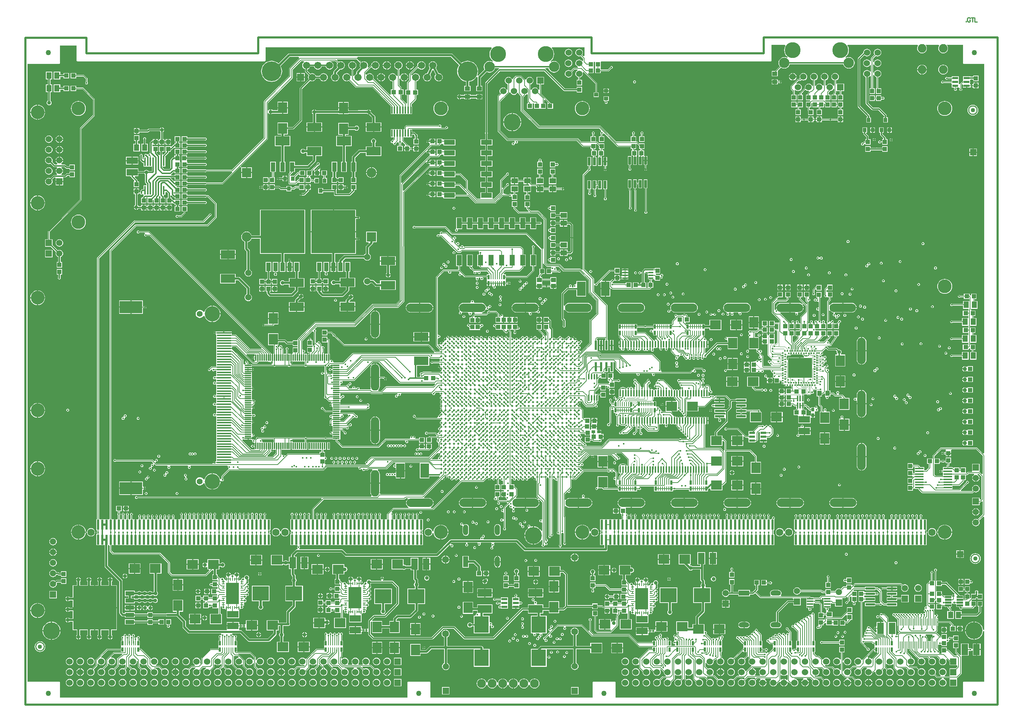
<source format=gtl>
%FSLAX23Y23*%
%MOIN*%
G70*
G01*
G75*
G04 Layer_Physical_Order=1*
G04 Layer_Color=255*
%ADD10C,0.010*%
%ADD11R,0.039X0.043*%
%ADD12C,0.040*%
%ADD13R,0.102X0.087*%
%ADD14R,0.087X0.102*%
%ADD15R,0.024X0.094*%
%ADD16R,0.043X0.039*%
%ADD17R,0.039X0.043*%
%ADD18R,0.010X0.039*%
%ADD19R,0.020X0.039*%
%ADD20R,0.028X0.035*%
%ADD21R,0.106X0.063*%
%ADD22R,0.157X0.138*%
%ADD23R,0.041X0.083*%
%ADD24R,0.413X0.406*%
%ADD25R,0.051X0.063*%
%ADD26R,0.033X0.039*%
%ADD27O,0.016X0.063*%
%ADD28R,0.134X0.085*%
%ADD29R,0.041X0.085*%
%ADD30R,0.033X0.039*%
%ADD31R,0.041X0.085*%
%ADD32R,0.026X0.075*%
%ADD33R,0.138X0.079*%
%ADD34R,0.047X0.039*%
%ADD35R,0.134X0.075*%
%ADD36R,0.138X0.157*%
%ADD37R,0.079X0.138*%
%ADD38R,0.016X0.063*%
%ADD39R,0.063X0.051*%
%ADD40R,0.063X0.106*%
%ADD41R,0.014X0.053*%
%ADD42O,0.250X0.080*%
%ADD43R,0.124X0.202*%
%ADD44O,0.031X0.010*%
%ADD45R,0.031X0.010*%
%ADD46R,0.010X0.031*%
%ADD47O,0.080X0.250*%
%ADD48R,0.024X0.087*%
%ADD49R,0.024X0.087*%
%ADD50C,0.020*%
%ADD51R,0.039X0.047*%
%ADD52R,0.018X0.081*%
%ADD53R,0.047X0.102*%
%ADD54R,0.081X0.018*%
%ADD55R,0.047X0.043*%
%ADD56R,0.047X0.043*%
%ADD57R,0.059X0.020*%
%ADD58R,0.059X0.020*%
%ADD59R,0.035X0.028*%
%ADD60R,0.083X0.041*%
%ADD61R,0.406X0.413*%
%ADD62R,0.039X0.033*%
%ADD63R,0.039X0.033*%
%ADD64R,0.059X0.014*%
%ADD65R,0.087X0.024*%
%ADD66R,0.012X0.065*%
%ADD67R,0.087X0.024*%
%ADD68R,0.049X0.015*%
%ADD69R,0.213X0.118*%
%ADD70R,0.138X0.016*%
%ADD71R,0.057X0.022*%
%ADD72R,0.012X0.063*%
%ADD73R,0.063X0.012*%
%ADD74R,0.102X0.047*%
%ADD75R,0.014X0.053*%
%ADD76R,0.010X0.065*%
%ADD77R,0.012X0.016*%
%ADD78R,0.228X0.189*%
%ADD79R,0.016X0.012*%
%ADD80O,0.014X0.059*%
%ADD81R,0.014X0.059*%
%ADD82C,0.005*%
%ADD83C,0.008*%
%ADD84C,0.020*%
%ADD85C,0.004*%
%ADD86C,0.012*%
%ADD87C,0.006*%
%ADD88C,0.015*%
%ADD89C,0.009*%
%ADD90C,0.130*%
%ADD91C,0.050*%
%ADD92C,0.039*%
%ADD93R,0.039X0.039*%
%ADD94C,0.059*%
%ADD95R,0.059X0.059*%
%ADD96R,0.091X0.091*%
%ADD97C,0.091*%
%ADD98C,0.060*%
%ADD99R,0.059X0.059*%
%ADD100C,0.065*%
%ADD101R,0.060X0.060*%
%ADD102C,0.068*%
%ADD103R,0.059X0.059*%
%ADD104C,0.059*%
%ADD105R,0.100X0.050*%
%ADD106O,0.100X0.050*%
%ADD107C,0.150*%
%ADD108C,0.098*%
%ADD109C,0.083*%
%ADD110C,0.082*%
%ADD111C,0.067*%
%ADD112R,0.067X0.067*%
%ADD113C,0.187*%
%ADD114O,0.050X0.100*%
%ADD115R,0.050X0.100*%
%ADD116C,0.144*%
%ADD117C,0.055*%
%ADD118C,0.016*%
%ADD119C,0.036*%
%ADD120C,0.160*%
%ADD121C,0.020*%
G36*
X12695Y8280D02*
X12711D01*
Y8267D01*
X12707Y8263D01*
X12705Y8260D01*
X12705Y8257D01*
Y8243D01*
X12669D01*
Y8216D01*
Y8213D01*
X12658D01*
X12657Y8213D01*
X12653Y8216D01*
X12653Y8216D01*
Y8204D01*
Y8192D01*
X12653Y8192D01*
X12657Y8195D01*
X12658Y8195D01*
X12669D01*
Y8190D01*
Y8165D01*
Y8162D01*
X12600D01*
X12589Y8173D01*
Y8275D01*
X12640D01*
Y8291D01*
X12659D01*
X12660Y8291D01*
X12664Y8288D01*
X12669Y8287D01*
X12674Y8288D01*
X12678Y8291D01*
X12679Y8291D01*
X12695D01*
Y8280D01*
D02*
G37*
G36*
X13045Y8350D02*
Y8181D01*
X13036Y8177D01*
X13016Y8196D01*
X13014Y8198D01*
X13012Y8202D01*
X13015Y8205D01*
X13015Y8206D01*
X13015Y8206D01*
X13015D01*
Y8275D01*
X12945D01*
Y8206D01*
Y8206D01*
X12945D01*
Y8206D01*
D01*
Y8206D01*
X12945D01*
X12945Y8205D01*
X12939Y8199D01*
X12909D01*
X12905Y8198D01*
X12903Y8196D01*
X12894Y8188D01*
X12885Y8192D01*
Y8240D01*
X12835D01*
Y8223D01*
X12825D01*
Y8240D01*
X12775D01*
Y8240D01*
X12768Y8237D01*
X12759Y8242D01*
Y8243D01*
X12723D01*
Y8253D01*
X12726Y8257D01*
X12728Y8259D01*
X12729Y8263D01*
D01*
D01*
D01*
D01*
D01*
X12729D01*
D01*
D01*
D01*
D01*
Y8263D01*
X12729D01*
D01*
Y8263D01*
D01*
D01*
D01*
D01*
D01*
D01*
D01*
D01*
D01*
D01*
D01*
D01*
Y8263D01*
D01*
X12729D01*
D01*
D01*
D01*
D01*
X12729Y8263D01*
Y8280D01*
X12745D01*
Y8333D01*
X12695D01*
Y8309D01*
X12679D01*
X12678Y8309D01*
X12674Y8312D01*
X12669Y8313D01*
X12664Y8312D01*
X12660Y8309D01*
X12659Y8309D01*
X12640D01*
Y8325D01*
X12589D01*
Y8347D01*
X12652Y8410D01*
X12695D01*
Y8400D01*
X12695D01*
Y8383D01*
X12679D01*
X12679Y8383D01*
X12675Y8386D01*
X12675Y8386D01*
Y8373D01*
Y8361D01*
X12675Y8361D01*
X12679Y8364D01*
X12679Y8364D01*
X12695D01*
Y8347D01*
X12715D01*
Y8373D01*
X12720D01*
Y8378D01*
X12745D01*
Y8400D01*
X12745D01*
Y8403D01*
X12752Y8410D01*
X12985D01*
X13045Y8350D01*
D02*
G37*
G36*
X12858Y12230D02*
Y12059D01*
X12859Y12055D01*
X12861Y12053D01*
X12863Y12051D01*
X12867Y12050D01*
X13058D01*
Y8376D01*
X13049Y8372D01*
X12995Y8425D01*
X12993Y8427D01*
X12989Y8428D01*
X12648D01*
X12644Y8427D01*
X12642Y8425D01*
X12574Y8357D01*
X12572Y8355D01*
X12571Y8351D01*
Y8325D01*
X12520D01*
Y8275D01*
X12537D01*
Y8240D01*
X12510Y8213D01*
X12491D01*
Y8216D01*
Y8243D01*
X12455D01*
X12455Y8245D01*
X12453Y8248D01*
X12441Y8260D01*
X12438Y8262D01*
X12435Y8263D01*
X12385D01*
Y8280D01*
X12335D01*
Y8227D01*
X12385D01*
Y8244D01*
X12401D01*
Y8243D01*
X12401D01*
Y8216D01*
Y8190D01*
Y8188D01*
X12385D01*
Y8213D01*
X12335D01*
Y8160D01*
X12380D01*
X12384Y8151D01*
X12374Y8140D01*
X12335D01*
Y8087D01*
X12383D01*
Y8073D01*
X12335D01*
Y8020D01*
X12385D01*
Y8037D01*
X12393Y8043D01*
X12401Y8040D01*
Y8037D01*
X12437D01*
Y8036D01*
X12438Y8032D01*
X12440Y8029D01*
X12468Y8002D01*
X12470Y8000D01*
X12474Y7999D01*
X12948D01*
X12952Y8000D01*
X12954Y8002D01*
X12963Y8010D01*
X12971Y8006D01*
X12980Y8005D01*
X12989Y8006D01*
X12997Y8010D01*
X13005Y8015D01*
X13010Y8023D01*
X13014Y8031D01*
X13015Y8040D01*
X13014Y8049D01*
X13010Y8057D01*
X13005Y8065D01*
X12997Y8070D01*
X12989Y8074D01*
X12980Y8075D01*
X12971Y8074D01*
X12963Y8070D01*
X12955Y8065D01*
X12950Y8057D01*
X12946Y8049D01*
X12945Y8040D01*
X12946Y8031D01*
X12949Y8025D01*
X12943Y8017D01*
X12843D01*
X12839Y8026D01*
X12901Y8088D01*
X12901Y8088D01*
X12906Y8089D01*
X12910Y8092D01*
X12913Y8096D01*
X12914Y8101D01*
X12913Y8106D01*
X12910Y8110D01*
X12906Y8113D01*
X12901Y8114D01*
X12896Y8113D01*
X12892Y8110D01*
X12889Y8106D01*
X12888Y8101D01*
X12888Y8101D01*
X12822Y8035D01*
X12759D01*
Y8037D01*
X12759D01*
Y8062D01*
Y8068D01*
X12823D01*
X12826Y8069D01*
X12828Y8071D01*
X12865Y8108D01*
X12867Y8110D01*
X12868Y8113D01*
Y8120D01*
X12885D01*
Y8169D01*
X12897D01*
X12901Y8170D01*
X12904Y8172D01*
Y8172D01*
X12904D01*
D01*
D01*
D01*
D01*
D01*
D01*
X12904D01*
D01*
X12904D01*
Y8172D01*
D01*
D01*
D01*
D01*
Y8172D01*
D01*
D01*
D01*
D01*
D01*
D01*
Y8172D01*
D01*
D01*
X12904D01*
D01*
D01*
D01*
X12913Y8181D01*
X12963D01*
X12965Y8171D01*
X12963Y8170D01*
X12955Y8165D01*
X12950Y8157D01*
X12946Y8149D01*
X12946Y8145D01*
X13014D01*
X13014Y8149D01*
X13010Y8157D01*
X13005Y8165D01*
X12997Y8170D01*
X12995Y8171D01*
X12997Y8178D01*
X13006Y8181D01*
X13032Y8155D01*
Y7944D01*
X13024Y7936D01*
X13015Y7940D01*
Y7955D01*
X12945D01*
Y7885D01*
X13015D01*
Y7911D01*
X13021D01*
X13025Y7912D01*
X13027Y7914D01*
X13036Y7922D01*
X13045Y7918D01*
Y7798D01*
X12997Y7750D01*
X12989Y7754D01*
X12980Y7755D01*
X12971Y7754D01*
X12963Y7750D01*
X12955Y7745D01*
X12950Y7737D01*
X12946Y7729D01*
X12945Y7720D01*
X12946Y7711D01*
X12950Y7703D01*
X12955Y7695D01*
X12963Y7690D01*
X12971Y7686D01*
X12980Y7685D01*
X12989Y7686D01*
X12997Y7690D01*
X13005Y7695D01*
X13010Y7703D01*
X13014Y7711D01*
X13015Y7720D01*
X13014Y7729D01*
X13010Y7737D01*
X13049Y7776D01*
X13058Y7772D01*
Y6706D01*
X13048Y6706D01*
X13047Y6717D01*
X13042Y6733D01*
X13034Y6747D01*
X13023Y6760D01*
X13010Y6771D01*
X12996Y6779D01*
X12980Y6784D01*
X12968Y6785D01*
Y6700D01*
Y6615D01*
X12980Y6616D01*
X12996Y6621D01*
X13010Y6629D01*
X13023Y6640D01*
X13034Y6653D01*
X13042Y6667D01*
X13047Y6683D01*
X13048Y6694D01*
X13058Y6694D01*
Y6218D01*
X12867D01*
X12863Y6217D01*
X12861Y6215D01*
X12859Y6213D01*
X12858Y6209D01*
Y6068D01*
X9576D01*
Y6209D01*
X9575Y6213D01*
X9573Y6215D01*
X9571Y6217D01*
X9567Y6218D01*
X9367D01*
X9363Y6217D01*
X9361Y6215D01*
X9359Y6213D01*
X9358Y6209D01*
Y6068D01*
X7826D01*
Y6209D01*
X7825Y6213D01*
X7823Y6215D01*
X7821Y6217D01*
X7817Y6218D01*
X7617D01*
X7613Y6217D01*
X7611Y6215D01*
X7609Y6213D01*
X7608Y6209D01*
Y6068D01*
X4326D01*
Y6209D01*
X4325Y6213D01*
X4323Y6215D01*
X4321Y6217D01*
X4317Y6218D01*
X4018D01*
Y12050D01*
X4317D01*
X4321Y12051D01*
X4323Y12053D01*
X4325Y12055D01*
X4326Y12059D01*
Y12225D01*
X4482D01*
Y12084D01*
X4483Y12080D01*
X4485Y12078D01*
X4487Y12076D01*
X4491Y12075D01*
X6259D01*
X6263Y12076D01*
X6265Y12078D01*
X6267Y12080D01*
X6268Y12084D01*
Y12207D01*
X8401D01*
X8406Y12198D01*
X8398Y12188D01*
X8390Y12174D01*
X8386Y12159D01*
X8384Y12143D01*
X8386Y12127D01*
X8390Y12112D01*
X8398Y12098D01*
X8408Y12086D01*
X8416Y12079D01*
X8411Y12070D01*
X8398Y12076D01*
X8384Y12078D01*
X8370Y12076D01*
X8357Y12070D01*
X8346Y12062D01*
X8337Y12050D01*
X8332Y12037D01*
X8330Y12023D01*
X8332Y12009D01*
X8337Y11997D01*
X8278Y11939D01*
X8270Y11944D01*
X8275Y11961D01*
X8277Y11981D01*
X8275Y12000D01*
X8269Y12019D01*
X8260Y12036D01*
X8248Y12051D01*
X8233Y12063D01*
X8216Y12072D01*
X8197Y12078D01*
X8178Y12080D01*
X8158Y12078D01*
X8140Y12072D01*
X8123Y12063D01*
X8119Y12061D01*
X8036Y12144D01*
X8031Y12147D01*
X8026Y12148D01*
X6491D01*
X6485Y12147D01*
X6480Y12144D01*
X6391Y12055D01*
X6380Y12063D01*
X6363Y12072D01*
X6345Y12078D01*
X6325Y12080D01*
X6306Y12078D01*
X6287Y12072D01*
X6270Y12063D01*
X6255Y12051D01*
X6243Y12036D01*
X6234Y12019D01*
X6228Y12000D01*
X6226Y11981D01*
X6228Y11961D01*
X6234Y11943D01*
X6243Y11926D01*
X6255Y11911D01*
X6270Y11898D01*
X6287Y11889D01*
X6306Y11884D01*
X6325Y11882D01*
X6345Y11884D01*
X6363Y11889D01*
X6380Y11898D01*
X6395Y11911D01*
X6408Y11926D01*
X6417Y11943D01*
X6423Y11961D01*
X6424Y11981D01*
X6423Y12000D01*
X6417Y12019D01*
X6410Y12031D01*
X6497Y12118D01*
X6580D01*
X6587Y12108D01*
X6585Y12106D01*
X6585Y12104D01*
X6494Y12013D01*
X6492Y12011D01*
X6491Y12008D01*
Y11939D01*
X6256Y11703D01*
X6254Y11701D01*
X6253Y11698D01*
Y11355D01*
X5948Y11050D01*
X5710D01*
X5708Y11051D01*
X5704Y11054D01*
X5699Y11055D01*
X5694Y11054D01*
X5692Y11053D01*
X5528D01*
Y11067D01*
X5475D01*
Y11017D01*
X5528D01*
Y11031D01*
X5692D01*
X5694Y11030D01*
X5699Y11029D01*
X5704Y11030D01*
X5708Y11033D01*
X5710Y11034D01*
X5950D01*
X5951Y11032D01*
X5953Y11024D01*
X5859Y10930D01*
X5710D01*
X5709Y10931D01*
X5705Y10934D01*
X5700Y10935D01*
X5695Y10934D01*
X5693Y10933D01*
X5528D01*
Y10947D01*
X5475D01*
Y10897D01*
X5528D01*
Y10911D01*
X5693D01*
X5695Y10910D01*
X5700Y10909D01*
X5705Y10910D01*
X5709Y10913D01*
X5710Y10914D01*
X5862D01*
X5865Y10915D01*
X5867Y10916D01*
X6030Y11079D01*
X6039Y11075D01*
Y11075D01*
X6039D01*
Y11030D01*
X6084D01*
Y11075D01*
X6039D01*
X6036Y11084D01*
X6035Y11084D01*
X6286Y11336D01*
X6286Y11336D01*
X6288Y11338D01*
X6289Y11341D01*
X6289Y11341D01*
Y11583D01*
X6298Y11586D01*
X6300Y11582D01*
X6308Y11577D01*
X6312Y11577D01*
Y11599D01*
Y11621D01*
X6308Y11621D01*
X6300Y11616D01*
X6298Y11612D01*
X6289Y11615D01*
Y11682D01*
X6521Y11915D01*
X6523Y11917D01*
X6524Y11920D01*
Y11998D01*
X6604Y12078D01*
X6629D01*
X6633Y12069D01*
X6626Y12064D01*
X6620Y12056D01*
X6616Y12047D01*
X6615Y12037D01*
X6616Y12027D01*
X6620Y12017D01*
X6626Y12009D01*
X6634Y12003D01*
X6641Y12001D01*
Y11981D01*
X6641Y11981D01*
X6642Y11977D01*
X6644Y11973D01*
X6674Y11943D01*
X6671Y11935D01*
X6669Y11925D01*
X6671Y11915D01*
X6674Y11908D01*
X6594Y11828D01*
X6592Y11824D01*
X6591Y11820D01*
X6591Y11820D01*
Y11522D01*
X6524Y11455D01*
X6478D01*
Y11497D01*
X6382D01*
Y11384D01*
X6414D01*
Y11370D01*
X6357D01*
Y11275D01*
X6414D01*
Y11126D01*
X6403D01*
Y11031D01*
X6455D01*
Y11126D01*
X6444D01*
Y11275D01*
X6501D01*
Y11370D01*
X6444D01*
Y11384D01*
X6478D01*
Y11433D01*
X6529D01*
X6529Y11433D01*
X6533Y11434D01*
X6537Y11436D01*
X6610Y11509D01*
X6610Y11509D01*
X6612Y11513D01*
X6613Y11517D01*
Y11815D01*
X6689Y11891D01*
X6698Y11888D01*
X6708Y11886D01*
X6718Y11888D01*
X6727Y11891D01*
X6735Y11898D01*
X6741Y11906D01*
X6745Y11914D01*
X6780D01*
X6783Y11906D01*
X6789Y11898D01*
X6797Y11891D01*
X6807Y11888D01*
X6817Y11886D01*
X6827Y11888D01*
X6836Y11891D01*
X6844Y11898D01*
X6850Y11906D01*
X6854Y11915D01*
X6855Y11925D01*
X6854Y11935D01*
X6850Y11944D01*
X6844Y11952D01*
X6836Y11958D01*
X6827Y11962D01*
X6817Y11964D01*
X6807Y11962D01*
X6797Y11958D01*
X6789Y11952D01*
X6783Y11944D01*
X6780Y11936D01*
X6745D01*
X6741Y11944D01*
X6735Y11952D01*
X6727Y11958D01*
X6718Y11962D01*
X6708Y11964D01*
X6698Y11962D01*
X6690Y11959D01*
X6663Y11986D01*
Y11999D01*
X6664Y11999D01*
X6673Y12003D01*
X6681Y12009D01*
X6687Y12017D01*
X6690Y12026D01*
X6726D01*
X6729Y12017D01*
X6735Y12009D01*
X6743Y12003D01*
X6752Y11999D01*
X6762Y11998D01*
X6772Y11999D01*
X6782Y12003D01*
X6790Y12009D01*
X6796Y12017D01*
X6799Y12026D01*
X6834D01*
X6838Y12017D01*
X6844Y12009D01*
X6852Y12003D01*
X6861Y11999D01*
X6871Y11998D01*
X6881Y11999D01*
X6890Y12003D01*
X6898Y12009D01*
X6904Y12017D01*
X6908Y12027D01*
X6910Y12037D01*
X6908Y12047D01*
X6904Y12056D01*
X6898Y12064D01*
X6890Y12070D01*
X6881Y12074D01*
X6871Y12075D01*
X6874Y12078D01*
X6927D01*
X6948Y12058D01*
X6946Y12056D01*
X6942Y12047D01*
X6941Y12037D01*
X6942Y12027D01*
X6946Y12017D01*
X6947Y12017D01*
X6915Y11985D01*
X6911Y11980D01*
X6910Y11974D01*
Y11960D01*
X6906Y11958D01*
X6898Y11952D01*
X6892Y11944D01*
X6888Y11935D01*
X6887Y11925D01*
X6888Y11915D01*
X6892Y11906D01*
X6898Y11898D01*
X6906Y11891D01*
X6915Y11888D01*
X6925Y11886D01*
X6935Y11888D01*
X6945Y11891D01*
X6953Y11898D01*
X6959Y11906D01*
X6963Y11915D01*
X6964Y11925D01*
X6963Y11935D01*
X6959Y11944D01*
X6953Y11952D01*
X6945Y11958D01*
X6941Y11960D01*
Y11968D01*
X6972Y11999D01*
X6980Y11998D01*
X6990Y11999D01*
X6999Y12003D01*
X7007Y12009D01*
X7013Y12017D01*
X7017Y12027D01*
X7018Y12037D01*
X7017Y12047D01*
X7013Y12056D01*
X7007Y12064D01*
X6999Y12070D01*
X6990Y12074D01*
X6980Y12075D01*
X6970Y12074D01*
X6960Y12070D01*
X6959Y12069D01*
X6941Y12086D01*
X6945Y12095D01*
X7128D01*
X7165Y12058D01*
X7164Y12056D01*
X7160Y12047D01*
X7159Y12037D01*
X7160Y12027D01*
X7164Y12017D01*
X7165Y12016D01*
X7132Y11983D01*
X7129Y11978D01*
X7127Y11972D01*
Y11960D01*
X7123Y11958D01*
X7115Y11952D01*
X7109Y11944D01*
X7106Y11936D01*
X7096Y11938D01*
Y11999D01*
X7098Y11999D01*
X7108Y12003D01*
X7116Y12009D01*
X7122Y12017D01*
X7126Y12027D01*
X7127Y12037D01*
X7126Y12047D01*
X7122Y12056D01*
X7116Y12064D01*
X7108Y12070D01*
X7098Y12074D01*
X7088Y12075D01*
X7078Y12074D01*
X7069Y12070D01*
X7061Y12064D01*
X7055Y12056D01*
X7051Y12047D01*
X7050Y12037D01*
X7051Y12027D01*
X7055Y12017D01*
X7061Y12009D01*
X7069Y12003D01*
X7078Y11999D01*
X7081Y11999D01*
Y11938D01*
X7071Y11936D01*
X7067Y11944D01*
X7061Y11952D01*
X7053Y11958D01*
X7044Y11962D01*
X7034Y11964D01*
X7024Y11962D01*
X7015Y11958D01*
X7007Y11952D01*
X7001Y11944D01*
X6997Y11935D01*
X6995Y11925D01*
X6997Y11915D01*
X7001Y11906D01*
X7007Y11898D01*
X7015Y11891D01*
X7024Y11888D01*
X7034Y11886D01*
X7044Y11888D01*
X7053Y11891D01*
X7055Y11893D01*
X7119Y11830D01*
X7121Y11828D01*
X7124Y11827D01*
X7277D01*
X7451Y11653D01*
X7451Y11652D01*
X7451D01*
X7451Y11652D01*
Y11577D01*
X7472D01*
Y11577D01*
X7472D01*
X7472Y11577D01*
X7476D01*
Y11577D01*
X7498D01*
Y11577D01*
X7502D01*
X7505Y11577D01*
Y11577D01*
X7505Y11577D01*
X7505Y11577D01*
Y11577D01*
D01*
X7524D01*
Y11577D01*
X7524D01*
X7524Y11577D01*
X7527D01*
Y11577D01*
X7549D01*
X7549Y11577D01*
Y11577D01*
X7549D01*
X7553D01*
X7556Y11577D01*
Y11577D01*
X7556Y11577D01*
X7556Y11577D01*
Y11577D01*
D01*
X7575D01*
Y11577D01*
X7578D01*
X7582Y11577D01*
Y11577D01*
X7582Y11577D01*
X7582Y11577D01*
Y11577D01*
D01*
X7600D01*
Y11577D01*
X7604D01*
X7607Y11577D01*
Y11577D01*
X7607Y11577D01*
X7607Y11577D01*
Y11577D01*
D01*
X7626D01*
X7626Y11577D01*
Y11577D01*
X7626D01*
X7630D01*
X7633Y11577D01*
Y11577D01*
X7633Y11577D01*
X7633Y11577D01*
Y11577D01*
D01*
X7651D01*
Y11652D01*
X7648D01*
Y11672D01*
X7688Y11712D01*
X7688Y11712D01*
X7690Y11714D01*
X7691Y11717D01*
X7691Y11717D01*
Y11757D01*
X7709D01*
Y11807D01*
X7691D01*
Y11887D01*
X7696Y11888D01*
X7706Y11891D01*
X7714Y11898D01*
X7720Y11906D01*
X7724Y11915D01*
X7725Y11925D01*
X7724Y11935D01*
X7720Y11944D01*
X7714Y11952D01*
X7706Y11958D01*
X7696Y11962D01*
X7686Y11964D01*
X7676Y11962D01*
X7667Y11958D01*
X7659Y11952D01*
X7653Y11944D01*
X7643Y11948D01*
Y11952D01*
X7703Y12011D01*
X7713Y12010D01*
X7713Y12009D01*
X7721Y12003D01*
X7731Y11999D01*
X7741Y11998D01*
X7751Y11999D01*
X7760Y12003D01*
X7768Y12009D01*
X7774Y12017D01*
X7778Y12027D01*
X7779Y12037D01*
X7778Y12047D01*
X7774Y12056D01*
X7768Y12064D01*
X7760Y12070D01*
X7751Y12074D01*
X7741Y12075D01*
X7731Y12074D01*
X7721Y12070D01*
X7713Y12064D01*
X7707Y12056D01*
X7703Y12047D01*
X7702Y12037D01*
X7702Y12034D01*
X7629Y11961D01*
X7627Y11958D01*
X7627Y11955D01*
X7627Y11955D01*
Y11898D01*
X7609Y11881D01*
X7607Y11878D01*
X7607Y11875D01*
X7607Y11875D01*
Y11807D01*
X7589D01*
Y11757D01*
X7607D01*
Y11680D01*
X7597Y11678D01*
X7596Y11679D01*
X7596Y11679D01*
X7595Y11681D01*
X7595Y11681D01*
X7553Y11723D01*
Y11760D01*
X7572D01*
Y11810D01*
X7553D01*
Y11825D01*
D01*
D01*
X7553D01*
D01*
D01*
D01*
D01*
X7553Y11825D01*
D01*
D01*
D01*
D01*
D01*
Y11825D01*
D01*
D01*
D01*
D01*
D01*
D01*
D01*
D01*
D01*
D01*
D01*
D01*
D01*
X7553Y11825D01*
X7552Y11828D01*
X7551Y11829D01*
X7551Y11829D01*
D01*
D01*
D01*
X7551Y11829D01*
X7550Y11830D01*
X7550Y11830D01*
Y11830D01*
D01*
D01*
X7541Y11840D01*
X7531Y11850D01*
Y11912D01*
X7541Y11914D01*
X7544Y11906D01*
X7550Y11898D01*
X7558Y11891D01*
X7568Y11888D01*
X7573Y11887D01*
Y11925D01*
Y11963D01*
X7568Y11962D01*
X7558Y11958D01*
X7550Y11952D01*
X7544Y11944D01*
X7541Y11936D01*
X7531Y11938D01*
Y11999D01*
X7533Y11999D01*
X7543Y12003D01*
X7551Y12009D01*
X7557Y12017D01*
X7561Y12027D01*
X7562Y12037D01*
X7561Y12047D01*
X7557Y12056D01*
X7551Y12064D01*
X7543Y12070D01*
X7533Y12074D01*
X7523Y12075D01*
X7513Y12074D01*
X7504Y12070D01*
X7496Y12064D01*
X7490Y12056D01*
X7486Y12047D01*
X7485Y12037D01*
X7486Y12027D01*
X7490Y12017D01*
X7496Y12009D01*
X7504Y12003D01*
X7513Y11999D01*
X7516Y11999D01*
Y11938D01*
X7506Y11936D01*
X7502Y11944D01*
X7496Y11952D01*
X7488Y11958D01*
X7479Y11962D01*
X7469Y11964D01*
X7459Y11962D01*
X7450Y11958D01*
X7442Y11952D01*
X7435Y11944D01*
X7432Y11935D01*
X7430Y11925D01*
X7432Y11915D01*
X7435Y11906D01*
X7442Y11898D01*
X7450Y11891D01*
X7459Y11888D01*
X7469Y11886D01*
X7470Y11885D01*
Y11810D01*
X7451D01*
Y11763D01*
X7442Y11759D01*
X7288Y11913D01*
X7289Y11915D01*
X7290Y11925D01*
X7289Y11935D01*
X7285Y11944D01*
X7279Y11952D01*
X7271Y11958D01*
X7261Y11962D01*
X7251Y11964D01*
X7241Y11962D01*
X7232Y11958D01*
X7224Y11952D01*
X7222Y11950D01*
X7213Y11953D01*
Y11967D01*
X7263Y12017D01*
X7273Y12017D01*
X7279Y12009D01*
X7287Y12003D01*
X7296Y11999D01*
X7306Y11998D01*
X7316Y11999D01*
X7325Y12003D01*
X7333Y12009D01*
X7339Y12017D01*
X7343Y12027D01*
X7344Y12037D01*
X7343Y12047D01*
X7339Y12056D01*
X7333Y12064D01*
X7325Y12070D01*
X7316Y12074D01*
X7306Y12075D01*
X7296Y12074D01*
X7287Y12070D01*
X7279Y12064D01*
X7272Y12056D01*
X7269Y12047D01*
X7268Y12043D01*
X7266Y12042D01*
X7241Y12017D01*
X7233Y12022D01*
X7234Y12027D01*
X7236Y12037D01*
X7234Y12047D01*
X7231Y12056D01*
X7224Y12064D01*
X7216Y12070D01*
X7207Y12074D01*
X7197Y12075D01*
X7187Y12074D01*
X7178Y12070D01*
X7176Y12069D01*
X7136Y12108D01*
X7134Y12110D01*
X7131Y12111D01*
X7138Y12118D01*
X8019D01*
X8098Y12039D01*
X8095Y12036D01*
X8086Y12019D01*
X8080Y12000D01*
X8079Y11981D01*
X8080Y11961D01*
X8086Y11943D01*
X8095Y11926D01*
X8108Y11911D01*
X8123Y11898D01*
X8140Y11889D01*
X8158Y11884D01*
X8161Y11883D01*
Y11844D01*
X8147D01*
Y11795D01*
X8205D01*
Y11844D01*
X8191D01*
Y11883D01*
X8197Y11884D01*
X8216Y11889D01*
X8233Y11898D01*
X8248Y11911D01*
X8260Y11926D01*
X8264Y11928D01*
X8273Y11924D01*
Y11844D01*
X8259D01*
Y11795D01*
X8317D01*
Y11844D01*
X8303D01*
Y11921D01*
X8358Y11976D01*
X8370Y11971D01*
X8384Y11969D01*
X8398Y11971D01*
X8412Y11976D01*
X8423Y11985D01*
X8432Y11996D01*
X8437Y12009D01*
X8437Y12012D01*
X8471D01*
X8474Y12002D01*
X8472Y12001D01*
X8472Y12001D01*
X8347Y11876D01*
X8345Y11872D01*
X8344Y11868D01*
X8344Y11868D01*
Y11405D01*
X8343Y11404D01*
X8342Y11399D01*
X8343Y11394D01*
X8344Y11392D01*
Y11339D01*
X8299D01*
Y11281D01*
X8344D01*
Y11239D01*
X8299D01*
Y11181D01*
X8344D01*
Y11139D01*
X8299D01*
Y11081D01*
X8344D01*
Y11039D01*
X8299D01*
Y10981D01*
X8344D01*
Y10939D01*
X8299D01*
Y10881D01*
X8344D01*
Y10839D01*
X8299D01*
Y10783D01*
Y10783D01*
X8299D01*
Y10783D01*
D01*
Y10783D01*
X8299D01*
X8299Y10781D01*
X8294Y10776D01*
X8269D01*
X8178Y10867D01*
Y10947D01*
X8178Y10950D01*
X8177Y10951D01*
X8176Y10953D01*
X8176Y10953D01*
X8113Y11016D01*
X8110Y11018D01*
X8107Y11018D01*
X8107Y11018D01*
X8061D01*
Y11039D01*
X7949D01*
Y11039D01*
X7946D01*
X7940Y11045D01*
Y11045D01*
X7887D01*
Y10995D01*
X7940D01*
Y10995D01*
X7942D01*
X7949Y10988D01*
Y10981D01*
X8061D01*
Y11002D01*
X8104D01*
X8162Y10943D01*
Y10874D01*
X8153Y10870D01*
X8108Y10916D01*
X8105Y10918D01*
X8102Y10918D01*
X8102Y10918D01*
X8061D01*
Y10939D01*
X7949D01*
Y10939D01*
X7946D01*
X7940Y10945D01*
Y10945D01*
X7887D01*
Y10895D01*
X7940D01*
Y10895D01*
X7942D01*
X7949Y10888D01*
Y10881D01*
X8061D01*
Y10902D01*
X8098D01*
X8173Y10827D01*
X8169Y10818D01*
X8061D01*
Y10839D01*
X7949D01*
Y10839D01*
X7946D01*
X7940Y10845D01*
Y10845D01*
X7887D01*
Y10795D01*
X7940D01*
Y10795D01*
X7942D01*
X7949Y10788D01*
Y10781D01*
X8061D01*
Y10802D01*
X8183D01*
X8248Y10736D01*
X8248Y10736D01*
X8250Y10735D01*
X8251Y10735D01*
X8254Y10734D01*
X8438D01*
X8438Y10734D01*
X8441Y10735D01*
X8444Y10736D01*
X8510Y10803D01*
X8570D01*
X8571Y10802D01*
X8575Y10799D01*
X8580Y10798D01*
X8585Y10799D01*
X8587Y10800D01*
X8596Y10796D01*
Y10767D01*
X8646D01*
Y10820D01*
X8630D01*
Y10840D01*
X8657D01*
Y10902D01*
X8584D01*
Y10840D01*
X8612D01*
Y10820D01*
X8599D01*
X8599Y10820D01*
D01*
X8599Y10820D01*
X8596Y10820D01*
X8596D01*
X8590Y10820D01*
X8589Y10820D01*
X8585Y10823D01*
X8580Y10824D01*
X8575Y10823D01*
X8571Y10820D01*
X8570Y10819D01*
X8552D01*
X8514Y10827D01*
X8514Y10827D01*
Y10859D01*
X8553Y10897D01*
X8554Y10897D01*
X8559Y10898D01*
X8564Y10901D01*
X8566Y10905D01*
X8567Y10910D01*
X8566Y10916D01*
X8564Y10920D01*
X8559Y10923D01*
X8554Y10924D01*
X8549Y10923D01*
X8545Y10920D01*
X8542Y10916D01*
X8541Y10910D01*
X8541Y10909D01*
X8511Y10879D01*
X8502Y10883D01*
Y10947D01*
X8553Y10998D01*
X8554Y10998D01*
X8559Y10999D01*
X8564Y11001D01*
X8566Y11006D01*
X8567Y11011D01*
X8566Y11016D01*
X8564Y11020D01*
X8559Y11023D01*
X8554Y11024D01*
X8549Y11023D01*
X8545Y11020D01*
X8542Y11016D01*
X8541Y11011D01*
X8541Y11009D01*
X8488Y10957D01*
X8487Y10954D01*
X8486Y10951D01*
X8486Y10951D01*
Y10836D01*
X8426Y10776D01*
X8417D01*
X8411Y10781D01*
X8411Y10783D01*
X8411Y10783D01*
X8411D01*
Y10839D01*
X8366D01*
Y10881D01*
X8411D01*
Y10939D01*
X8366D01*
Y10981D01*
X8411D01*
Y11039D01*
X8366D01*
Y11081D01*
X8411D01*
Y11139D01*
X8366D01*
Y11181D01*
X8411D01*
Y11239D01*
X8366D01*
Y11281D01*
X8411D01*
Y11339D01*
X8366D01*
Y11392D01*
X8367Y11394D01*
X8368Y11399D01*
X8367Y11404D01*
X8366Y11405D01*
Y11864D01*
X8485Y11982D01*
X8902D01*
X9086Y11799D01*
X9086Y11799D01*
X9089Y11796D01*
X9093Y11795D01*
X9208D01*
Y11780D01*
X9258D01*
Y11833D01*
X9208D01*
Y11818D01*
X9098D01*
X8915Y12001D01*
X8913Y12002D01*
X8916Y12012D01*
X8941D01*
X8942Y12009D01*
X8947Y11996D01*
X8956Y11985D01*
X8967Y11976D01*
X8980Y11971D01*
X8994Y11969D01*
X9008Y11971D01*
X9022Y11976D01*
X9033Y11985D01*
X9042Y11996D01*
X9047Y12009D01*
X9049Y12023D01*
X9047Y12037D01*
X9042Y12050D01*
X9033Y12062D01*
X9022Y12070D01*
X9008Y12076D01*
X8994Y12078D01*
X8980Y12076D01*
X8968Y12070D01*
X8962Y12079D01*
X8971Y12086D01*
X8981Y12098D01*
X8989Y12112D01*
X8993Y12127D01*
X8995Y12143D01*
X8993Y12159D01*
X8989Y12174D01*
X8981Y12188D01*
X8971Y12200D01*
X8974Y12207D01*
X9282D01*
Y12127D01*
X9273Y12123D01*
X9259Y12137D01*
X9262Y12140D01*
X9265Y12149D01*
X9266Y12158D01*
X9265Y12167D01*
X9262Y12175D01*
X9256Y12183D01*
X9249Y12188D01*
X9240Y12192D01*
X9231Y12193D01*
X9222Y12192D01*
X9214Y12188D01*
X9206Y12183D01*
X9201Y12175D01*
X9197Y12167D01*
X9196Y12158D01*
X9197Y12149D01*
X9201Y12140D01*
X9206Y12133D01*
X9214Y12127D01*
X9222Y12124D01*
X9231Y12122D01*
X9240Y12124D01*
X9245Y12125D01*
X9269Y12101D01*
Y12082D01*
X9259Y12078D01*
X9256Y12083D01*
X9249Y12088D01*
X9240Y12092D01*
X9231Y12093D01*
X9222Y12092D01*
X9214Y12088D01*
X9206Y12083D01*
X9201Y12075D01*
X9197Y12067D01*
X9196Y12058D01*
X9197Y12049D01*
X9201Y12040D01*
X9206Y12033D01*
X9214Y12027D01*
X9220Y12024D01*
X9218Y12015D01*
X9184D01*
X9181Y12014D01*
X9179Y12012D01*
X9152Y11986D01*
X9149Y11988D01*
X9140Y11992D01*
X9131Y11993D01*
X9122Y11992D01*
X9114Y11988D01*
X9106Y11983D01*
X9101Y11975D01*
X9097Y11967D01*
X9096Y11958D01*
X9097Y11949D01*
X9101Y11940D01*
X9106Y11933D01*
X9114Y11927D01*
X9122Y11924D01*
X9131Y11922D01*
X9140Y11924D01*
X9149Y11927D01*
X9156Y11933D01*
X9162Y11940D01*
X9165Y11949D01*
X9166Y11958D01*
X9165Y11967D01*
X9162Y11974D01*
X9187Y11999D01*
X9215D01*
X9217Y11990D01*
X9214Y11988D01*
X9206Y11983D01*
X9201Y11975D01*
X9197Y11967D01*
X9196Y11958D01*
X9197Y11949D01*
X9201Y11940D01*
X9206Y11933D01*
X9214Y11927D01*
X9222Y11924D01*
Y11900D01*
X9208D01*
Y11847D01*
X9258D01*
Y11900D01*
X9240D01*
Y11924D01*
X9249Y11927D01*
X9256Y11933D01*
X9262Y11940D01*
X9265Y11949D01*
X9266Y11958D01*
X9265Y11967D01*
X9264Y11971D01*
X9272Y11976D01*
X9385Y11863D01*
Y11782D01*
X9368D01*
Y11738D01*
X9417D01*
Y11782D01*
X9400D01*
Y11866D01*
X9400Y11869D01*
X9398Y11872D01*
X9398Y11872D01*
X9315Y11955D01*
X9319Y11964D01*
X9368D01*
Y12014D01*
D01*
Y12014D01*
X9368Y12014D01*
Y12022D01*
X9368D01*
Y12068D01*
X9376Y12072D01*
X9378D01*
X9382Y12068D01*
Y12022D01*
X9382Y12022D01*
X9382Y12014D01*
X9382D01*
Y11964D01*
X9435D01*
Y11980D01*
X9507D01*
X9511Y11981D01*
X9513Y11983D01*
X9537Y12006D01*
X9537Y12006D01*
X9542Y12007D01*
X9546Y12010D01*
X9549Y12014D01*
X9550Y12019D01*
X9549Y12024D01*
X9546Y12028D01*
X9542Y12031D01*
X9537Y12032D01*
X9532Y12031D01*
X9528Y12028D01*
X9525Y12024D01*
X9524Y12019D01*
X9524Y12019D01*
X9503Y11998D01*
X9435D01*
Y12014D01*
D01*
Y12014D01*
X9435Y12014D01*
Y12022D01*
X9435D01*
Y12068D01*
D01*
X9435Y12068D01*
X9435Y12068D01*
X9435D01*
X9435Y12068D01*
X9435Y12072D01*
X9438Y12075D01*
X11041D01*
X11045Y12076D01*
X11047Y12078D01*
X11049Y12080D01*
X11050Y12084D01*
D01*
D01*
D01*
D01*
D01*
X11050D01*
D01*
D01*
D01*
D01*
Y12084D01*
X11050D01*
D01*
Y12084D01*
D01*
D01*
D01*
D01*
D01*
D01*
D01*
D01*
D01*
D01*
D01*
D01*
Y12084D01*
D01*
X11050D01*
D01*
D01*
D01*
D01*
X11050Y12084D01*
Y12216D01*
Y12232D01*
X11177D01*
X11182Y12223D01*
X11176Y12211D01*
X11171Y12196D01*
X11170Y12180D01*
X11171Y12164D01*
X11176Y12149D01*
X11183Y12135D01*
X11193Y12123D01*
X11202Y12116D01*
X11197Y12107D01*
X11184Y12113D01*
X11170Y12114D01*
X11156Y12113D01*
X11143Y12107D01*
X11131Y12099D01*
X11123Y12087D01*
X11117Y12074D01*
X11116Y12060D01*
X11117Y12046D01*
X11123Y12033D01*
X11126Y12029D01*
X11081Y11984D01*
X11051D01*
Y11935D01*
X11109D01*
Y11984D01*
X11109Y11984D01*
X11109D01*
X11108Y11985D01*
X11139Y12016D01*
X11143Y12013D01*
X11156Y12007D01*
X11170Y12006D01*
X11184Y12007D01*
X11197Y12013D01*
X11209Y12021D01*
X11217Y12033D01*
X11223Y12046D01*
X11223Y12049D01*
X11727D01*
X11727Y12046D01*
X11733Y12033D01*
X11741Y12021D01*
X11753Y12013D01*
X11766Y12007D01*
X11780Y12006D01*
X11794Y12007D01*
X11807Y12013D01*
X11819Y12021D01*
X11827Y12033D01*
X11833Y12046D01*
X11834Y12060D01*
X11833Y12074D01*
X11827Y12087D01*
X11819Y12099D01*
X11807Y12107D01*
X11794Y12113D01*
X11780Y12114D01*
X11766Y12113D01*
X11753Y12107D01*
X11748Y12116D01*
X11757Y12123D01*
X11767Y12135D01*
X11774Y12149D01*
X11779Y12164D01*
X11780Y12180D01*
X11779Y12196D01*
X11774Y12211D01*
X11767Y12225D01*
X11770Y12232D01*
X12428D01*
X12433Y12223D01*
X12431Y12220D01*
X12426Y12209D01*
X12425Y12197D01*
X12426Y12185D01*
X12431Y12174D01*
X12438Y12164D01*
X12448Y12157D01*
X12459Y12152D01*
X12471Y12151D01*
X12483Y12152D01*
X12494Y12157D01*
X12504Y12164D01*
X12511Y12174D01*
X12516Y12185D01*
X12517Y12197D01*
X12516Y12209D01*
X12511Y12220D01*
X12504Y12230D01*
X12504Y12232D01*
X12628D01*
X12633Y12223D01*
X12631Y12220D01*
X12626Y12209D01*
X12625Y12197D01*
X12626Y12185D01*
X12631Y12174D01*
X12638Y12164D01*
X12648Y12157D01*
X12659Y12152D01*
X12671Y12151D01*
X12683Y12152D01*
X12694Y12157D01*
X12704Y12164D01*
X12711Y12174D01*
X12716Y12185D01*
X12717Y12197D01*
X12716Y12209D01*
X12711Y12220D01*
X12704Y12230D01*
X12704Y12232D01*
X12856D01*
X12858Y12230D01*
D02*
G37*
%LPC*%
G36*
X10421Y7440D02*
X10348D01*
Y7324D01*
X10375D01*
Y7306D01*
X10303D01*
X10302Y7308D01*
X10295Y7313D01*
X10286Y7314D01*
X10285Y7314D01*
X10279Y7322D01*
X10280Y7325D01*
X10285D01*
Y7421D01*
X10172D01*
Y7325D01*
X10224D01*
X10264Y7285D01*
X10264Y7282D01*
X10269Y7274D01*
X10277Y7269D01*
X10286Y7267D01*
X10295Y7269D01*
X10302Y7274D01*
X10303Y7276D01*
X10375D01*
Y7181D01*
X10377Y7175D01*
X10380Y7170D01*
X10388Y7162D01*
Y7143D01*
X10387Y7143D01*
X10382Y7135D01*
X10380Y7126D01*
X10382Y7117D01*
X10382Y7117D01*
X10377Y7108D01*
X10308D01*
Y6960D01*
X10388D01*
Y6890D01*
X10335Y6837D01*
X10332Y6832D01*
X10331Y6826D01*
Y6762D01*
X10303D01*
Y6726D01*
X10261D01*
Y6786D01*
X10148D01*
Y6690D01*
X10148D01*
X10153Y6686D01*
D01*
X10152Y6681D01*
X10153Y6676D01*
X10156Y6672D01*
X10158Y6671D01*
Y6664D01*
X10156Y6662D01*
X10150Y6657D01*
D01*
X10150D01*
X10143Y6659D01*
D01*
X10139Y6662D01*
X10134Y6663D01*
X10129Y6662D01*
X10124Y6659D01*
X10122Y6655D01*
X10121Y6650D01*
X10122Y6645D01*
X10124Y6640D01*
X10129Y6637D01*
X10134Y6636D01*
D01*
X10132Y6627D01*
X10129Y6623D01*
X10128Y6618D01*
X10129Y6613D01*
X10132Y6609D01*
X10128Y6600D01*
X10125Y6599D01*
X10121Y6596D01*
X10118Y6592D01*
X10117Y6587D01*
X10118Y6582D01*
X10121Y6577D01*
X10125Y6574D01*
X10130Y6573D01*
X10135Y6574D01*
X10139Y6568D01*
X10135Y6559D01*
X10101D01*
Y6605D01*
X10079D01*
X10073Y6609D01*
X10070Y6613D01*
X10071Y6614D01*
X10071Y6614D01*
Y6615D01*
X10072Y6617D01*
X10075Y6621D01*
X10076Y6626D01*
X10075Y6631D01*
X10072Y6635D01*
X10068Y6638D01*
X10063Y6639D01*
X10058Y6638D01*
X10054Y6635D01*
X10051Y6631D01*
D01*
D01*
D01*
X10044Y6630D01*
D01*
X10039Y6631D01*
X10034Y6630D01*
X10030Y6627D01*
X10029Y6626D01*
X10019Y6625D01*
X10008Y6637D01*
Y6647D01*
X10009Y6648D01*
X10012Y6652D01*
X10013Y6657D01*
X10012Y6663D01*
X10009Y6667D01*
X10005Y6670D01*
X10000Y6671D01*
X9995Y6670D01*
X9991Y6667D01*
X9988Y6663D01*
Y6663D01*
X9985Y6658D01*
X9980Y6659D01*
X9975Y6658D01*
X9971Y6655D01*
X9968Y6651D01*
Y6651D01*
X9966Y6646D01*
X9961Y6647D01*
X9956Y6646D01*
X9951Y6643D01*
X9948Y6639D01*
X9947Y6634D01*
X9948Y6629D01*
X9951Y6624D01*
X9956Y6622D01*
X9959Y6621D01*
X9966Y6614D01*
X9962Y6605D01*
X9923D01*
Y6590D01*
X9787D01*
X9710Y6667D01*
X9708Y6668D01*
X9705Y6669D01*
X9372D01*
X9343Y6698D01*
Y6793D01*
X9345Y6794D01*
X9348Y6798D01*
X9349Y6803D01*
X9348Y6808D01*
X9345Y6813D01*
X9341Y6815D01*
X9336Y6816D01*
X9331Y6815D01*
X9326Y6813D01*
X9323Y6808D01*
X9322Y6803D01*
X9323Y6798D01*
X9326Y6794D01*
X9328Y6793D01*
Y6701D01*
X9319Y6697D01*
X9260Y6755D01*
X9258Y6757D01*
X9255Y6758D01*
X9028D01*
X9025Y6757D01*
X9022Y6755D01*
X8978Y6711D01*
X8968Y6714D01*
X8968Y6715D01*
X8965Y6719D01*
X8965Y6719D01*
D01*
D01*
D01*
D01*
D01*
D01*
X8969Y6725D01*
D01*
X8969Y6725D01*
Y6725D01*
X8970Y6727D01*
X8976Y6728D01*
X8980Y6731D01*
X8983Y6735D01*
X8984Y6740D01*
X8983Y6745D01*
X8980Y6750D01*
X8976Y6752D01*
X8970Y6753D01*
X8965Y6752D01*
X8961Y6750D01*
X8958Y6745D01*
X8957Y6740D01*
X8958Y6735D01*
X8961Y6731D01*
X8961Y6731D01*
D01*
X8957Y6725D01*
D01*
Y6725D01*
Y6725D01*
X8956Y6723D01*
X8951Y6722D01*
X8946Y6719D01*
X8943Y6715D01*
X8942Y6710D01*
X8943Y6705D01*
X8946Y6700D01*
X8951Y6697D01*
X8952Y6697D01*
X8954Y6688D01*
X8907Y6640D01*
X8905Y6640D01*
X8899Y6639D01*
X8895Y6636D01*
X8892Y6632D01*
X8891Y6627D01*
X8892Y6622D01*
X8895Y6618D01*
X8899Y6615D01*
X8905Y6614D01*
X8906Y6611D01*
X8906Y6611D01*
X8905Y6606D01*
X8906Y6601D01*
X8909Y6597D01*
X8913Y6594D01*
X8918Y6593D01*
X8923Y6594D01*
X8928Y6597D01*
X8931Y6601D01*
X8932Y6606D01*
X8931Y6611D01*
X8928Y6616D01*
X8923Y6619D01*
X8918Y6620D01*
X8917Y6622D01*
X8917Y6622D01*
X8918Y6627D01*
X8917Y6629D01*
X8937Y6649D01*
X8948Y6647D01*
X8949Y6642D01*
X8952Y6637D01*
X8957Y6634D01*
X8962Y6633D01*
X8967Y6634D01*
X8971Y6637D01*
X8974Y6642D01*
X8975Y6647D01*
X8974Y6652D01*
X8971Y6656D01*
X8967Y6659D01*
X8962Y6660D01*
X8959Y6671D01*
X9031Y6742D01*
X9085D01*
X9088Y6733D01*
X9085Y6731D01*
X9082Y6727D01*
X9081Y6721D01*
X9082Y6716D01*
X9085Y6712D01*
X9089Y6709D01*
X9094Y6708D01*
X9100Y6709D01*
X9104Y6712D01*
X9107Y6716D01*
X9108Y6721D01*
X9107Y6727D01*
X9104Y6731D01*
X9101Y6733D01*
X9104Y6742D01*
X9252D01*
X9348Y6646D01*
X9351Y6644D01*
X9354Y6644D01*
X9697D01*
X9795Y6546D01*
X9797Y6544D01*
X9800Y6544D01*
X9923D01*
Y6529D01*
X9890D01*
X9887Y6528D01*
X9887Y6528D01*
X9886Y6528D01*
X9884Y6526D01*
X9800Y6442D01*
X9798Y6440D01*
X9798D01*
Y6440D01*
X9792Y6434D01*
X9792D01*
X9785Y6440D01*
X9776Y6443D01*
X9767Y6444D01*
X9758Y6443D01*
X9749Y6440D01*
X9742Y6434D01*
X9736Y6427D01*
X9733Y6418D01*
X9732Y6409D01*
X9733Y6400D01*
X9736Y6391D01*
X9742Y6384D01*
X9749Y6378D01*
X9758Y6375D01*
X9767Y6374D01*
X9776Y6375D01*
X9785Y6378D01*
X9789Y6382D01*
X9798Y6378D01*
Y6347D01*
X9799Y6344D01*
X9801Y6342D01*
X9832Y6311D01*
X9832Y6309D01*
X9833Y6300D01*
X9836Y6291D01*
X9842Y6284D01*
X9849Y6278D01*
X9858Y6275D01*
X9867Y6274D01*
X9876Y6275D01*
X9885Y6278D01*
X9892Y6284D01*
X9898Y6291D01*
X9901Y6300D01*
X9902Y6309D01*
X9901Y6318D01*
X9898Y6327D01*
X9897Y6327D01*
X9905Y6334D01*
X9932Y6306D01*
X9933Y6300D01*
X9936Y6291D01*
X9942Y6284D01*
X9949Y6278D01*
X9958Y6275D01*
X9967Y6274D01*
X9976Y6275D01*
X9985Y6278D01*
X9992Y6284D01*
X9998Y6291D01*
X10001Y6300D01*
X10002Y6309D01*
X10001Y6318D01*
X9998Y6327D01*
X9994Y6331D01*
X10001Y6338D01*
X10032Y6308D01*
X10033Y6300D01*
X10036Y6291D01*
X10042Y6284D01*
X10049Y6278D01*
X10051Y6278D01*
X10049Y6268D01*
X10021D01*
X10018Y6267D01*
X10016Y6266D01*
X9987Y6237D01*
X9985Y6240D01*
X9976Y6243D01*
X9967Y6244D01*
X9958Y6243D01*
X9949Y6240D01*
X9942Y6234D01*
X9936Y6227D01*
X9933Y6218D01*
X9932Y6209D01*
X9933Y6200D01*
X9936Y6191D01*
X9942Y6184D01*
X9949Y6178D01*
X9958Y6175D01*
X9967Y6174D01*
X9976Y6175D01*
X9985Y6178D01*
X9992Y6184D01*
X9998Y6191D01*
X10001Y6200D01*
X10002Y6209D01*
X10001Y6218D01*
X9998Y6226D01*
X10024Y6253D01*
X10055D01*
X10057Y6243D01*
X10049Y6240D01*
X10042Y6234D01*
X10036Y6227D01*
X10033Y6218D01*
X10032Y6209D01*
X10033Y6200D01*
X10036Y6191D01*
X10042Y6184D01*
X10049Y6178D01*
X10058Y6175D01*
X10067Y6174D01*
X10076Y6175D01*
X10085Y6178D01*
X10092Y6184D01*
X10098Y6191D01*
X10101Y6200D01*
X10102Y6209D01*
X10102Y6211D01*
X10131Y6240D01*
X10133Y6242D01*
X10134Y6245D01*
Y6278D01*
X10139Y6282D01*
X10143Y6284D01*
X10149Y6278D01*
X10158Y6275D01*
X10167Y6274D01*
X10176Y6275D01*
X10185Y6278D01*
X10189Y6282D01*
X10198Y6278D01*
Y6248D01*
X10187Y6237D01*
X10185Y6240D01*
X10176Y6243D01*
X10167Y6244D01*
X10158Y6243D01*
X10149Y6240D01*
X10142Y6234D01*
X10136Y6227D01*
X10133Y6218D01*
X10132Y6209D01*
X10133Y6200D01*
X10136Y6191D01*
X10142Y6184D01*
X10149Y6178D01*
X10158Y6175D01*
X10167Y6174D01*
X10176Y6175D01*
X10185Y6178D01*
X10192Y6184D01*
X10198Y6191D01*
X10201Y6200D01*
X10202Y6209D01*
X10201Y6218D01*
X10198Y6226D01*
X10211Y6240D01*
X10213Y6242D01*
X10213Y6242D01*
D01*
X10221Y6240D01*
X10236Y6225D01*
X10233Y6218D01*
X10232Y6209D01*
X10233Y6200D01*
X10236Y6191D01*
X10242Y6184D01*
X10249Y6178D01*
X10258Y6175D01*
X10267Y6174D01*
X10276Y6175D01*
X10285Y6178D01*
X10292Y6184D01*
X10298Y6191D01*
X10301Y6200D01*
X10302Y6209D01*
X10301Y6218D01*
X10298Y6227D01*
X10292Y6234D01*
X10285Y6240D01*
X10276Y6243D01*
X10267Y6244D01*
X10258Y6243D01*
X10249Y6240D01*
X10245Y6237D01*
X10234Y6248D01*
Y6278D01*
X10239Y6282D01*
X10243Y6284D01*
X10249Y6278D01*
X10258Y6275D01*
X10267Y6274D01*
X10276Y6275D01*
X10285Y6278D01*
X10292Y6284D01*
X10298Y6291D01*
X10299Y6294D01*
X10308Y6292D01*
Y6241D01*
X10308Y6241D01*
X10308Y6240D01*
X10309Y6239D01*
X10309Y6238D01*
X10309Y6238D01*
X10309Y6237D01*
X10310Y6237D01*
X10311Y6236D01*
X10311Y6236D01*
X10311Y6235D01*
X10333Y6218D01*
X10333Y6218D01*
X10332Y6209D01*
X10333Y6200D01*
X10336Y6191D01*
X10342Y6184D01*
X10349Y6178D01*
X10358Y6175D01*
X10367Y6174D01*
X10376Y6175D01*
X10385Y6178D01*
X10392Y6184D01*
X10398Y6191D01*
X10401Y6200D01*
X10402Y6209D01*
X10401Y6218D01*
X10398Y6227D01*
X10392Y6234D01*
X10385Y6240D01*
X10376Y6243D01*
X10367Y6244D01*
Y6253D01*
X10418D01*
X10440Y6231D01*
X10436Y6227D01*
X10433Y6218D01*
X10432Y6209D01*
X10433Y6200D01*
X10436Y6191D01*
X10442Y6184D01*
X10449Y6178D01*
X10458Y6175D01*
X10467Y6174D01*
X10476Y6175D01*
X10485Y6178D01*
X10492Y6184D01*
X10498Y6191D01*
X10501Y6200D01*
X10502Y6209D01*
X10501Y6218D01*
X10498Y6227D01*
X10492Y6234D01*
X10485Y6240D01*
X10476Y6243D01*
X10467Y6244D01*
X10458Y6243D01*
X10452Y6240D01*
X10440Y6253D01*
X10440Y6256D01*
X10441Y6263D01*
X10503D01*
X10537Y6228D01*
X10536Y6227D01*
X10533Y6218D01*
X10532Y6209D01*
X10533Y6200D01*
X10536Y6191D01*
X10542Y6184D01*
X10549Y6178D01*
X10558Y6175D01*
X10567Y6174D01*
X10576Y6175D01*
X10585Y6178D01*
X10592Y6184D01*
X10598Y6191D01*
X10601Y6200D01*
X10602Y6209D01*
X10601Y6218D01*
X10598Y6227D01*
X10592Y6234D01*
X10585Y6240D01*
X10576Y6243D01*
X10567Y6244D01*
X10558Y6243D01*
X10549Y6240D01*
X10548Y6239D01*
X10511Y6276D01*
X10509Y6277D01*
X10506Y6278D01*
X10499D01*
X10494Y6287D01*
X10498Y6291D01*
X10501Y6300D01*
X10502Y6309D01*
X10501Y6318D01*
X10498Y6327D01*
X10492Y6334D01*
X10485Y6340D01*
X10476Y6343D01*
X10467Y6344D01*
X10458Y6343D01*
X10449Y6340D01*
X10449Y6339D01*
X10424Y6364D01*
Y6395D01*
X10434Y6397D01*
X10436Y6391D01*
X10442Y6384D01*
X10449Y6378D01*
X10458Y6375D01*
X10467Y6374D01*
X10476Y6375D01*
X10485Y6378D01*
X10492Y6384D01*
X10498Y6391D01*
X10501Y6400D01*
X10502Y6409D01*
X10502Y6414D01*
X10528Y6432D01*
X10536Y6426D01*
X10533Y6418D01*
X10532Y6409D01*
X10533Y6400D01*
X10536Y6391D01*
X10542Y6384D01*
X10549Y6378D01*
X10558Y6375D01*
X10567Y6374D01*
X10576Y6375D01*
X10585Y6378D01*
X10592Y6384D01*
X10598Y6391D01*
X10601Y6400D01*
X10602Y6409D01*
X10601Y6418D01*
X10598Y6427D01*
X10592Y6434D01*
X10585Y6440D01*
X10579Y6442D01*
Y6465D01*
X10579Y6465D01*
X10578Y6468D01*
X10576Y6471D01*
X10574Y6474D01*
Y6497D01*
X10581D01*
Y6546D01*
D01*
Y6546D01*
X10581Y6546D01*
Y6556D01*
X10581D01*
Y6605D01*
D01*
X10581D01*
Y6605D01*
X10581D01*
X10581D01*
X10581Y6613D01*
X10588Y6621D01*
X10588Y6621D01*
X10590Y6623D01*
X10590Y6626D01*
Y6631D01*
X10592Y6632D01*
X10595Y6637D01*
X10596Y6642D01*
X10595Y6647D01*
X10592Y6651D01*
X10588Y6654D01*
X10583Y6655D01*
X10578Y6654D01*
X10573Y6651D01*
X10570Y6647D01*
X10570Y6645D01*
X10561Y6642D01*
X10560Y6642D01*
X10555Y6643D01*
X10550Y6642D01*
X10546Y6639D01*
X10543Y6635D01*
X10543Y6634D01*
X10533Y6630D01*
X10533Y6630D01*
X10528Y6631D01*
X10522Y6630D01*
X10518Y6627D01*
X10515Y6623D01*
X10509Y6627D01*
Y6627D01*
X10509D01*
D01*
D01*
D01*
X10505Y6630D01*
X10500Y6631D01*
X10495Y6630D01*
X10491Y6627D01*
X10490Y6626D01*
X10480Y6625D01*
X10434Y6671D01*
X10435Y6672D01*
X10437Y6676D01*
X10438Y6681D01*
X10437Y6686D01*
X10435Y6690D01*
X10430Y6693D01*
X10425Y6694D01*
X10423Y6694D01*
X10416Y6700D01*
Y6762D01*
X10361D01*
Y6820D01*
X10414Y6873D01*
X10417Y6878D01*
X10419Y6883D01*
Y6960D01*
X10475D01*
Y7108D01*
X10430D01*
X10425Y7117D01*
X10425Y7117D01*
X10427Y7126D01*
X10425Y7135D01*
X10420Y7143D01*
X10419Y7143D01*
Y7168D01*
X10417Y7174D01*
X10414Y7179D01*
X10406Y7187D01*
Y7290D01*
X10406Y7291D01*
X10406Y7292D01*
Y7324D01*
X10421D01*
Y7440D01*
D02*
G37*
G36*
X7713Y7387D02*
X7640D01*
Y7314D01*
X7594D01*
X7593Y7316D01*
X7585Y7321D01*
X7576Y7322D01*
X7571Y7327D01*
Y7374D01*
X7458D01*
Y7278D01*
X7567D01*
X7567Y7277D01*
X7576Y7275D01*
X7585Y7277D01*
X7593Y7282D01*
X7594Y7284D01*
X7640D01*
Y7271D01*
X7666D01*
Y7189D01*
X7667Y7183D01*
X7670Y7178D01*
X7678Y7170D01*
Y7151D01*
X7677Y7151D01*
X7672Y7143D01*
X7670Y7134D01*
X7672Y7125D01*
X7677Y7117D01*
X7678Y7116D01*
Y7099D01*
X7609D01*
Y6951D01*
X7678D01*
Y6898D01*
X7630Y6849D01*
X7514D01*
X7508Y6848D01*
X7503Y6845D01*
X7479Y6821D01*
X7476Y6816D01*
X7475Y6810D01*
Y6791D01*
X7438D01*
Y6750D01*
X7370D01*
Y6792D01*
X7281D01*
X7280Y6792D01*
D01*
X7277Y6801D01*
X7300Y6824D01*
X7398D01*
X7398Y6824D01*
X7402Y6825D01*
X7406Y6827D01*
X7525Y6946D01*
X7525Y6946D01*
X7527Y6950D01*
X7528Y6954D01*
X7528Y6954D01*
Y7109D01*
X7528Y7109D01*
X7527Y7113D01*
X7525Y7117D01*
X7525Y7117D01*
X7475Y7167D01*
X7471Y7169D01*
X7467Y7170D01*
X7467Y7170D01*
X7378D01*
X7376Y7180D01*
X7376D01*
X7381Y7183D01*
X7384Y7188D01*
X7384Y7189D01*
X7356D01*
X7356Y7188D01*
X7359Y7183D01*
X7364Y7180D01*
X7362Y7170D01*
X7266D01*
X7263Y7176D01*
X7255Y7181D01*
X7246Y7182D01*
X7237Y7181D01*
X7230Y7176D01*
X7225Y7168D01*
X7224Y7164D01*
X7215Y7158D01*
X7211Y7159D01*
X7205Y7158D01*
X7200Y7155D01*
X7197Y7150D01*
X7196Y7144D01*
X7196Y7144D01*
X7189Y7137D01*
X7182Y7139D01*
Y7138D01*
X7172D01*
Y7143D01*
X7167D01*
Y7164D01*
X7176D01*
X7171Y7172D01*
X7174Y7177D01*
X7175Y7181D01*
X7130D01*
X7129Y7186D01*
X7130Y7190D01*
X7120Y7186D01*
X7119Y7187D01*
X7113Y7189D01*
X7107Y7187D01*
X7105Y7186D01*
X7096Y7190D01*
X7097Y7187D01*
X7096Y7182D01*
X7051D01*
X7052Y7178D01*
X7055Y7172D01*
X7051Y7164D01*
X7059D01*
Y7143D01*
X7054D01*
Y7138D01*
X7044D01*
Y7141D01*
X7040Y7140D01*
X7031Y7145D01*
X7030Y7150D01*
X7027Y7155D01*
X7022Y7158D01*
X7016Y7159D01*
X7010Y7158D01*
X7005Y7155D01*
X7005Y7155D01*
X6998Y7153D01*
X6994D01*
X6993Y7155D01*
Y7155D01*
D01*
D01*
Y7155D01*
D01*
D01*
D01*
D01*
D01*
D01*
X6993Y7155D01*
X6993Y7155D01*
X6979Y7169D01*
X6976Y7171D01*
X6973Y7172D01*
X6971D01*
Y7189D01*
X6961D01*
Y7231D01*
X7011D01*
Y7250D01*
X7017Y7255D01*
X7026Y7257D01*
X7034Y7262D01*
X7039Y7270D01*
X7041Y7279D01*
X7039Y7288D01*
X7034Y7296D01*
X7026Y7301D01*
X7017Y7302D01*
X7011Y7308D01*
Y7327D01*
X6898D01*
Y7231D01*
X6931D01*
Y7189D01*
X6921D01*
Y7136D01*
X6969D01*
X6976Y7128D01*
X6974Y7122D01*
X6971D01*
Y7122D01*
X6921D01*
Y7101D01*
X6893D01*
X6892Y7103D01*
X6888Y7106D01*
X6883Y7107D01*
X6878Y7106D01*
X6874Y7103D01*
X6871Y7099D01*
X6870Y7094D01*
X6871Y7088D01*
X6874Y7084D01*
X6878Y7081D01*
X6883Y7080D01*
X6888Y7081D01*
X6892Y7084D01*
X6893Y7086D01*
X6921D01*
Y7069D01*
X6971D01*
D01*
Y7069D01*
X6971D01*
Y7069D01*
Y7069D01*
X6972D01*
Y7059D01*
X6973Y7055D01*
X6966Y7054D01*
Y7054D01*
X6913D01*
Y7004D01*
X6966D01*
X6969Y6998D01*
X6964Y6989D01*
X6921D01*
Y6972D01*
X6886D01*
Y6989D01*
X6836D01*
Y6972D01*
X6812D01*
Y6990D01*
X6762D01*
Y6937D01*
X6812D01*
Y6953D01*
X6836D01*
Y6936D01*
X6852D01*
X6854Y6930D01*
X6849Y6922D01*
X6836D01*
Y6869D01*
X6886D01*
Y6872D01*
X6889Y6877D01*
X6894Y6881D01*
X6898Y6880D01*
X6904Y6881D01*
X6909Y6885D01*
X6910Y6886D01*
X6921D01*
Y6869D01*
X6971D01*
D01*
Y6869D01*
X6971D01*
Y6869D01*
Y6869D01*
X6979D01*
Y6821D01*
X6915D01*
Y6725D01*
X7028D01*
Y6821D01*
X6998D01*
Y6893D01*
X7005D01*
Y6893D01*
X7013D01*
D01*
X7012Y6885D01*
X7012Y6885D01*
X7012D01*
Y6885D01*
D01*
X7011Y6879D01*
X7012Y6873D01*
X7015Y6868D01*
X7020Y6865D01*
X7026Y6864D01*
X7032Y6865D01*
X7033Y6866D01*
X7043Y6862D01*
X7044Y6856D01*
Y6856D01*
X7049D01*
Y6877D01*
X7059D01*
Y6856D01*
X7058D01*
Y6851D01*
X7058D01*
Y6778D01*
X7174D01*
Y6851D01*
D01*
X7174D01*
Y6851D01*
X7174D01*
X7174D01*
Y6856D01*
X7167D01*
Y6877D01*
X7177D01*
Y6856D01*
X7182D01*
Y6863D01*
X7190Y6868D01*
X7194Y6866D01*
X7199Y6865D01*
X7205Y6866D01*
X7210Y6869D01*
X7214Y6874D01*
X7215Y6880D01*
X7214Y6886D01*
X7210Y6891D01*
X7209Y6892D01*
Y6893D01*
X7221D01*
Y6912D01*
Y6920D01*
X7229Y6927D01*
X7229Y6927D01*
X7235Y6928D01*
X7240Y6931D01*
X7243Y6936D01*
X7244Y6942D01*
X7243Y6948D01*
X7240Y6953D01*
X7235Y6956D01*
X7229Y6957D01*
X7228Y6961D01*
X7229Y6966D01*
X7235Y6967D01*
X7240Y6970D01*
X7243Y6975D01*
X7244Y6981D01*
Y6981D01*
X7245Y6987D01*
X7245Y6987D01*
X7251Y6986D01*
X7257Y6987D01*
X7262Y6990D01*
X7265Y6995D01*
X7266Y7001D01*
X7265Y7007D01*
X7262Y7012D01*
X7257Y7015D01*
X7257D01*
X7251Y7016D01*
X7251Y7016D01*
X7248Y7017D01*
X7257Y7024D01*
X7257D01*
X7262Y7027D01*
X7265Y7032D01*
X7266Y7038D01*
X7265Y7044D01*
X7262Y7049D01*
X7257Y7052D01*
X7251Y7053D01*
D01*
X7247Y7055D01*
X7247Y7056D01*
X7247Y7057D01*
X7251Y7059D01*
D01*
X7257Y7060D01*
X7262Y7063D01*
X7265Y7068D01*
X7266Y7074D01*
X7265Y7080D01*
X7262Y7085D01*
X7257Y7088D01*
X7257D01*
X7251Y7089D01*
X7251D01*
X7245Y7091D01*
X7250Y7098D01*
X7251Y7098D01*
X7257Y7099D01*
X7262Y7102D01*
X7265Y7107D01*
X7266Y7113D01*
X7265Y7119D01*
X7262Y7123D01*
Y7142D01*
X7263Y7142D01*
X7266Y7148D01*
X7462D01*
X7506Y7104D01*
Y6959D01*
X7393Y6846D01*
X7295D01*
X7295Y6846D01*
X7291Y6845D01*
X7287Y6843D01*
X7287Y6843D01*
X7242Y6798D01*
X7240Y6794D01*
X7239Y6790D01*
X7239Y6790D01*
Y6721D01*
X7230Y6716D01*
X7227Y6718D01*
X7226Y6718D01*
Y6704D01*
Y6690D01*
X7227Y6690D01*
X7230Y6692D01*
X7239Y6687D01*
Y6665D01*
X7239Y6665D01*
X7240Y6661D01*
X7242Y6657D01*
X7279Y6620D01*
X7283Y6618D01*
X7287Y6617D01*
X7287Y6617D01*
X7843D01*
X7843Y6617D01*
X7847Y6618D01*
X7851Y6620D01*
X7950Y6719D01*
X8044D01*
X8141Y6622D01*
X8141Y6622D01*
X8145Y6620D01*
X8149Y6619D01*
X8149Y6619D01*
X8422D01*
X8422Y6619D01*
X8426Y6620D01*
X8430Y6622D01*
X8700Y6892D01*
X8748D01*
Y6861D01*
X8835D01*
Y6841D01*
X8776D01*
Y6674D01*
X8789D01*
X8799Y6667D01*
X8800Y6666D01*
X8799Y6661D01*
X8800Y6656D01*
X8803Y6652D01*
X8807Y6649D01*
X8812Y6648D01*
X8817Y6649D01*
X8821Y6652D01*
X8824Y6656D01*
X8825Y6661D01*
X8824Y6666D01*
X8821Y6671D01*
X8817Y6674D01*
D01*
X8817D01*
Y6674D01*
D01*
D01*
X8817Y6674D01*
X8855D01*
X8860Y6665D01*
X8859Y6664D01*
X8858Y6658D01*
X8859Y6653D01*
X8859Y6653D01*
D01*
X8854Y6654D01*
X8854D01*
X8849Y6653D01*
X8845Y6650D01*
X8842Y6646D01*
X8841Y6641D01*
D01*
X8839Y6636D01*
D01*
D01*
D01*
D01*
X8834Y6635D01*
X8829Y6632D01*
X8826Y6628D01*
X8825Y6623D01*
X8826Y6618D01*
X8829Y6614D01*
X8834Y6611D01*
X8839Y6610D01*
X8844Y6611D01*
X8848Y6614D01*
X8851Y6618D01*
X8852Y6623D01*
X8851Y6628D01*
X8854Y6627D01*
X8854D01*
X8859Y6629D01*
X8864Y6631D01*
X8867Y6636D01*
X8868Y6641D01*
X8867Y6646D01*
X8871Y6645D01*
Y6645D01*
X8871Y6645D01*
D01*
D01*
D01*
X8876Y6646D01*
X8880Y6649D01*
X8883Y6653D01*
X8884Y6658D01*
X8883Y6664D01*
X8882Y6665D01*
X8887Y6674D01*
X8924D01*
Y6841D01*
X8865D01*
Y6861D01*
X8892D01*
Y6888D01*
X8945D01*
Y6864D01*
X9041D01*
Y6892D01*
X9085D01*
X9085Y6892D01*
X9090Y6893D01*
X9093Y6895D01*
X9116Y6918D01*
X9357D01*
Y6903D01*
X9407D01*
Y6922D01*
X9447D01*
X9454Y6916D01*
X9456Y6914D01*
X9459Y6913D01*
X9459Y6913D01*
X9472D01*
Y6893D01*
X9522D01*
Y6913D01*
X9546D01*
Y6861D01*
X9586D01*
X9590Y6852D01*
X9585Y6846D01*
X9583Y6844D01*
X9582Y6841D01*
Y6841D01*
X9579Y6796D01*
X9570Y6791D01*
X9568Y6793D01*
X9564Y6793D01*
Y6771D01*
X9554D01*
Y6793D01*
X9550Y6793D01*
X9542Y6788D01*
X9540Y6785D01*
X9531Y6788D01*
Y6808D01*
X9480D01*
Y6760D01*
Y6712D01*
X9529D01*
X9533Y6702D01*
X9525Y6695D01*
X9406D01*
X9390Y6711D01*
Y6836D01*
X9407D01*
Y6889D01*
X9357D01*
Y6836D01*
X9374D01*
Y6708D01*
X9375Y6705D01*
X9377Y6703D01*
X9398Y6682D01*
X9400Y6680D01*
X9403Y6679D01*
X9528D01*
X9531Y6680D01*
X9533Y6682D01*
X9595Y6744D01*
X9595Y6744D01*
X9597Y6746D01*
X9598Y6749D01*
Y6838D01*
X9613Y6853D01*
X9614Y6855D01*
X9615Y6858D01*
Y6875D01*
X9618Y6877D01*
X9619Y6878D01*
X9631D01*
Y6861D01*
X9681D01*
D01*
Y6861D01*
X9681D01*
Y6861D01*
Y6861D01*
X9689D01*
Y6808D01*
X9615D01*
Y6712D01*
X9728D01*
Y6808D01*
X9707D01*
Y6885D01*
X9715D01*
Y6885D01*
X9723D01*
D01*
X9722Y6877D01*
X9722Y6877D01*
X9722D01*
Y6877D01*
D01*
X9721Y6871D01*
X9722Y6865D01*
X9725Y6860D01*
X9730Y6857D01*
X9736Y6856D01*
X9742Y6857D01*
X9743Y6858D01*
X9752Y6854D01*
X9754Y6848D01*
Y6848D01*
X9759D01*
Y6869D01*
X9769D01*
Y6848D01*
X9768D01*
Y6843D01*
X9768D01*
Y6770D01*
X9884D01*
Y6843D01*
D01*
X9884D01*
Y6843D01*
X9884D01*
X9884D01*
Y6848D01*
X9877D01*
Y6869D01*
X9887D01*
Y6848D01*
X9892D01*
Y6855D01*
X9900Y6860D01*
X9903Y6858D01*
X9909Y6857D01*
X9915Y6858D01*
X9920Y6861D01*
X9923Y6866D01*
X9924Y6872D01*
X9923Y6878D01*
X9920Y6883D01*
X9918Y6884D01*
Y6885D01*
X9931D01*
Y6904D01*
Y6919D01*
X9939Y6919D01*
X9939D01*
X9939D01*
X9939D01*
X9939D01*
X9945Y6920D01*
X9950Y6923D01*
X9953Y6928D01*
X9954Y6934D01*
X9953Y6940D01*
X9950Y6945D01*
X9945Y6948D01*
X9945D01*
X9939Y6949D01*
Y6958D01*
D01*
D01*
D01*
X9945Y6959D01*
X9950Y6962D01*
X9953Y6967D01*
X9954Y6973D01*
D01*
D01*
D01*
X9954D01*
X9954Y6973D01*
X9955Y6979D01*
X9955Y6979D01*
X9961Y6978D01*
X9967Y6979D01*
X9972Y6982D01*
X9975Y6987D01*
X9976Y6993D01*
X9975Y6999D01*
X9972Y7004D01*
X9967Y7007D01*
X9967D01*
X9961Y7008D01*
X9961Y7008D01*
X9957Y7009D01*
X9967Y7016D01*
X9967D01*
X9972Y7019D01*
X9975Y7024D01*
X9976Y7030D01*
X9975Y7036D01*
X9972Y7041D01*
X9967Y7044D01*
X9961Y7045D01*
D01*
X9957Y7047D01*
X9956Y7048D01*
X9957Y7049D01*
X9961Y7051D01*
D01*
X9967Y7052D01*
X9972Y7055D01*
X9975Y7060D01*
X9976Y7066D01*
X9975Y7072D01*
X9972Y7077D01*
X9967Y7080D01*
X9967D01*
X9961Y7081D01*
X9961D01*
D01*
D01*
X9955Y7083D01*
X9960Y7090D01*
X9961Y7090D01*
X9967Y7091D01*
X9972Y7094D01*
X9975Y7099D01*
X9976Y7105D01*
X9975Y7111D01*
X9972Y7115D01*
Y7134D01*
X9972Y7134D01*
X9977Y7142D01*
X9979Y7151D01*
X9977Y7160D01*
X9972Y7168D01*
X9965Y7173D01*
X9956Y7174D01*
X9947Y7173D01*
X9939Y7168D01*
X9934Y7160D01*
X9933Y7156D01*
X9925Y7150D01*
X9921Y7151D01*
X9915Y7150D01*
X9910Y7147D01*
X9907Y7142D01*
X9906Y7136D01*
D01*
X9901Y7129D01*
X9892Y7131D01*
Y7130D01*
X9882D01*
Y7135D01*
X9877D01*
Y7156D01*
X9885D01*
X9880Y7164D01*
X9883Y7169D01*
X9884Y7173D01*
X9839D01*
X9838Y7178D01*
X9839Y7182D01*
X9830Y7178D01*
X9828Y7179D01*
X9822Y7181D01*
X9817Y7179D01*
X9815Y7178D01*
X9806Y7182D01*
X9807Y7179D01*
X9806Y7174D01*
X9761D01*
X9761Y7170D01*
X9765Y7164D01*
X9760Y7156D01*
X9769D01*
Y7135D01*
X9764D01*
Y7130D01*
X9754D01*
Y7133D01*
X9750Y7131D01*
X9741Y7137D01*
X9740Y7142D01*
X9737Y7147D01*
X9732Y7150D01*
X9726Y7151D01*
X9720Y7150D01*
X9715Y7147D01*
X9715Y7147D01*
X9707Y7145D01*
X9704D01*
X9702Y7147D01*
Y7147D01*
D01*
D01*
Y7147D01*
D01*
D01*
D01*
D01*
D01*
D01*
X9702Y7147D01*
X9702Y7147D01*
X9689Y7161D01*
X9686Y7163D01*
X9682Y7164D01*
X9681D01*
Y7181D01*
X9671D01*
Y7223D01*
X9720D01*
Y7242D01*
X9727Y7247D01*
X9736Y7249D01*
X9743Y7254D01*
X9748Y7262D01*
X9750Y7271D01*
X9748Y7280D01*
X9743Y7288D01*
X9736Y7293D01*
X9727Y7294D01*
X9720Y7300D01*
Y7319D01*
X9608D01*
Y7223D01*
X9641D01*
Y7181D01*
X9631D01*
Y7128D01*
X9679D01*
X9685Y7120D01*
X9684Y7114D01*
X9681D01*
Y7114D01*
X9631D01*
Y7097D01*
X9524D01*
X9488Y7133D01*
X9485Y7135D01*
X9481Y7136D01*
X9385D01*
Y7153D01*
X9335D01*
Y7100D01*
X9353D01*
Y7084D01*
X9351Y7083D01*
X9348Y7079D01*
X9347Y7074D01*
X9348Y7069D01*
X9351Y7064D01*
X9355Y7062D01*
X9360Y7061D01*
X9365Y7062D01*
X9370Y7064D01*
X9372Y7069D01*
X9373Y7074D01*
X9372Y7079D01*
X9370Y7083D01*
X9368Y7084D01*
Y7100D01*
X9385D01*
Y7117D01*
X9478D01*
X9514Y7081D01*
X9517Y7079D01*
X9521Y7078D01*
X9631D01*
Y7061D01*
X9681D01*
D01*
Y7061D01*
X9681D01*
Y7061D01*
Y7061D01*
X9682D01*
Y7051D01*
D01*
X9682D01*
Y7047D01*
X9676Y7046D01*
Y7046D01*
X9623D01*
Y6996D01*
X9675D01*
X9679Y6990D01*
X9674Y6981D01*
X9631D01*
Y6964D01*
X9596D01*
Y6981D01*
X9546D01*
Y6964D01*
X9522D01*
Y6982D01*
X9472D01*
Y6929D01*
D01*
X9472D01*
Y6929D01*
X9472D01*
X9472D01*
Y6929D01*
X9462D01*
X9456Y6935D01*
X9453Y6937D01*
X9451Y6937D01*
X9407D01*
Y6956D01*
X9357D01*
Y6941D01*
X9123D01*
Y7231D01*
X9123Y7231D01*
X9122Y7235D01*
X9119Y7238D01*
X9119Y7238D01*
X9090Y7268D01*
X9086Y7270D01*
X9082Y7271D01*
X9082Y7271D01*
X9055D01*
Y7308D01*
X8942D01*
Y7212D01*
X9055D01*
Y7249D01*
X9077D01*
X9100Y7226D01*
Y6934D01*
X9081Y6914D01*
X9041D01*
Y6977D01*
X8945D01*
Y6919D01*
X8892D01*
Y6946D01*
X8834D01*
X8830Y6952D01*
X8828Y6954D01*
X8831Y6959D01*
X8832Y6964D01*
X8831Y6969D01*
X8828Y6973D01*
X8824Y6976D01*
X8819Y6977D01*
X8814Y6976D01*
X8814Y6976D01*
X8813Y6975D01*
Y6975D01*
X8813Y6976D01*
X8813Y6976D01*
X8806Y6982D01*
X8806Y6982D01*
D01*
D01*
X8809Y6986D01*
X8810Y6991D01*
X8809Y6996D01*
X8806Y7001D01*
X8801Y7003D01*
X8796Y7004D01*
X8791Y7003D01*
X8787Y7001D01*
X8784Y6996D01*
X8783Y6991D01*
X8784Y6986D01*
X8787Y6982D01*
X8791Y6979D01*
X8796Y6978D01*
X8801Y6979D01*
X8801Y6979D01*
X8802Y6979D01*
Y6979D01*
X8802Y6979D01*
X8802Y6979D01*
X8809Y6972D01*
D01*
D01*
X8809Y6972D01*
X8807Y6969D01*
X8806Y6964D01*
X8807Y6959D01*
X8809Y6954D01*
X8808Y6952D01*
X8804Y6946D01*
X8748D01*
Y6914D01*
X8695D01*
X8691Y6914D01*
X8687Y6911D01*
X8687Y6911D01*
X8417Y6641D01*
X8154D01*
X8057Y6738D01*
X8053Y6740D01*
X8049Y6741D01*
X8049Y6741D01*
X7945D01*
X7945Y6741D01*
X7941Y6740D01*
X7937Y6738D01*
X7937Y6738D01*
X7838Y6639D01*
X7292D01*
X7261Y6670D01*
Y6781D01*
X7270Y6786D01*
X7273Y6785D01*
D01*
X7274Y6785D01*
Y6679D01*
X7370D01*
Y6720D01*
X7438D01*
Y6678D01*
X7534D01*
Y6791D01*
X7505D01*
Y6804D01*
X7520Y6819D01*
X7636D01*
X7642Y6820D01*
X7647Y6823D01*
X7704Y6881D01*
X7708Y6886D01*
X7709Y6891D01*
Y6951D01*
X7776D01*
Y7099D01*
X7709D01*
Y7116D01*
X7710Y7117D01*
X7715Y7125D01*
X7717Y7134D01*
X7715Y7143D01*
X7710Y7151D01*
X7709Y7151D01*
Y7176D01*
X7708Y7182D01*
X7704Y7187D01*
X7696Y7195D01*
Y7271D01*
X7713D01*
Y7387D01*
D02*
G37*
G36*
X6234Y7362D02*
X6183D01*
Y7319D01*
X6234D01*
Y7362D01*
D02*
G37*
G36*
X6173D02*
X6121D01*
Y7319D01*
X6173D01*
Y7362D01*
D02*
G37*
G36*
X8490Y7345D02*
X8465D01*
Y7295D01*
X8468Y7296D01*
X8475Y7299D01*
X8481Y7304D01*
X8486Y7310D01*
X8489Y7317D01*
X8490Y7325D01*
Y7345D01*
D02*
G37*
G36*
X8455D02*
X8430D01*
Y7325D01*
X8431Y7317D01*
X8434Y7310D01*
X8439Y7304D01*
X8445Y7299D01*
X8452Y7296D01*
X8455Y7295D01*
Y7345D01*
D02*
G37*
G36*
X5690Y7315D02*
X5673D01*
X5673Y7311D01*
X5678Y7303D01*
X5686Y7298D01*
X5690Y7298D01*
Y7315D01*
D02*
G37*
G36*
X4260Y7375D02*
X4251Y7374D01*
X4243Y7370D01*
X4235Y7365D01*
X4230Y7357D01*
X4226Y7349D01*
X4225Y7340D01*
X4226Y7331D01*
X4230Y7323D01*
X4235Y7315D01*
X4243Y7310D01*
X4251Y7306D01*
X4260Y7305D01*
X4269Y7306D01*
X4277Y7310D01*
X4285Y7315D01*
X4290Y7323D01*
X4294Y7331D01*
X4295Y7340D01*
X4294Y7349D01*
X4290Y7357D01*
X4285Y7365D01*
X4277Y7370D01*
X4269Y7374D01*
X4260Y7375D01*
D02*
G37*
G36*
X5087Y7334D02*
X5036D01*
Y7291D01*
X5087D01*
Y7334D01*
D02*
G37*
G36*
X10490Y7377D02*
X10459D01*
Y7324D01*
X10490D01*
Y7377D01*
D02*
G37*
G36*
X5575Y7373D02*
X5523D01*
Y7330D01*
X5575D01*
Y7373D01*
D02*
G37*
G36*
X12975Y7430D02*
X12962Y7429D01*
X12950Y7424D01*
X12939Y7416D01*
X12931Y7405D01*
X12926Y7393D01*
X12925Y7380D01*
X12926Y7367D01*
X12931Y7355D01*
X12939Y7344D01*
X12950Y7336D01*
X12962Y7331D01*
X12975Y7330D01*
X12988Y7331D01*
X13000Y7336D01*
X13011Y7344D01*
X13019Y7355D01*
X13024Y7367D01*
X13025Y7380D01*
X13024Y7393D01*
X13019Y7405D01*
X13011Y7416D01*
X13000Y7424D01*
X12988Y7429D01*
X12975Y7430D01*
D02*
G37*
G36*
X5636Y7373D02*
X5585D01*
Y7330D01*
X5636D01*
Y7373D01*
D02*
G37*
G36*
X7374Y7374D02*
X7323D01*
Y7331D01*
X7374D01*
Y7374D01*
D02*
G37*
G36*
X7313D02*
X7261D01*
Y7331D01*
X7313D01*
Y7374D01*
D02*
G37*
G36*
X10027Y7368D02*
X9975D01*
Y7325D01*
X10027D01*
Y7368D01*
D02*
G37*
G36*
X10532Y7377D02*
X10500D01*
Y7324D01*
X10532D01*
Y7377D01*
D02*
G37*
G36*
X10088Y7368D02*
X10037D01*
Y7325D01*
X10088D01*
Y7368D01*
D02*
G37*
G36*
X12225Y7355D02*
X12220Y7354D01*
X12216Y7351D01*
X12213Y7347D01*
X12212Y7342D01*
X12213Y7336D01*
X12216Y7332D01*
X12220Y7329D01*
X12225Y7328D01*
X12230Y7329D01*
X12235Y7332D01*
X12238Y7336D01*
X12239Y7342D01*
X12238Y7347D01*
X12235Y7351D01*
X12230Y7354D01*
X12225Y7355D01*
D02*
G37*
G36*
X5690Y7342D02*
X5686Y7342D01*
X5678Y7337D01*
X5673Y7329D01*
X5673Y7325D01*
X5690D01*
Y7342D01*
D02*
G37*
G36*
X9524Y7319D02*
X9472D01*
Y7276D01*
X9524D01*
Y7319D01*
D02*
G37*
G36*
X9462D02*
X9411D01*
Y7276D01*
X9462D01*
Y7319D01*
D02*
G37*
G36*
X9556Y7293D02*
X9552Y7293D01*
X9544Y7288D01*
X9539Y7280D01*
X9538Y7276D01*
X9556D01*
Y7293D01*
D02*
G37*
G36*
X5575Y7320D02*
X5523D01*
Y7277D01*
X5575D01*
Y7320D01*
D02*
G37*
G36*
X9566Y7293D02*
Y7276D01*
X9583D01*
X9582Y7280D01*
X9577Y7288D01*
X9570Y7293D01*
X9566Y7293D01*
D02*
G37*
G36*
X8797Y7308D02*
X8745D01*
Y7265D01*
X8797D01*
Y7308D01*
D02*
G37*
G36*
X6874Y7274D02*
X6856D01*
Y7256D01*
X6860Y7257D01*
X6868Y7262D01*
X6873Y7270D01*
X6874Y7274D01*
D02*
G37*
G36*
X8858Y7308D02*
X8807D01*
Y7265D01*
X8858D01*
Y7308D01*
D02*
G37*
G36*
X7824Y7324D02*
X7792D01*
Y7271D01*
X7824D01*
Y7324D01*
D02*
G37*
G36*
X7782D02*
X7751D01*
Y7271D01*
X7782D01*
Y7324D01*
D02*
G37*
G36*
X6814Y7327D02*
X6763D01*
Y7284D01*
X6814D01*
Y7327D01*
D02*
G37*
G36*
X6753D02*
X6702D01*
Y7284D01*
X6753D01*
Y7327D01*
D02*
G37*
G36*
X6846Y7301D02*
X6842Y7301D01*
X6835Y7296D01*
X6830Y7288D01*
X6829Y7284D01*
X6846D01*
Y7301D01*
D02*
G37*
G36*
X5026Y7334D02*
X4974D01*
Y7291D01*
X5026D01*
Y7334D01*
D02*
G37*
G36*
X6856Y7301D02*
Y7284D01*
X6874D01*
X6873Y7288D01*
X6868Y7296D01*
X6860Y7301D01*
X6856Y7301D01*
D02*
G37*
G36*
X7313Y7321D02*
X7261D01*
Y7278D01*
X7313D01*
Y7321D01*
D02*
G37*
G36*
X5636Y7320D02*
X5585D01*
Y7277D01*
X5636D01*
Y7320D01*
D02*
G37*
G36*
X7374Y7321D02*
X7323D01*
Y7278D01*
X7374D01*
Y7321D01*
D02*
G37*
G36*
X6672Y7335D02*
X6640D01*
Y7282D01*
X6672D01*
Y7335D01*
D02*
G37*
G36*
X6630D02*
X6599D01*
Y7282D01*
X6630D01*
Y7335D01*
D02*
G37*
G36*
X7965Y7365D02*
X7933D01*
X7933Y7360D01*
X7937Y7351D01*
X7943Y7343D01*
X7951Y7337D01*
X7960Y7333D01*
X7965Y7333D01*
Y7365D01*
D02*
G37*
G36*
X11756Y7435D02*
X11751Y7434D01*
X11747Y7431D01*
X11744Y7426D01*
X11743Y7421D01*
X11744Y7416D01*
X11747Y7412D01*
X11751Y7409D01*
X11756Y7408D01*
X11761Y7409D01*
X11765Y7412D01*
X11768Y7416D01*
X11769Y7421D01*
X11768Y7426D01*
X11765Y7431D01*
X11761Y7434D01*
X11756Y7435D01*
D02*
G37*
G36*
X4294Y7435D02*
X4265D01*
Y7406D01*
X4269Y7406D01*
X4277Y7410D01*
X4285Y7415D01*
X4290Y7423D01*
X4294Y7431D01*
X4294Y7435D01*
D02*
G37*
G36*
X12826Y7457D02*
X12796D01*
Y7427D01*
X12826D01*
Y7457D01*
D02*
G37*
G36*
X4255Y7474D02*
X4251Y7474D01*
X4243Y7470D01*
X4235Y7465D01*
X4230Y7457D01*
X4226Y7449D01*
X4226Y7445D01*
X4255D01*
Y7474D01*
D02*
G37*
G36*
X12866Y7457D02*
X12836D01*
Y7427D01*
X12866D01*
Y7457D01*
D02*
G37*
G36*
X9194Y7428D02*
Y7396D01*
X9226D01*
X9226Y7401D01*
X9222Y7410D01*
X9216Y7418D01*
X9208Y7424D01*
X9199Y7428D01*
X9194Y7428D01*
D02*
G37*
G36*
X9184D02*
X9179Y7428D01*
X9170Y7424D01*
X9162Y7418D01*
X9156Y7410D01*
X9152Y7401D01*
X9152Y7396D01*
X9184D01*
Y7428D01*
D02*
G37*
G36*
X6768Y7423D02*
X6763Y7422D01*
X6759Y7419D01*
X6756Y7415D01*
X6755Y7410D01*
X6756Y7405D01*
X6759Y7401D01*
X6763Y7398D01*
X6768Y7397D01*
X6773Y7398D01*
X6777Y7401D01*
X6780Y7405D01*
X6781Y7410D01*
X6780Y7415D01*
X6777Y7419D01*
X6773Y7422D01*
X6768Y7423D01*
D02*
G37*
G36*
X4255Y7435D02*
X4226D01*
X4226Y7431D01*
X4230Y7423D01*
X4235Y7415D01*
X4243Y7410D01*
X4251Y7406D01*
X4255Y7406D01*
Y7435D01*
D02*
G37*
G36*
X8070Y7423D02*
X8065Y7422D01*
X8061Y7419D01*
X8058Y7415D01*
X8057Y7410D01*
X8058Y7405D01*
X8061Y7401D01*
X8065Y7398D01*
X8070Y7397D01*
X8075Y7398D01*
X8079Y7401D01*
X8082Y7405D01*
X8083Y7410D01*
X8082Y7415D01*
X8079Y7419D01*
X8075Y7422D01*
X8070Y7423D01*
D02*
G37*
G36*
X4265Y7474D02*
Y7445D01*
X4294D01*
X4294Y7449D01*
X4290Y7457D01*
X4285Y7465D01*
X4277Y7470D01*
X4269Y7474D01*
X4265Y7474D01*
D02*
G37*
G36*
X12756Y7625D02*
X12691D01*
Y7560D01*
X12700Y7561D01*
X12713Y7565D01*
X12725Y7572D01*
X12736Y7580D01*
X12744Y7591D01*
X12751Y7603D01*
X12755Y7616D01*
X12756Y7625D01*
D02*
G37*
G36*
X12681D02*
X12616D01*
X12617Y7616D01*
X12621Y7603D01*
X12628Y7591D01*
X12636Y7580D01*
X12647Y7572D01*
X12659Y7565D01*
X12672Y7561D01*
X12681Y7560D01*
Y7625D01*
D02*
G37*
G36*
X9266Y7700D02*
Y7630D01*
Y7560D01*
X9275Y7561D01*
X9288Y7565D01*
X9300Y7572D01*
X9311Y7580D01*
X9319Y7591D01*
X9326Y7603D01*
X9330Y7616D01*
X9331Y7622D01*
X9341Y7622D01*
X9341Y7619D01*
X9345Y7609D01*
X9351Y7601D01*
X9359Y7595D01*
X9369Y7591D01*
X9379Y7590D01*
X9389Y7591D01*
X9399Y7595D01*
X9407Y7601D01*
X9413Y7609D01*
X9417Y7619D01*
X9418Y7629D01*
X9417Y7639D01*
X9413Y7649D01*
X9407Y7657D01*
X9399Y7663D01*
X9389Y7667D01*
X9379Y7668D01*
X9369Y7667D01*
X9359Y7663D01*
X9351Y7657D01*
X9345Y7649D01*
X9341Y7639D01*
X9341Y7637D01*
X9331Y7637D01*
X9330Y7644D01*
X9326Y7657D01*
X9319Y7669D01*
X9311Y7680D01*
X9300Y7688D01*
X9288Y7695D01*
X9275Y7699D01*
X9266Y7700D01*
D02*
G37*
G36*
X4495D02*
X4486Y7699D01*
X4473Y7695D01*
X4461Y7688D01*
X4450Y7680D01*
X4442Y7669D01*
X4435Y7657D01*
X4431Y7644D01*
X4430Y7635D01*
X4495D01*
Y7700D01*
D02*
G37*
G36*
X4619Y7668D02*
X4609Y7667D01*
X4599Y7663D01*
X4591Y7657D01*
X4585Y7649D01*
X4581Y7639D01*
X4580Y7632D01*
X4580Y7632D01*
D01*
X4570Y7632D01*
X4570Y7630D01*
X4570Y7626D01*
X4570Y7626D01*
D01*
X4580Y7627D01*
X4581Y7619D01*
X4585Y7609D01*
X4591Y7601D01*
X4599Y7595D01*
X4609Y7591D01*
X4619Y7590D01*
X4629Y7591D01*
X4639Y7595D01*
X4647Y7601D01*
X4653Y7609D01*
X4657Y7619D01*
X4658Y7629D01*
X4657Y7639D01*
X4653Y7649D01*
X4647Y7657D01*
X4639Y7663D01*
X4629Y7667D01*
X4619Y7668D01*
D02*
G37*
G36*
X4260Y7575D02*
X4251Y7574D01*
X4243Y7570D01*
X4235Y7565D01*
X4230Y7557D01*
X4226Y7549D01*
X4225Y7540D01*
X4226Y7531D01*
X4230Y7523D01*
X4235Y7515D01*
X4243Y7510D01*
X4251Y7506D01*
X4260Y7505D01*
X4269Y7506D01*
X4277Y7510D01*
X4285Y7515D01*
X4290Y7523D01*
X4294Y7531D01*
X4295Y7540D01*
X4294Y7549D01*
X4290Y7557D01*
X4285Y7565D01*
X4277Y7570D01*
X4269Y7574D01*
X4260Y7575D01*
D02*
G37*
G36*
X8244Y7498D02*
X8239Y7496D01*
X8235Y7494D01*
X8232Y7489D01*
X8231Y7484D01*
X8232Y7479D01*
X8235Y7475D01*
X8239Y7472D01*
X8244Y7471D01*
X8249Y7472D01*
X8253Y7475D01*
X8256Y7479D01*
X8257Y7484D01*
X8256Y7489D01*
X8253Y7494D01*
X8249Y7496D01*
X8244Y7498D01*
D02*
G37*
G36*
X4495Y7625D02*
X4430D01*
X4431Y7616D01*
X4435Y7603D01*
X4442Y7591D01*
X4450Y7580D01*
X4461Y7572D01*
X4473Y7565D01*
X4486Y7561D01*
X4495Y7560D01*
Y7625D01*
D02*
G37*
G36*
X9256D02*
X9191D01*
X9192Y7616D01*
X9196Y7603D01*
X9203Y7591D01*
X9211Y7580D01*
X9222Y7572D01*
X9234Y7565D01*
X9247Y7561D01*
X9256Y7560D01*
Y7625D01*
D02*
G37*
G36*
X4570D02*
X4505D01*
Y7560D01*
X4514Y7561D01*
X4527Y7565D01*
X4539Y7572D01*
X4550Y7580D01*
X4558Y7591D01*
X4565Y7603D01*
X4569Y7616D01*
X4570Y7625D01*
D02*
G37*
G36*
X8821Y7376D02*
X8816Y7375D01*
X8811Y7373D01*
X8809Y7368D01*
X8808Y7363D01*
X8809Y7358D01*
X8811Y7354D01*
X8816Y7351D01*
X8821Y7350D01*
X8826Y7351D01*
X8830Y7354D01*
X8833Y7358D01*
X8834Y7363D01*
X8833Y7368D01*
X8830Y7373D01*
X8826Y7375D01*
X8821Y7376D01*
D02*
G37*
G36*
X8727Y7375D02*
X8722Y7374D01*
X8718Y7372D01*
X8715Y7367D01*
X8714Y7362D01*
X8715Y7357D01*
X8718Y7353D01*
X8722Y7350D01*
X8727Y7349D01*
X8732Y7350D01*
X8737Y7353D01*
X8740Y7357D01*
X8741Y7362D01*
X8740Y7367D01*
X8737Y7372D01*
X8732Y7374D01*
X8727Y7375D01*
D02*
G37*
G36*
X9184Y7386D02*
X9152D01*
X9152Y7381D01*
X9156Y7372D01*
X9162Y7364D01*
X9170Y7358D01*
X9179Y7354D01*
X9184Y7354D01*
Y7386D01*
D02*
G37*
G36*
X8455Y7405D02*
X8452Y7404D01*
X8445Y7401D01*
X8439Y7396D01*
X8434Y7390D01*
X8431Y7383D01*
X8430Y7375D01*
Y7355D01*
X8455D01*
Y7405D01*
D02*
G37*
G36*
X9226Y7386D02*
X9194D01*
Y7354D01*
X9199Y7354D01*
X9208Y7358D01*
X9216Y7364D01*
X9222Y7372D01*
X9226Y7381D01*
X9226Y7386D01*
D02*
G37*
G36*
X7782Y7387D02*
X7751D01*
Y7334D01*
X7782D01*
Y7387D01*
D02*
G37*
G36*
X8007Y7365D02*
X7975D01*
Y7333D01*
X7980Y7333D01*
X7989Y7337D01*
X7997Y7343D01*
X8003Y7351D01*
X8007Y7360D01*
X8007Y7365D01*
D02*
G37*
G36*
X7824Y7387D02*
X7792D01*
Y7334D01*
X7824D01*
Y7387D01*
D02*
G37*
G36*
X6672Y7398D02*
X6640D01*
Y7345D01*
X6672D01*
Y7398D01*
D02*
G37*
G36*
X6630D02*
X6599D01*
Y7345D01*
X6630D01*
Y7398D01*
D02*
G37*
G36*
X8465Y7405D02*
Y7355D01*
X8490D01*
Y7375D01*
X8489Y7383D01*
X8486Y7390D01*
X8481Y7396D01*
X8475Y7401D01*
X8468Y7404D01*
X8465Y7405D01*
D02*
G37*
G36*
X10490Y7440D02*
X10459D01*
Y7387D01*
X10490D01*
Y7440D01*
D02*
G37*
G36*
X10088Y7421D02*
X10037D01*
Y7378D01*
X10088D01*
Y7421D01*
D02*
G37*
G36*
X10532Y7440D02*
X10500D01*
Y7387D01*
X10532D01*
Y7440D01*
D02*
G37*
G36*
X12866Y7417D02*
X12836D01*
Y7387D01*
X12866D01*
Y7417D01*
D02*
G37*
G36*
X12826D02*
X12796D01*
Y7387D01*
X12826D01*
Y7417D01*
D02*
G37*
G36*
X6234Y7415D02*
X6183D01*
Y7372D01*
X6234D01*
Y7415D01*
D02*
G37*
G36*
X6173D02*
X6121D01*
Y7372D01*
X6173D01*
Y7415D01*
D02*
G37*
G36*
X7965Y7407D02*
X7960Y7407D01*
X7951Y7403D01*
X7943Y7397D01*
X7937Y7389D01*
X7933Y7380D01*
X7933Y7375D01*
X7965D01*
Y7407D01*
D02*
G37*
G36*
X10027Y7421D02*
X9975D01*
Y7378D01*
X10027D01*
Y7421D01*
D02*
G37*
G36*
X7975Y7407D02*
Y7375D01*
X8007D01*
X8007Y7380D01*
X8003Y7389D01*
X7997Y7397D01*
X7989Y7403D01*
X7980Y7407D01*
X7975Y7407D01*
D02*
G37*
G36*
X7791Y7219D02*
X7782Y7218D01*
X7775Y7213D01*
X7770Y7205D01*
X7768Y7196D01*
X7770Y7187D01*
X7775Y7179D01*
X7782Y7174D01*
X7791Y7172D01*
X7800Y7174D01*
X7808Y7179D01*
X7813Y7187D01*
X7815Y7196D01*
X7813Y7205D01*
X7808Y7213D01*
X7800Y7218D01*
X7791Y7219D01*
D02*
G37*
G36*
X10094Y7181D02*
X10085D01*
Y7172D01*
X10086Y7172D01*
X10091Y7175D01*
X10094Y7180D01*
X10094Y7181D01*
D02*
G37*
G36*
X8095Y7200D02*
X8090Y7199D01*
X8086Y7196D01*
X8083Y7192D01*
X8082Y7187D01*
X8083Y7182D01*
X8086Y7178D01*
X8090Y7175D01*
X8095Y7174D01*
X8101Y7175D01*
X8105Y7178D01*
X8108Y7182D01*
X8109Y7187D01*
X8108Y7192D01*
X8105Y7196D01*
X8101Y7199D01*
X8095Y7200D01*
D02*
G37*
G36*
X9857Y7200D02*
X9853Y7200D01*
X9845Y7195D01*
X9840Y7187D01*
X9839Y7183D01*
X9857D01*
Y7200D01*
D02*
G37*
G36*
X4385Y7193D02*
X4335D01*
Y7178D01*
X4296D01*
X4296Y7178D01*
X4291Y7177D01*
X4288Y7174D01*
X4288Y7174D01*
X4281Y7168D01*
X4277Y7170D01*
X4269Y7174D01*
X4260Y7175D01*
X4251Y7174D01*
X4243Y7170D01*
X4235Y7165D01*
X4230Y7157D01*
X4226Y7149D01*
X4225Y7140D01*
X4226Y7131D01*
X4230Y7123D01*
X4235Y7115D01*
X4243Y7110D01*
X4251Y7106D01*
X4260Y7105D01*
X4269Y7106D01*
X4277Y7110D01*
X4285Y7115D01*
X4290Y7123D01*
X4294Y7131D01*
X4295Y7140D01*
X4294Y7149D01*
X4300Y7155D01*
X4335D01*
Y7140D01*
X4385D01*
Y7193D01*
D02*
G37*
G36*
X9360Y7279D02*
X9351Y7278D01*
X9343Y7272D01*
X9338Y7265D01*
X9337Y7256D01*
X9338Y7247D01*
X9343Y7239D01*
X9349Y7236D01*
Y7220D01*
X9335D01*
Y7167D01*
X9385D01*
Y7220D01*
X9371D01*
Y7236D01*
X9377Y7239D01*
X9382Y7247D01*
X9383Y7256D01*
X9382Y7265D01*
X9377Y7272D01*
X9369Y7278D01*
X9360Y7279D01*
D02*
G37*
G36*
X8640Y7283D02*
X8631Y7282D01*
X8623Y7276D01*
X8618Y7269D01*
X8617Y7260D01*
X8618Y7251D01*
X8623Y7243D01*
X8629Y7240D01*
Y7220D01*
X8615D01*
Y7167D01*
X8665D01*
Y7220D01*
X8651D01*
Y7240D01*
X8657Y7243D01*
X8662Y7251D01*
X8663Y7260D01*
X8662Y7269D01*
X8657Y7276D01*
X8649Y7282D01*
X8640Y7283D01*
D02*
G37*
G36*
X8335Y7185D02*
X8331Y7185D01*
X8323Y7180D01*
X8318Y7172D01*
X8318Y7168D01*
X8335D01*
Y7185D01*
D02*
G37*
G36*
X10075Y7181D02*
X10066D01*
X10066Y7180D01*
X10069Y7175D01*
X10074Y7172D01*
X10075Y7172D01*
Y7181D01*
D02*
G37*
G36*
X12598Y7285D02*
X12593Y7284D01*
X12589Y7281D01*
X12586Y7277D01*
X12585Y7272D01*
X12586Y7267D01*
X12589Y7262D01*
X12591Y7261D01*
Y7171D01*
X12573D01*
Y7240D01*
X12574Y7240D01*
X12577Y7245D01*
X12578Y7250D01*
X12577Y7255D01*
X12574Y7259D01*
X12570Y7262D01*
X12565Y7263D01*
X12560Y7262D01*
X12555Y7259D01*
X12553Y7255D01*
X12552Y7250D01*
X12553Y7245D01*
X12555Y7240D01*
X12557Y7240D01*
Y7171D01*
X12538D01*
Y7154D01*
X12531Y7154D01*
X12531D01*
X12528Y7154D01*
X12525Y7152D01*
X12518Y7145D01*
X12516Y7142D01*
X12516Y7139D01*
X12516Y7139D01*
Y6940D01*
X12516Y6940D01*
X12516Y6937D01*
X12518Y6935D01*
X12515Y6931D01*
X12511Y6927D01*
X12509Y6927D01*
X12504Y6926D01*
X12500Y6923D01*
X12497Y6919D01*
X12496Y6914D01*
X12497Y6909D01*
X12500Y6905D01*
X12500Y6905D01*
X12500Y6905D01*
X12500Y6905D01*
X12497Y6900D01*
X12496Y6900D01*
X12496D01*
X12492Y6898D01*
X12490Y6893D01*
X12489Y6888D01*
X12490Y6883D01*
X12492Y6879D01*
X12497Y6876D01*
X12502Y6875D01*
X12503Y6871D01*
X12501Y6868D01*
X12496Y6863D01*
X12492Y6864D01*
X12487Y6863D01*
X12483Y6860D01*
X12480Y6855D01*
X12474Y6860D01*
X12474Y6860D01*
X12470Y6863D01*
X12465Y6864D01*
X12459Y6863D01*
X12455Y6860D01*
X12452Y6855D01*
X12446Y6860D01*
X12446Y6860D01*
X12442Y6863D01*
X12437Y6864D01*
X12432Y6863D01*
X12428Y6860D01*
X12425Y6855D01*
X12419Y6860D01*
Y6860D01*
X12419D01*
D01*
D01*
D01*
X12415Y6863D01*
X12409Y6864D01*
X12404Y6863D01*
X12400Y6860D01*
X12397Y6855D01*
X12391Y6860D01*
Y6860D01*
X12391D01*
D01*
D01*
D01*
X12387Y6863D01*
X12382Y6864D01*
X12377Y6863D01*
X12373Y6860D01*
X12370Y6855D01*
X12364Y6860D01*
Y6860D01*
X12364D01*
D01*
D01*
D01*
X12359Y6863D01*
X12354Y6864D01*
X12349Y6863D01*
X12345Y6860D01*
X12342Y6855D01*
X12336Y6860D01*
Y6860D01*
X12336D01*
D01*
D01*
D01*
X12332Y6863D01*
X12327Y6864D01*
X12322Y6863D01*
X12317Y6860D01*
X12315Y6855D01*
X12309Y6860D01*
Y6860D01*
X12309D01*
D01*
D01*
D01*
X12304Y6863D01*
X12299Y6864D01*
X12294Y6863D01*
X12290Y6860D01*
X12285D01*
X12281Y6863D01*
X12276Y6864D01*
X12271Y6863D01*
X12266Y6860D01*
X12261D01*
X12257Y6863D01*
X12252Y6864D01*
X12247Y6863D01*
X12243Y6860D01*
X12238D01*
X12233Y6863D01*
X12228Y6864D01*
X12223Y6863D01*
X12219Y6860D01*
X12214D01*
X12214Y6860D01*
X12210Y6863D01*
X12205Y6864D01*
X12200Y6863D01*
X12195Y6860D01*
X12192Y6855D01*
X12191Y6850D01*
X12192Y6845D01*
X12195Y6841D01*
X12200Y6838D01*
X12205Y6837D01*
X12207Y6838D01*
X12240Y6804D01*
Y6745D01*
X12242D01*
Y6700D01*
X12243Y6697D01*
X12244Y6695D01*
X12256Y6683D01*
X12253Y6679D01*
X12254Y6680D01*
X12253Y6679D01*
X12253D01*
X12243Y6670D01*
X12241Y6667D01*
X12241Y6664D01*
Y6660D01*
X12235Y6657D01*
X12226Y6662D01*
X12226Y6664D01*
X12226D01*
Y6780D01*
X12153D01*
Y6819D01*
D01*
D01*
X12153D01*
D01*
D01*
D01*
D01*
X12153Y6819D01*
D01*
D01*
D01*
D01*
D01*
Y6819D01*
D01*
D01*
D01*
D01*
D01*
D01*
D01*
D01*
D01*
D01*
D01*
D01*
D01*
X12153Y6819D01*
X12153Y6822D01*
X12152Y6823D01*
X12152Y6823D01*
D01*
D01*
D01*
X12152Y6823D01*
X12151Y6824D01*
X12151Y6824D01*
Y6824D01*
D01*
D01*
X12132Y6843D01*
X12120Y6856D01*
D01*
D01*
X12120Y6856D01*
X12120Y6856D01*
X12117Y6857D01*
X12114Y6858D01*
X12097D01*
X12096Y6860D01*
X12092Y6863D01*
X12087Y6864D01*
X12082Y6863D01*
X12077Y6860D01*
X12074Y6855D01*
X12073Y6850D01*
X12074Y6846D01*
X12073Y6844D01*
X12064Y6838D01*
X12062D01*
X12061Y6840D01*
X12056Y6843D01*
X12051Y6844D01*
X12046Y6843D01*
X12042Y6840D01*
X12039Y6836D01*
X12038Y6831D01*
X12039Y6826D01*
X12042Y6821D01*
X12046Y6818D01*
X12051Y6817D01*
X12056Y6818D01*
X12061Y6821D01*
X12062Y6823D01*
X12076D01*
X12109Y6790D01*
X12105Y6780D01*
X12084D01*
Y6722D01*
X12074D01*
Y6780D01*
X12042D01*
Y6746D01*
X12035Y6735D01*
X12035Y6735D01*
X12035Y6735D01*
Y6722D01*
Y6710D01*
X12035Y6710D01*
X12035Y6710D01*
X12042Y6699D01*
Y6686D01*
X12033Y6682D01*
X11982Y6734D01*
X11979Y6735D01*
X11976Y6736D01*
X11975D01*
X11974Y6738D01*
X11970Y6741D01*
X11965Y6742D01*
X11959Y6741D01*
X11955Y6738D01*
X11952Y6733D01*
X11951Y6728D01*
X11952Y6723D01*
X11953Y6723D01*
X11949Y6713D01*
X11948Y6713D01*
X11943Y6710D01*
X11941Y6706D01*
X11940Y6701D01*
X11941Y6696D01*
X11941D01*
X11941Y6696D01*
X11941Y6690D01*
X11936Y6689D01*
X11932Y6687D01*
X11929Y6682D01*
X11928Y6677D01*
X11929Y6672D01*
X11929Y6671D01*
X11927Y6661D01*
X11924Y6659D01*
X11921Y6655D01*
X11920Y6650D01*
X11921Y6645D01*
X11921Y6644D01*
X11919Y6634D01*
X11916Y6631D01*
X11915Y6630D01*
X11905Y6633D01*
Y6972D01*
X11924D01*
Y6981D01*
X11933D01*
Y6981D01*
X12030D01*
Y7015D01*
X11933D01*
D01*
Y7015D01*
X11933D01*
Y7015D01*
Y7015D01*
X11924D01*
Y7016D01*
D01*
D01*
Y7022D01*
Y7022D01*
Y7023D01*
Y7023D01*
X11924Y7029D01*
X11924D01*
X11924Y7029D01*
D01*
D01*
D01*
Y7031D01*
X11933D01*
Y7031D01*
X12030D01*
Y7033D01*
X12030Y7033D01*
X12039Y7037D01*
X12042Y7035D01*
X12047Y7034D01*
X12052Y7035D01*
X12057Y7038D01*
X12059Y7042D01*
X12060Y7047D01*
X12059Y7052D01*
X12057Y7057D01*
X12052Y7059D01*
X12047Y7060D01*
X12042Y7059D01*
X12039Y7057D01*
X12030Y7062D01*
X12030Y7062D01*
Y7065D01*
X11933D01*
D01*
Y7065D01*
X11933D01*
Y7065D01*
Y7065D01*
X11924D01*
Y7073D01*
X11871D01*
Y7029D01*
X11871Y7029D01*
D01*
D01*
Y7029D01*
X11871D01*
X11871Y7023D01*
Y7022D01*
X11871Y7022D01*
X11871Y7022D01*
Y7022D01*
D01*
Y6972D01*
X11890D01*
Y6589D01*
X11890Y6589D01*
X11890D01*
X11890Y6586D01*
X11892Y6583D01*
X11949Y6526D01*
X11949Y6524D01*
X11950Y6519D01*
X11953Y6515D01*
X11957Y6512D01*
X11962Y6511D01*
X11967Y6512D01*
X11971Y6515D01*
X11974Y6519D01*
X11975Y6524D01*
X11974Y6529D01*
X11971Y6533D01*
X11967Y6536D01*
X11962Y6537D01*
X11960Y6537D01*
X11917Y6580D01*
X11917Y6581D01*
X11922Y6582D01*
X11927Y6585D01*
X11928Y6587D01*
X11997D01*
X12009Y6575D01*
X12011Y6573D01*
X12014Y6573D01*
X12023D01*
Y6556D01*
D01*
X12023Y6556D01*
Y6556D01*
X12023D01*
X12023D01*
X12023Y6546D01*
X12023D01*
Y6529D01*
X12015D01*
X12012Y6528D01*
X12010Y6527D01*
X11912Y6429D01*
X11910Y6426D01*
X11909Y6423D01*
X11899D01*
X11898Y6427D01*
X11892Y6434D01*
X11885Y6440D01*
X11876Y6443D01*
X11867Y6444D01*
X11858Y6443D01*
X11849Y6440D01*
X11842Y6434D01*
X11836Y6427D01*
X11833Y6418D01*
X11832Y6409D01*
X11833Y6400D01*
X11836Y6391D01*
X11842Y6384D01*
X11849Y6378D01*
X11853Y6377D01*
X11852Y6367D01*
X11818D01*
X11818Y6367D01*
X11815Y6366D01*
X11813Y6365D01*
X11786Y6338D01*
X11785Y6340D01*
X11776Y6343D01*
X11767Y6344D01*
X11758Y6343D01*
X11749Y6340D01*
X11742Y6334D01*
X11736Y6327D01*
X11733Y6318D01*
X11733Y6316D01*
X11723Y6317D01*
Y6401D01*
X11733Y6402D01*
X11733Y6400D01*
X11736Y6391D01*
X11742Y6384D01*
X11749Y6378D01*
X11758Y6375D01*
X11767Y6374D01*
X11776Y6375D01*
X11785Y6378D01*
X11792Y6384D01*
X11798Y6391D01*
X11801Y6400D01*
X11802Y6409D01*
X11801Y6418D01*
X11798Y6427D01*
X11792Y6434D01*
X11785Y6440D01*
X11776Y6443D01*
X11767Y6444D01*
X11758Y6443D01*
X11749Y6440D01*
X11742Y6434D01*
X11736Y6427D01*
X11733Y6418D01*
X11733Y6416D01*
X11723Y6417D01*
Y6495D01*
X11740D01*
Y6548D01*
X11690D01*
Y6495D01*
X11707D01*
Y6431D01*
X11698Y6427D01*
X11692Y6434D01*
X11685Y6440D01*
X11676Y6443D01*
X11667Y6444D01*
X11658Y6443D01*
X11649Y6440D01*
X11642Y6434D01*
X11636Y6427D01*
X11633Y6418D01*
X11632Y6409D01*
X11633Y6400D01*
X11636Y6391D01*
X11642Y6384D01*
X11649Y6378D01*
X11658Y6375D01*
X11667Y6374D01*
X11676Y6375D01*
X11685Y6378D01*
X11692Y6384D01*
X11698Y6391D01*
X11707Y6387D01*
Y6331D01*
X11698Y6327D01*
X11692Y6334D01*
X11685Y6340D01*
X11676Y6343D01*
X11667Y6344D01*
X11658Y6343D01*
X11649Y6340D01*
X11649Y6339D01*
X11628Y6360D01*
X11626Y6361D01*
X11623Y6362D01*
X11558D01*
X11553Y6371D01*
X11556Y6375D01*
X11558Y6375D01*
X11567Y6374D01*
X11576Y6375D01*
X11585Y6378D01*
X11592Y6384D01*
X11598Y6391D01*
X11601Y6400D01*
X11602Y6409D01*
X11601Y6418D01*
X11598Y6427D01*
X11592Y6434D01*
X11585Y6440D01*
X11576Y6443D01*
X11567Y6444D01*
X11558Y6443D01*
X11549Y6440D01*
X11542Y6434D01*
X11540Y6432D01*
X11528Y6429D01*
X11526Y6432D01*
X11498Y6460D01*
X11496Y6461D01*
X11493Y6462D01*
X11476D01*
X11454Y6485D01*
Y6497D01*
X11461D01*
Y6546D01*
D01*
Y6546D01*
X11461Y6546D01*
Y6556D01*
X11461D01*
Y6605D01*
X11454D01*
Y6853D01*
X11453Y6854D01*
X11454Y6858D01*
X11453Y6863D01*
X11450Y6868D01*
X11446Y6871D01*
X11441Y6872D01*
X11436Y6871D01*
X11432Y6868D01*
X11429Y6863D01*
X11428Y6858D01*
X11428Y6855D01*
X11420Y6850D01*
X11418Y6851D01*
X11413Y6852D01*
X11408Y6851D01*
X11404Y6848D01*
X11401Y6844D01*
X11400Y6839D01*
X11391Y6835D01*
X11391Y6835D01*
X11386Y6836D01*
X11381Y6835D01*
X11376Y6832D01*
X11374Y6828D01*
X11373Y6823D01*
X11363Y6819D01*
X11363Y6819D01*
X11358Y6820D01*
X11353Y6819D01*
X11349Y6816D01*
X11346Y6812D01*
X11345Y6807D01*
D01*
D01*
D01*
X11345D01*
X11345Y6807D01*
X11344Y6801D01*
X11340Y6804D01*
X11335Y6805D01*
X11330Y6804D01*
X11325Y6801D01*
X11322Y6796D01*
X11321Y6792D01*
X11312Y6788D01*
X11312Y6788D01*
X11307Y6789D01*
X11302Y6788D01*
X11298Y6785D01*
X11295Y6781D01*
X11294Y6776D01*
X11285Y6772D01*
X11285Y6772D01*
X11280Y6773D01*
X11274Y6772D01*
X11270Y6769D01*
X11267Y6765D01*
X11266Y6760D01*
X11267Y6757D01*
X11259Y6751D01*
X11257Y6752D01*
X11252Y6753D01*
X11247Y6752D01*
X11243Y6750D01*
X11240Y6745D01*
X11239Y6740D01*
X11240Y6735D01*
X11243Y6731D01*
X11247Y6728D01*
X11252Y6727D01*
X11254Y6727D01*
X11291Y6691D01*
Y6605D01*
X11283D01*
Y6556D01*
D01*
X11283Y6556D01*
Y6556D01*
X11283D01*
X11283D01*
X11283Y6546D01*
X11283D01*
Y6529D01*
X11269D01*
X11266Y6528D01*
X11266Y6528D01*
X11263Y6529D01*
X11258Y6528D01*
X11254Y6525D01*
X11251Y6520D01*
X11251Y6520D01*
X11241Y6521D01*
Y6546D01*
D01*
Y6546D01*
X11241Y6546D01*
Y6556D01*
X11241D01*
Y6605D01*
X11234D01*
Y6687D01*
X11233Y6690D01*
X11231Y6693D01*
X11210Y6714D01*
X11210Y6717D01*
X11209Y6722D01*
X11206Y6726D01*
X11202Y6729D01*
X11197Y6730D01*
X11192Y6729D01*
X11187Y6726D01*
X11185Y6722D01*
X11184Y6717D01*
X11185Y6711D01*
X11187Y6707D01*
X11192Y6704D01*
X11197Y6703D01*
X11199Y6704D01*
X11216Y6686D01*
X11215Y6676D01*
X11209Y6673D01*
X11206Y6676D01*
X11201Y6677D01*
X11196Y6676D01*
X11191Y6673D01*
X11189Y6668D01*
X11188Y6663D01*
X11188Y6661D01*
X11187Y6661D01*
X11175Y6663D01*
X11174Y6668D01*
X11171Y6673D01*
X11166Y6676D01*
X11161Y6677D01*
X11156Y6676D01*
X11152Y6673D01*
X11149Y6668D01*
X11148Y6663D01*
X11149Y6661D01*
X11148Y6661D01*
X11135Y6663D01*
X11134Y6668D01*
X11131Y6673D01*
X11127Y6676D01*
X11122Y6677D01*
X11117Y6676D01*
X11113Y6673D01*
X11110Y6668D01*
X11109Y6663D01*
X11109D01*
X11109Y6663D01*
X11107Y6661D01*
X11104Y6661D01*
X11097D01*
X11096Y6663D01*
X11092Y6666D01*
X11087Y6667D01*
X11082Y6666D01*
X11077Y6663D01*
X11074Y6659D01*
X11073Y6654D01*
D01*
D01*
D01*
X11073D01*
X11073Y6654D01*
X11072Y6647D01*
X11068Y6650D01*
X11063Y6651D01*
X11058Y6650D01*
X11054Y6647D01*
X11051Y6643D01*
X11050Y6638D01*
D01*
D01*
D01*
X11050D01*
X11050Y6638D01*
X11049Y6631D01*
X11044Y6634D01*
X11039Y6635D01*
X11034Y6634D01*
X11030Y6631D01*
X11027Y6627D01*
X11026Y6622D01*
X11018Y6617D01*
X11014Y6618D01*
X11009Y6617D01*
X11004Y6614D01*
X11002Y6609D01*
X11001Y6604D01*
X11002Y6599D01*
X11004Y6595D01*
X11009Y6592D01*
X11014Y6591D01*
X11016Y6591D01*
X11032Y6575D01*
X11032Y6575D01*
X11035Y6573D01*
X11038Y6573D01*
X11063D01*
Y6556D01*
D01*
X11063Y6556D01*
Y6556D01*
X11063D01*
X11063D01*
X11063Y6546D01*
X11063D01*
Y6529D01*
X11061Y6528D01*
X11059Y6527D01*
X11024Y6492D01*
X11014Y6495D01*
X11013Y6498D01*
X11010Y6502D01*
X11006Y6505D01*
X11001Y6506D01*
X10996Y6505D01*
X10992Y6502D01*
X10990Y6501D01*
X10961D01*
Y6514D01*
X10990D01*
X10991Y6512D01*
X10996Y6509D01*
X11001Y6508D01*
X11006Y6509D01*
X11010Y6512D01*
X11013Y6516D01*
X11014Y6521D01*
X11013Y6526D01*
X11010Y6531D01*
X11006Y6533D01*
X11001Y6534D01*
X10996Y6533D01*
X10991Y6531D01*
X10990Y6529D01*
X10961D01*
Y6546D01*
D01*
Y6546D01*
X10961Y6546D01*
Y6556D01*
X10961D01*
Y6605D01*
X10954D01*
Y6662D01*
X10954Y6662D01*
X10953Y6665D01*
X10951Y6668D01*
X10918Y6701D01*
X10919Y6703D01*
X10918Y6708D01*
X10915Y6712D01*
X10911Y6715D01*
X10906Y6716D01*
X10900Y6715D01*
X10896Y6712D01*
X10893Y6708D01*
X10892Y6703D01*
X10893Y6698D01*
X10886Y6696D01*
X10886D01*
X10881Y6695D01*
X10876Y6692D01*
X10874Y6688D01*
X10873Y6683D01*
X10874Y6678D01*
X10866Y6677D01*
X10866Y6677D01*
Y6677D01*
D01*
D01*
D01*
X10861Y6676D01*
X10857Y6673D01*
X10854Y6668D01*
X10853Y6663D01*
X10854Y6658D01*
X10846Y6657D01*
X10846Y6657D01*
Y6657D01*
D01*
D01*
D01*
X10841Y6656D01*
X10837Y6653D01*
X10836Y6652D01*
X10826D01*
X10826Y6652D01*
X10822Y6655D01*
X10817Y6656D01*
X10812Y6655D01*
X10808Y6652D01*
X10805Y6648D01*
X10797Y6643D01*
X10797D01*
X10792Y6646D01*
X10787Y6647D01*
X10782Y6646D01*
X10778Y6643D01*
X10778Y6643D01*
X10768D01*
X10767Y6643D01*
X10763Y6646D01*
X10758Y6647D01*
X10753Y6646D01*
X10749Y6643D01*
X10748Y6643D01*
X10738D01*
X10738Y6643D01*
X10733Y6646D01*
X10728Y6647D01*
X10723Y6646D01*
X10719Y6643D01*
X10716Y6639D01*
X10715Y6634D01*
X10716Y6629D01*
X10719Y6624D01*
X10723Y6622D01*
X10728Y6621D01*
X10730Y6621D01*
X10777Y6575D01*
X10779Y6573D01*
X10782Y6573D01*
X10783D01*
Y6556D01*
D01*
X10783Y6556D01*
Y6556D01*
X10783D01*
X10783D01*
X10783Y6546D01*
X10783D01*
Y6529D01*
X10780D01*
X10777Y6528D01*
X10775Y6527D01*
X10686Y6438D01*
X10685Y6440D01*
X10676Y6443D01*
X10667Y6444D01*
X10658Y6443D01*
X10649Y6440D01*
X10642Y6434D01*
X10636Y6427D01*
X10633Y6418D01*
X10632Y6409D01*
X10633Y6400D01*
X10636Y6391D01*
X10642Y6384D01*
X10649Y6378D01*
X10658Y6375D01*
X10667Y6374D01*
X10676Y6375D01*
X10685Y6378D01*
X10692Y6384D01*
X10698Y6391D01*
X10701Y6400D01*
X10702Y6409D01*
X10701Y6418D01*
X10698Y6427D01*
X10697Y6427D01*
X10774Y6505D01*
X10783Y6501D01*
Y6497D01*
X10815D01*
Y6467D01*
X10786Y6438D01*
X10785Y6440D01*
X10776Y6443D01*
X10767Y6444D01*
X10758Y6443D01*
X10749Y6440D01*
X10742Y6434D01*
X10736Y6427D01*
X10733Y6418D01*
X10732Y6409D01*
X10733Y6400D01*
X10736Y6391D01*
X10742Y6384D01*
X10749Y6378D01*
X10758Y6375D01*
X10767Y6374D01*
X10776Y6375D01*
X10785Y6378D01*
X10792Y6384D01*
X10798Y6391D01*
X10801Y6400D01*
X10802Y6409D01*
X10801Y6418D01*
X10798Y6427D01*
X10797Y6427D01*
X10826Y6456D01*
X10835Y6452D01*
Y6435D01*
X10836Y6432D01*
X10837Y6429D01*
X10838Y6429D01*
X10836Y6427D01*
X10833Y6418D01*
X10832Y6409D01*
X10833Y6400D01*
X10836Y6391D01*
X10842Y6384D01*
X10849Y6378D01*
X10858Y6375D01*
X10860Y6375D01*
X10860Y6365D01*
X10858Y6364D01*
X10856Y6363D01*
X10856Y6363D01*
X10810Y6317D01*
X10801Y6319D01*
X10798Y6327D01*
X10792Y6334D01*
X10785Y6340D01*
X10776Y6343D01*
X10767Y6344D01*
X10758Y6343D01*
X10749Y6340D01*
X10742Y6334D01*
X10736Y6327D01*
X10733Y6318D01*
X10732Y6309D01*
X10733Y6300D01*
X10736Y6291D01*
X10742Y6284D01*
X10744Y6282D01*
X10741Y6273D01*
X10724D01*
X10724Y6273D01*
X10721Y6272D01*
X10719Y6271D01*
X10719Y6271D01*
X10686Y6238D01*
X10685Y6240D01*
X10676Y6243D01*
X10667Y6244D01*
X10658Y6243D01*
X10649Y6240D01*
X10642Y6234D01*
X10636Y6227D01*
X10633Y6218D01*
X10632Y6209D01*
X10633Y6200D01*
X10636Y6191D01*
X10642Y6184D01*
X10649Y6178D01*
X10658Y6175D01*
X10667Y6174D01*
X10676Y6175D01*
X10685Y6178D01*
X10692Y6184D01*
X10698Y6191D01*
X10701Y6200D01*
X10702Y6209D01*
X10701Y6218D01*
X10698Y6227D01*
X10697Y6227D01*
X10727Y6258D01*
X10792D01*
X10793Y6255D01*
X10795Y6247D01*
X10786Y6238D01*
X10785Y6240D01*
X10776Y6243D01*
X10767Y6244D01*
X10758Y6243D01*
X10749Y6240D01*
X10742Y6234D01*
X10736Y6227D01*
X10733Y6218D01*
X10732Y6209D01*
X10733Y6200D01*
X10736Y6191D01*
X10742Y6184D01*
X10749Y6178D01*
X10758Y6175D01*
X10767Y6174D01*
X10776Y6175D01*
X10785Y6178D01*
X10792Y6184D01*
X10798Y6191D01*
X10801Y6200D01*
X10802Y6209D01*
X10801Y6218D01*
X10798Y6227D01*
X10797Y6227D01*
X10828Y6259D01*
X10893D01*
X10897Y6249D01*
X10886Y6238D01*
X10885Y6240D01*
X10876Y6243D01*
X10867Y6244D01*
X10858Y6243D01*
X10849Y6240D01*
X10842Y6234D01*
X10836Y6227D01*
X10833Y6218D01*
X10832Y6209D01*
X10833Y6200D01*
X10836Y6191D01*
X10842Y6184D01*
X10849Y6178D01*
X10858Y6175D01*
X10867Y6174D01*
X10876Y6175D01*
X10885Y6178D01*
X10892Y6184D01*
X10898Y6191D01*
X10901Y6200D01*
X10902Y6209D01*
X10901Y6218D01*
X10898Y6227D01*
X10897Y6227D01*
X10915Y6246D01*
X10942D01*
X10945Y6236D01*
X10942Y6234D01*
X10936Y6227D01*
X10933Y6218D01*
X10932Y6214D01*
X11002D01*
X11001Y6218D01*
X10998Y6227D01*
X10992Y6234D01*
X10989Y6236D01*
X10992Y6246D01*
X11042D01*
X11045Y6236D01*
X11042Y6234D01*
X11036Y6227D01*
X11033Y6218D01*
X11032Y6209D01*
X11033Y6200D01*
X11036Y6191D01*
X11042Y6184D01*
X11049Y6178D01*
X11058Y6175D01*
X11067Y6174D01*
X11076Y6175D01*
X11085Y6178D01*
X11092Y6184D01*
X11098Y6191D01*
X11101Y6200D01*
X11101Y6202D01*
X11103D01*
X11106Y6202D01*
X11108Y6204D01*
X11123Y6219D01*
X11132Y6214D01*
X11132Y6214D01*
X11162D01*
Y6244D01*
X11158Y6243D01*
X11149Y6240D01*
X11146Y6237D01*
X11137Y6241D01*
Y6277D01*
X11146Y6281D01*
X11149Y6278D01*
X11158Y6275D01*
X11167Y6274D01*
X11176Y6275D01*
X11185Y6278D01*
X11192Y6284D01*
X11193Y6285D01*
X11202Y6282D01*
Y6236D01*
X11193Y6233D01*
X11192Y6234D01*
X11185Y6240D01*
X11176Y6243D01*
X11172Y6244D01*
Y6214D01*
X11202D01*
X11202Y6211D01*
X11211Y6215D01*
X11223Y6204D01*
X11223Y6204D01*
X11225Y6202D01*
X11228Y6202D01*
X11233D01*
X11233Y6200D01*
X11236Y6191D01*
X11242Y6184D01*
X11249Y6178D01*
X11258Y6175D01*
X11267Y6174D01*
X11276Y6175D01*
X11285Y6178D01*
X11292Y6184D01*
X11298Y6191D01*
X11301Y6200D01*
X11302Y6209D01*
X11301Y6218D01*
X11298Y6227D01*
X11292Y6234D01*
X11285Y6240D01*
X11276Y6243D01*
X11267Y6244D01*
Y6251D01*
X11350D01*
X11352Y6241D01*
X11349Y6240D01*
X11342Y6234D01*
X11336Y6227D01*
X11333Y6218D01*
X11332Y6214D01*
X11402D01*
X11401Y6218D01*
X11398Y6227D01*
X11392Y6234D01*
X11385Y6240D01*
X11382Y6241D01*
X11384Y6251D01*
X11416D01*
X11438Y6229D01*
X11436Y6227D01*
X11433Y6218D01*
X11432Y6209D01*
X11433Y6200D01*
X11436Y6191D01*
X11442Y6184D01*
X11449Y6178D01*
X11458Y6175D01*
X11467Y6174D01*
X11476Y6175D01*
X11485Y6178D01*
X11492Y6184D01*
X11498Y6191D01*
X11501Y6200D01*
X11502Y6209D01*
X11501Y6218D01*
X11498Y6227D01*
X11492Y6234D01*
X11485Y6240D01*
X11476Y6243D01*
X11467Y6244D01*
Y6248D01*
X11519D01*
X11538Y6229D01*
X11536Y6227D01*
X11533Y6218D01*
X11532Y6209D01*
X11533Y6200D01*
X11536Y6191D01*
X11542Y6184D01*
X11549Y6178D01*
X11558Y6175D01*
X11567Y6174D01*
X11576Y6175D01*
X11585Y6178D01*
X11592Y6184D01*
X11598Y6191D01*
X11601Y6200D01*
X11602Y6209D01*
X11601Y6218D01*
X11598Y6227D01*
X11592Y6234D01*
X11585Y6240D01*
X11576Y6243D01*
X11567Y6244D01*
X11558Y6243D01*
X11549Y6240D01*
X11549Y6239D01*
X11527Y6261D01*
X11525Y6262D01*
X11522Y6263D01*
X11459D01*
X11454Y6272D01*
X11456Y6275D01*
X11458Y6275D01*
X11467Y6274D01*
X11476Y6275D01*
X11485Y6278D01*
X11492Y6284D01*
X11498Y6291D01*
X11501Y6300D01*
X11502Y6309D01*
X11501Y6318D01*
X11498Y6327D01*
X11492Y6334D01*
X11485Y6340D01*
X11477Y6343D01*
Y6343D01*
X11477Y6343D01*
X11476Y6343D01*
Y6345D01*
X11522D01*
X11538Y6329D01*
X11536Y6327D01*
X11533Y6318D01*
X11532Y6309D01*
X11533Y6300D01*
X11536Y6291D01*
X11542Y6284D01*
X11549Y6278D01*
X11558Y6275D01*
X11567Y6274D01*
X11576Y6275D01*
X11585Y6278D01*
X11592Y6284D01*
X11598Y6291D01*
X11601Y6300D01*
X11602Y6309D01*
X11601Y6318D01*
X11598Y6327D01*
X11592Y6334D01*
X11585Y6340D01*
X11576Y6343D01*
X11567Y6344D01*
Y6347D01*
X11620D01*
X11638Y6329D01*
X11636Y6327D01*
X11633Y6318D01*
X11632Y6309D01*
X11633Y6300D01*
X11636Y6291D01*
X11642Y6284D01*
X11649Y6278D01*
X11658Y6275D01*
X11667Y6274D01*
X11676Y6275D01*
X11685Y6278D01*
X11692Y6284D01*
X11698Y6291D01*
X11698Y6292D01*
X11708Y6291D01*
X11708Y6290D01*
X11710Y6288D01*
X11742Y6256D01*
X11744Y6254D01*
X11747Y6253D01*
X11759D01*
X11760Y6243D01*
X11758Y6243D01*
X11749Y6240D01*
X11742Y6234D01*
X11736Y6227D01*
X11733Y6218D01*
X11732Y6214D01*
X11802D01*
X11801Y6218D01*
X11798Y6227D01*
X11792Y6234D01*
X11785Y6240D01*
X11776Y6243D01*
X11774Y6243D01*
X11775Y6253D01*
X11812D01*
X11837Y6228D01*
X11836Y6227D01*
X11833Y6218D01*
X11832Y6209D01*
X11833Y6200D01*
X11836Y6191D01*
X11842Y6184D01*
X11849Y6178D01*
X11858Y6175D01*
X11867Y6174D01*
X11876Y6175D01*
X11885Y6178D01*
X11892Y6184D01*
X11898Y6191D01*
X11901Y6200D01*
X11902Y6209D01*
X11901Y6218D01*
X11898Y6227D01*
X11892Y6234D01*
X11885Y6240D01*
X11876Y6243D01*
X11867Y6244D01*
X11858Y6243D01*
X11849Y6240D01*
X11848Y6239D01*
X11820Y6266D01*
X11818Y6268D01*
X11815Y6269D01*
X11789D01*
X11785Y6278D01*
X11792Y6284D01*
X11798Y6291D01*
X11801Y6300D01*
X11802Y6309D01*
X11801Y6318D01*
X11798Y6327D01*
X11797Y6327D01*
X11821Y6352D01*
X11853D01*
X11855Y6342D01*
X11849Y6340D01*
X11842Y6334D01*
X11836Y6327D01*
X11833Y6318D01*
X11832Y6309D01*
X11833Y6300D01*
X11836Y6291D01*
X11842Y6284D01*
X11849Y6278D01*
X11858Y6275D01*
X11867Y6274D01*
X11876Y6275D01*
X11885Y6278D01*
X11892Y6284D01*
X11898Y6291D01*
X11901Y6300D01*
X11902Y6309D01*
X11901Y6318D01*
X11898Y6327D01*
X11897Y6327D01*
X11919Y6350D01*
X11948D01*
X11950Y6340D01*
X11949Y6340D01*
X11942Y6334D01*
X11936Y6327D01*
X11933Y6318D01*
X11932Y6309D01*
X11933Y6300D01*
X11936Y6291D01*
X11942Y6284D01*
X11949Y6278D01*
X11958Y6275D01*
X11967Y6274D01*
X11976Y6275D01*
X11985Y6278D01*
X11992Y6284D01*
X11998Y6291D01*
X12001Y6300D01*
X12001Y6302D01*
X12008D01*
X12011Y6302D01*
X12013Y6304D01*
X12020Y6311D01*
X12032Y6309D01*
X12033Y6300D01*
X12036Y6291D01*
X12042Y6284D01*
X12049Y6278D01*
X12058Y6275D01*
X12067Y6274D01*
X12076Y6275D01*
X12085Y6278D01*
X12092Y6284D01*
X12098Y6291D01*
X12101Y6300D01*
X12102Y6309D01*
X12101Y6318D01*
X12098Y6327D01*
X12097Y6327D01*
X12111Y6342D01*
X12112Y6343D01*
X12117Y6344D01*
X12124Y6342D01*
X12138Y6329D01*
X12136Y6327D01*
X12133Y6318D01*
X12132Y6309D01*
X12133Y6300D01*
X12136Y6291D01*
X12142Y6284D01*
X12149Y6278D01*
X12158Y6275D01*
X12167Y6274D01*
X12176Y6275D01*
X12185Y6278D01*
X12192Y6284D01*
X12198Y6291D01*
X12201Y6300D01*
X12202Y6309D01*
X12201Y6318D01*
X12198Y6327D01*
X12192Y6334D01*
X12185Y6340D01*
X12176Y6343D01*
X12167Y6344D01*
X12158Y6343D01*
X12149Y6340D01*
X12149Y6339D01*
X12130Y6358D01*
Y6385D01*
X12139Y6388D01*
X12142Y6384D01*
X12149Y6378D01*
X12158Y6375D01*
X12167Y6374D01*
X12176Y6375D01*
X12185Y6378D01*
X12192Y6384D01*
X12193Y6385D01*
X12202Y6382D01*
Y6345D01*
X12203Y6342D01*
X12205Y6340D01*
X12232Y6312D01*
X12232Y6309D01*
X12233Y6300D01*
X12236Y6291D01*
X12242Y6284D01*
X12249Y6278D01*
X12258Y6275D01*
X12267Y6274D01*
X12276Y6275D01*
X12285Y6278D01*
X12292Y6284D01*
X12298Y6291D01*
X12301Y6300D01*
X12302Y6309D01*
X12301Y6318D01*
X12298Y6327D01*
X12292Y6334D01*
X12285Y6340D01*
X12276Y6343D01*
X12267Y6344D01*
Y6347D01*
X12320D01*
X12338Y6329D01*
X12336Y6327D01*
X12333Y6318D01*
X12332Y6309D01*
X12333Y6300D01*
X12336Y6291D01*
X12342Y6284D01*
X12349Y6278D01*
X12358Y6275D01*
X12367Y6274D01*
X12376Y6275D01*
X12385Y6278D01*
X12392Y6284D01*
X12398Y6291D01*
X12401Y6300D01*
X12402Y6309D01*
X12401Y6318D01*
X12398Y6327D01*
X12392Y6334D01*
X12385Y6340D01*
X12376Y6343D01*
X12367Y6344D01*
Y6346D01*
X12421D01*
X12438Y6329D01*
X12436Y6327D01*
X12433Y6318D01*
X12432Y6309D01*
X12433Y6300D01*
X12436Y6291D01*
X12442Y6284D01*
X12449Y6278D01*
X12458Y6275D01*
X12467Y6274D01*
X12476Y6275D01*
X12485Y6278D01*
X12492Y6284D01*
X12498Y6291D01*
X12501Y6300D01*
X12502Y6309D01*
X12501Y6318D01*
X12498Y6327D01*
X12492Y6334D01*
X12485Y6340D01*
X12476Y6343D01*
X12467Y6344D01*
X12458Y6343D01*
X12449Y6340D01*
X12449Y6339D01*
X12429Y6359D01*
X12427Y6360D01*
X12424Y6361D01*
X12355D01*
X12348Y6369D01*
X12353Y6377D01*
X12358Y6375D01*
X12367Y6374D01*
X12376Y6375D01*
X12385Y6378D01*
X12392Y6384D01*
X12398Y6391D01*
X12401Y6400D01*
X12402Y6409D01*
X12401Y6418D01*
X12398Y6427D01*
X12392Y6434D01*
X12385Y6440D01*
X12376Y6443D01*
X12375Y6443D01*
Y6451D01*
X12375Y6451D01*
X12374Y6454D01*
X12372Y6456D01*
X12372Y6456D01*
X12336Y6493D01*
Y6526D01*
X12352D01*
Y6516D01*
X12353Y6513D01*
X12355Y6510D01*
X12437Y6428D01*
X12436Y6427D01*
X12433Y6418D01*
X12432Y6409D01*
X12433Y6400D01*
X12436Y6391D01*
X12442Y6384D01*
X12449Y6378D01*
X12458Y6375D01*
X12467Y6374D01*
X12476Y6375D01*
X12485Y6378D01*
X12492Y6384D01*
X12498Y6391D01*
X12501Y6400D01*
X12502Y6409D01*
X12501Y6418D01*
X12498Y6427D01*
X12492Y6434D01*
X12485Y6440D01*
X12476Y6443D01*
Y6443D01*
X12476Y6443D01*
X12523D01*
X12538Y6428D01*
X12536Y6427D01*
X12533Y6418D01*
X12532Y6409D01*
X12533Y6400D01*
X12536Y6391D01*
X12542Y6384D01*
X12549Y6378D01*
X12558Y6375D01*
X12567Y6374D01*
X12576Y6375D01*
X12585Y6378D01*
X12592Y6384D01*
X12598Y6391D01*
X12601Y6400D01*
X12602Y6409D01*
X12601Y6418D01*
X12598Y6427D01*
X12592Y6434D01*
X12585Y6440D01*
X12576Y6443D01*
X12567Y6444D01*
X12558Y6443D01*
X12551Y6440D01*
X12544Y6447D01*
X12547Y6454D01*
X12611D01*
X12637Y6428D01*
X12636Y6427D01*
X12633Y6418D01*
X12632Y6409D01*
X12633Y6400D01*
X12636Y6391D01*
X12642Y6384D01*
X12649Y6378D01*
X12658Y6375D01*
X12667Y6374D01*
X12676Y6375D01*
X12685Y6378D01*
X12692Y6384D01*
X12698Y6391D01*
X12701Y6400D01*
X12702Y6409D01*
X12701Y6418D01*
X12698Y6427D01*
X12705Y6433D01*
X12732Y6406D01*
Y6374D01*
X12800D01*
X12807Y6367D01*
Y6360D01*
X12791Y6344D01*
X12732D01*
Y6276D01*
X12732Y6276D01*
D01*
D01*
Y6276D01*
X12732D01*
X12732Y6274D01*
Y6269D01*
X12689D01*
X12685Y6278D01*
X12692Y6284D01*
X12698Y6291D01*
X12701Y6300D01*
X12702Y6309D01*
X12701Y6318D01*
X12698Y6327D01*
X12692Y6334D01*
X12685Y6340D01*
X12676Y6343D01*
X12667Y6344D01*
X12658Y6343D01*
X12649Y6340D01*
X12642Y6334D01*
X12636Y6327D01*
X12633Y6318D01*
X12632Y6309D01*
X12633Y6300D01*
X12636Y6291D01*
X12642Y6284D01*
X12649Y6278D01*
X12645Y6269D01*
X12618D01*
X12597Y6290D01*
X12598Y6291D01*
X12601Y6300D01*
X12602Y6309D01*
X12601Y6318D01*
X12598Y6327D01*
X12592Y6334D01*
X12585Y6340D01*
X12576Y6343D01*
X12567Y6344D01*
X12558Y6343D01*
X12549Y6340D01*
X12542Y6334D01*
X12536Y6327D01*
X12533Y6318D01*
X12532Y6309D01*
X12533Y6300D01*
X12536Y6291D01*
X12542Y6284D01*
X12549Y6278D01*
X12558Y6275D01*
X12567Y6274D01*
X12576Y6275D01*
X12585Y6278D01*
X12586Y6279D01*
X12610Y6256D01*
X12610Y6256D01*
X12612Y6254D01*
X12615Y6253D01*
X12615Y6253D01*
X12659D01*
X12660Y6243D01*
X12658Y6243D01*
X12649Y6240D01*
X12642Y6234D01*
X12636Y6227D01*
X12633Y6218D01*
X12632Y6209D01*
X12633Y6200D01*
X12636Y6191D01*
X12642Y6184D01*
X12649Y6178D01*
X12658Y6175D01*
X12667Y6174D01*
X12676Y6175D01*
X12685Y6178D01*
X12692Y6184D01*
X12698Y6191D01*
X12701Y6200D01*
X12702Y6209D01*
X12701Y6218D01*
X12698Y6227D01*
X12692Y6234D01*
X12685Y6240D01*
X12676Y6243D01*
X12674Y6243D01*
X12675Y6253D01*
X12732D01*
Y6244D01*
X12732D01*
Y6174D01*
X12802D01*
Y6244D01*
D01*
X12802D01*
Y6244D01*
X12802D01*
X12802D01*
Y6253D01*
X12803D01*
X12806Y6254D01*
X12808Y6256D01*
X12842Y6290D01*
X12842Y6290D01*
X12844Y6292D01*
X12845Y6295D01*
X12845Y6295D01*
Y6450D01*
X12844Y6453D01*
X12843Y6454D01*
X12846Y6459D01*
X12850Y6463D01*
X12913D01*
Y6506D01*
X12922Y6511D01*
X12925Y6509D01*
X12930Y6508D01*
X12935Y6509D01*
X12939Y6512D01*
X12941Y6514D01*
X12951Y6511D01*
Y6463D01*
X12982D01*
Y6521D01*
Y6579D01*
X12951D01*
Y6531D01*
X12941Y6528D01*
X12939Y6530D01*
X12935Y6533D01*
X12930Y6534D01*
X12925Y6533D01*
X12922Y6531D01*
X12913Y6536D01*
Y6579D01*
X12840D01*
Y6470D01*
X12831Y6467D01*
X12800Y6498D01*
Y6535D01*
X12817D01*
Y6588D01*
X12767D01*
Y6535D01*
X12784D01*
Y6495D01*
X12785Y6492D01*
X12787Y6490D01*
X12787Y6490D01*
X12801Y6472D01*
X12796Y6463D01*
X12779D01*
X12723Y6519D01*
X12720Y6521D01*
X12717Y6521D01*
X12705D01*
Y6540D01*
X12655D01*
Y6488D01*
X12655Y6488D01*
D01*
D01*
Y6488D01*
X12655D01*
X12655Y6487D01*
Y6481D01*
X12636D01*
X12633Y6490D01*
X12633Y6491D01*
X12636Y6495D01*
X12637Y6500D01*
X12636Y6505D01*
X12633Y6509D01*
X12629Y6512D01*
X12624Y6513D01*
X12621Y6526D01*
X12622Y6526D01*
X12622D01*
Y6565D01*
X12631Y6570D01*
X12633Y6568D01*
X12639Y6567D01*
X12644Y6568D01*
X12646Y6570D01*
X12655Y6565D01*
Y6554D01*
X12705D01*
Y6587D01*
X12712Y6593D01*
X12713Y6593D01*
X12718Y6594D01*
X12722Y6597D01*
X12725Y6601D01*
X12726Y6606D01*
X12725Y6611D01*
X12732Y6615D01*
Y6615D01*
X12732Y6615D01*
X12732Y6615D01*
Y6615D01*
D01*
X12732D01*
X12738Y6616D01*
X12742Y6619D01*
X12743Y6621D01*
X12767D01*
Y6602D01*
X12817D01*
Y6655D01*
X12767D01*
Y6636D01*
X12743D01*
X12742Y6638D01*
X12738Y6641D01*
X12732Y6642D01*
X12727Y6641D01*
X12723Y6638D01*
X12720Y6634D01*
X12719Y6628D01*
X12720Y6626D01*
X12711Y6621D01*
X12705Y6626D01*
Y6666D01*
X12655D01*
Y6647D01*
X12645D01*
X12613Y6679D01*
X12610Y6681D01*
X12606Y6682D01*
X12605Y6684D01*
X12618Y6697D01*
X12619Y6699D01*
X12620Y6702D01*
Y6745D01*
X12622D01*
Y6774D01*
X12728D01*
X12749Y6753D01*
X12745Y6744D01*
X12736D01*
Y6694D01*
X12789D01*
Y6744D01*
X12770D01*
Y6750D01*
X12770Y6753D01*
X12768Y6756D01*
X12737Y6787D01*
X12734Y6789D01*
X12731Y6789D01*
X12622D01*
Y6820D01*
X12613D01*
X12612Y6830D01*
X12615Y6830D01*
X12620Y6833D01*
X12622Y6837D01*
X12623Y6843D01*
X12622Y6848D01*
X12620Y6852D01*
X12615Y6855D01*
X12610Y6856D01*
X12605Y6855D01*
X12601Y6852D01*
X12598Y6848D01*
X12588Y6850D01*
X12588Y6850D01*
Y6881D01*
D01*
X12588Y6881D01*
D01*
D01*
D01*
D01*
Y6881D01*
D01*
D01*
D01*
D01*
D01*
D01*
D01*
D01*
D01*
D01*
D01*
X12588Y6881D01*
X12588Y6884D01*
X12587Y6885D01*
X12587Y6885D01*
X12586Y6887D01*
X12586Y6887D01*
X12585Y6888D01*
X12585Y6890D01*
X12584Y6895D01*
X12581Y6899D01*
X12582Y6901D01*
X12592D01*
Y6951D01*
X12538D01*
D01*
Y6951D01*
X12538D01*
Y6951D01*
Y6951D01*
X12532D01*
Y6961D01*
X12538D01*
Y6961D01*
X12592D01*
Y6979D01*
X12600Y6985D01*
X12605Y6983D01*
Y6961D01*
X12624D01*
Y6951D01*
X12605D01*
Y6901D01*
X12658D01*
Y6932D01*
X12684D01*
Y6924D01*
X12711D01*
X12711Y6922D01*
X12713Y6919D01*
X12733Y6899D01*
Y6883D01*
X12710D01*
Y6810D01*
X12772D01*
Y6883D01*
X12749D01*
Y6902D01*
D01*
D01*
X12749D01*
D01*
D01*
D01*
D01*
X12749Y6902D01*
D01*
D01*
D01*
D01*
D01*
Y6902D01*
D01*
D01*
D01*
D01*
D01*
D01*
D01*
D01*
D01*
D01*
D01*
D01*
D01*
X12749Y6902D01*
X12748Y6905D01*
X12747Y6906D01*
X12747Y6906D01*
D01*
D01*
D01*
X12747Y6906D01*
X12746Y6907D01*
X12746Y6907D01*
Y6907D01*
D01*
D01*
X12744Y6910D01*
X12739Y6915D01*
X12742Y6924D01*
X12753D01*
Y6950D01*
Y6954D01*
X12762Y6957D01*
X12764Y6954D01*
X12769Y6951D01*
X12775Y6950D01*
X12781Y6951D01*
X12785Y6954D01*
X12794Y6949D01*
Y6924D01*
X12819D01*
X12825Y6917D01*
X12825Y6914D01*
X12826Y6908D01*
X12829Y6903D01*
X12834Y6900D01*
X12840Y6899D01*
X12846Y6900D01*
X12851Y6903D01*
X12853Y6906D01*
X12946D01*
X12949Y6907D01*
X12951Y6909D01*
X12964Y6921D01*
X12964Y6921D01*
X12965Y6923D01*
X12966Y6926D01*
X12983D01*
Y6979D01*
X12943D01*
X12939Y6988D01*
X12944Y6993D01*
X12983D01*
Y7008D01*
X12994D01*
Y6993D01*
X13043D01*
Y7046D01*
X13003D01*
X12998Y7055D01*
X13001Y7059D01*
X13002Y7065D01*
X13001Y7071D01*
X12998Y7076D01*
X12993Y7079D01*
X12987Y7080D01*
X12981Y7079D01*
X12976Y7076D01*
X12973Y7071D01*
X12972Y7065D01*
X12973Y7059D01*
X12976Y7055D01*
X12971Y7046D01*
X12934D01*
Y7011D01*
X12925Y7006D01*
X12923Y7007D01*
Y7046D01*
X12906D01*
Y7066D01*
X12923D01*
Y7119D01*
X12874D01*
Y7100D01*
X12863D01*
Y7119D01*
X12814D01*
Y7066D01*
X12863D01*
Y7085D01*
X12874D01*
Y7066D01*
X12891D01*
Y7046D01*
X12874D01*
Y6998D01*
X12863D01*
Y7001D01*
Y7031D01*
X12830D01*
X12714Y7147D01*
X12713Y7152D01*
X12709Y7157D01*
X12704Y7160D01*
X12699Y7161D01*
X12693Y7160D01*
X12688Y7157D01*
X12658D01*
Y7171D01*
X12606D01*
Y7261D01*
X12608Y7262D01*
X12611Y7267D01*
X12612Y7272D01*
X12611Y7277D01*
X12608Y7281D01*
X12603Y7284D01*
X12598Y7285D01*
D02*
G37*
G36*
X4595Y7202D02*
X4591Y7202D01*
X4583Y7197D01*
X4578Y7189D01*
X4578Y7185D01*
X4595D01*
Y7202D01*
D02*
G37*
G36*
X4505D02*
Y7185D01*
X4522D01*
X4522Y7189D01*
X4517Y7197D01*
X4509Y7202D01*
X4505Y7202D01*
D02*
G37*
G36*
X4605D02*
Y7185D01*
X4622D01*
X4622Y7189D01*
X4617Y7197D01*
X4609Y7202D01*
X4605Y7202D01*
D02*
G37*
G36*
X4705D02*
Y7185D01*
X4722D01*
X4722Y7189D01*
X4717Y7197D01*
X4709Y7202D01*
X4705Y7202D01*
D02*
G37*
G36*
X4695D02*
X4691Y7202D01*
X4683Y7197D01*
X4678Y7189D01*
X4678Y7185D01*
X4695D01*
Y7202D01*
D02*
G37*
G36*
X9778Y7201D02*
X9774Y7200D01*
X9766Y7195D01*
X9761Y7188D01*
X9761Y7184D01*
X9778D01*
Y7201D01*
D02*
G37*
G36*
X9867Y7200D02*
Y7183D01*
X9884D01*
X9883Y7187D01*
X9878Y7195D01*
X9871Y7200D01*
X9867Y7200D01*
D02*
G37*
G36*
X9788Y7201D02*
Y7184D01*
X9806D01*
X9805Y7188D01*
X9800Y7195D01*
X9792Y7200D01*
X9788Y7201D01*
D02*
G37*
G36*
X4495Y7202D02*
X4491Y7202D01*
X4483Y7197D01*
X4478Y7189D01*
X4478Y7185D01*
X4495D01*
Y7202D01*
D02*
G37*
G36*
X11807Y7202D02*
X11757D01*
Y7190D01*
X11748Y7185D01*
X11746Y7186D01*
X11741Y7187D01*
X11736Y7186D01*
X11732Y7184D01*
X11729Y7179D01*
X11728Y7174D01*
X11729Y7169D01*
X11732Y7165D01*
X11736Y7162D01*
X11741Y7161D01*
X11746Y7162D01*
X11748Y7163D01*
X11757Y7159D01*
Y7149D01*
X11807D01*
Y7202D01*
D02*
G37*
G36*
X8539Y7256D02*
X8534Y7255D01*
X8530Y7252D01*
X8527Y7248D01*
X8526Y7243D01*
X8527Y7238D01*
X8530Y7234D01*
X8532Y7233D01*
Y7220D01*
X8515D01*
Y7167D01*
X8565D01*
Y7220D01*
X8547D01*
Y7233D01*
X8549Y7234D01*
X8552Y7238D01*
X8553Y7243D01*
X8552Y7248D01*
X8549Y7252D01*
X8544Y7255D01*
X8539Y7256D01*
D02*
G37*
G36*
X9759Y7156D02*
X9754D01*
Y7140D01*
X9759D01*
Y7156D01*
D02*
G37*
G36*
X11004Y7178D02*
X10951D01*
Y7128D01*
X11004D01*
Y7144D01*
X11030D01*
X11031Y7142D01*
X11035Y7139D01*
X11040Y7138D01*
X11045Y7139D01*
X11050Y7142D01*
X11053Y7147D01*
X11054Y7152D01*
X11053Y7157D01*
X11050Y7161D01*
X11045Y7164D01*
X11040Y7165D01*
X11035Y7164D01*
X11031Y7161D01*
X11030Y7159D01*
X11004D01*
Y7178D01*
D02*
G37*
G36*
X9892Y7156D02*
X9887D01*
Y7140D01*
X9892D01*
Y7156D01*
D02*
G37*
G36*
X8362Y7158D02*
X8345D01*
Y7141D01*
X8349Y7141D01*
X8357Y7146D01*
X8362Y7154D01*
X8362Y7158D01*
D02*
G37*
G36*
X8335D02*
X8318D01*
X8318Y7154D01*
X8323Y7146D01*
X8331Y7141D01*
X8335Y7141D01*
Y7158D01*
D02*
G37*
G36*
X5488Y7189D02*
X5445D01*
Y7137D01*
X5488D01*
Y7189D01*
D02*
G37*
G36*
X5435D02*
X5392D01*
Y7137D01*
X5435D01*
Y7189D01*
D02*
G37*
G36*
X8816Y7155D02*
X8799D01*
X8799Y7151D01*
X8804Y7143D01*
X8812Y7138D01*
X8816Y7138D01*
Y7155D01*
D02*
G37*
G36*
X8665Y7153D02*
X8615D01*
Y7138D01*
X8595D01*
X8594Y7139D01*
X8589Y7140D01*
X8584Y7139D01*
X8582Y7138D01*
X8565D01*
Y7153D01*
X8515D01*
Y7100D01*
X8565D01*
Y7115D01*
X8582D01*
X8584Y7114D01*
X8589Y7113D01*
X8594Y7114D01*
X8595Y7115D01*
X8615D01*
Y7100D01*
X8665D01*
Y7153D01*
D02*
G37*
G36*
X8843Y7155D02*
X8826D01*
Y7138D01*
X8830Y7138D01*
X8838Y7143D01*
X8843Y7151D01*
X8843Y7155D01*
D02*
G37*
G36*
X12833Y7186D02*
X12814D01*
Y7165D01*
X12833D01*
Y7186D01*
D02*
G37*
G36*
X8353Y7192D02*
X8348Y7191D01*
X8343Y7187D01*
X8342Y7186D01*
X8345Y7185D01*
Y7168D01*
X8362D01*
X8363Y7165D01*
X8364Y7166D01*
X8368Y7171D01*
X8369Y7176D01*
X8368Y7182D01*
X8364Y7187D01*
X8359Y7191D01*
X8353Y7192D01*
D02*
G37*
G36*
X12863Y7186D02*
X12843D01*
Y7165D01*
X12863D01*
Y7186D01*
D02*
G37*
G36*
X8826Y7182D02*
Y7165D01*
X8843D01*
X8843Y7169D01*
X8838Y7177D01*
X8830Y7182D01*
X8826Y7182D01*
D02*
G37*
G36*
X8816D02*
X8812Y7182D01*
X8804Y7177D01*
X8799Y7169D01*
X8799Y7165D01*
X8816D01*
Y7182D01*
D02*
G37*
G36*
X7049Y7164D02*
X7044D01*
Y7148D01*
X7049D01*
Y7164D01*
D02*
G37*
G36*
X12923Y7186D02*
X12874D01*
Y7133D01*
X12923D01*
Y7143D01*
X12932Y7148D01*
X12932Y7147D01*
X12938Y7146D01*
X12943Y7147D01*
X12947Y7150D01*
X12950Y7154D01*
X12951Y7160D01*
X12950Y7165D01*
X12947Y7169D01*
X12943Y7172D01*
X12938Y7173D01*
X12932Y7172D01*
X12932Y7171D01*
X12923Y7176D01*
Y7186D01*
D02*
G37*
G36*
X7182Y7164D02*
X7177D01*
Y7148D01*
X7182D01*
Y7164D01*
D02*
G37*
G36*
X10501Y7211D02*
X10492Y7210D01*
X10484Y7205D01*
X10479Y7197D01*
X10477Y7188D01*
X10479Y7179D01*
X10484Y7171D01*
X10492Y7166D01*
X10501Y7164D01*
X10510Y7166D01*
X10518Y7171D01*
X10523Y7179D01*
X10524Y7188D01*
X10523Y7197D01*
X10518Y7205D01*
X10510Y7210D01*
X10501Y7211D01*
D02*
G37*
G36*
X8047Y7177D02*
X8042Y7176D01*
X8038Y7173D01*
X8035Y7168D01*
X8034Y7163D01*
X8035Y7158D01*
X8038Y7154D01*
X8042Y7151D01*
X8047Y7150D01*
X8052Y7151D01*
X8057Y7154D01*
X8059Y7158D01*
X8060Y7163D01*
X8059Y7168D01*
X8057Y7173D01*
X8052Y7176D01*
X8047Y7177D01*
D02*
G37*
G36*
X4795Y7202D02*
X4791Y7202D01*
X4783Y7197D01*
X4778Y7189D01*
X4778Y7185D01*
X4795D01*
Y7202D01*
D02*
G37*
G36*
X6814Y7274D02*
X6763D01*
Y7231D01*
X6814D01*
Y7274D01*
D02*
G37*
G36*
X6753D02*
X6702D01*
Y7231D01*
X6753D01*
Y7274D01*
D02*
G37*
G36*
X5991Y7249D02*
X5987Y7249D01*
X5979Y7244D01*
X5974Y7236D01*
X5974Y7232D01*
X5991D01*
Y7249D01*
D02*
G37*
G36*
X5912Y7250D02*
X5908Y7249D01*
X5901Y7244D01*
X5896Y7237D01*
X5895Y7233D01*
X5912D01*
Y7250D01*
D02*
G37*
G36*
X6001Y7249D02*
Y7232D01*
X6018D01*
X6018Y7236D01*
X6013Y7244D01*
X6005Y7249D01*
X6001Y7249D01*
D02*
G37*
G36*
X6209Y7230D02*
X6200D01*
X6200Y7229D01*
X6203Y7224D01*
X6208Y7221D01*
X6209Y7221D01*
Y7230D01*
D02*
G37*
G36*
X4945Y7237D02*
Y7220D01*
X4962D01*
X4962Y7224D01*
X4957Y7232D01*
X4949Y7237D01*
X4945Y7237D01*
D02*
G37*
G36*
X6228Y7230D02*
X6219D01*
Y7221D01*
X6220Y7221D01*
X6225Y7224D01*
X6228Y7229D01*
X6228Y7230D01*
D02*
G37*
G36*
X9524Y7266D02*
X9472D01*
Y7223D01*
X9524D01*
Y7266D01*
D02*
G37*
G36*
X9462D02*
X9411D01*
Y7223D01*
X9462D01*
Y7266D01*
D02*
G37*
G36*
X8380Y7265D02*
X8358D01*
Y7245D01*
X8380D01*
Y7265D01*
D02*
G37*
G36*
X8348D02*
X8327D01*
Y7245D01*
X8348D01*
Y7265D01*
D02*
G37*
G36*
X9556Y7266D02*
X9538D01*
X9539Y7262D01*
X9544Y7254D01*
X9552Y7249D01*
X9556Y7248D01*
Y7266D01*
D02*
G37*
G36*
X6846Y7274D02*
X6829D01*
X6830Y7270D01*
X6835Y7262D01*
X6842Y7257D01*
X6846Y7256D01*
Y7274D01*
D02*
G37*
G36*
X9583Y7266D02*
X9566D01*
Y7248D01*
X9570Y7249D01*
X9577Y7254D01*
X9582Y7262D01*
X9583Y7266D01*
D02*
G37*
G36*
X5026Y7281D02*
X4974D01*
Y7238D01*
X5026D01*
Y7281D01*
D02*
G37*
G36*
X5922Y7250D02*
Y7233D01*
X5940D01*
X5939Y7237D01*
X5934Y7244D01*
X5926Y7249D01*
X5922Y7250D01*
D02*
G37*
G36*
X5087Y7281D02*
X5036D01*
Y7238D01*
X5087D01*
Y7281D01*
D02*
G37*
G36*
X6219Y7249D02*
Y7240D01*
X6228D01*
X6228Y7241D01*
X6225Y7246D01*
X6220Y7249D01*
X6219Y7249D01*
D02*
G37*
G36*
X6209D02*
X6208Y7249D01*
X6203Y7246D01*
X6200Y7241D01*
X6200Y7240D01*
X6209D01*
Y7249D01*
D02*
G37*
G36*
X4935Y7237D02*
X4931Y7237D01*
X4923Y7232D01*
X4918Y7224D01*
X4918Y7220D01*
X4935D01*
Y7237D01*
D02*
G37*
G36*
X10085Y7200D02*
Y7191D01*
X10094D01*
X10094Y7192D01*
X10091Y7197D01*
X10086Y7200D01*
X10085Y7200D01*
D02*
G37*
G36*
X10075D02*
X10074Y7200D01*
X10069Y7197D01*
X10066Y7192D01*
X10066Y7191D01*
X10075D01*
Y7200D01*
D02*
G37*
G36*
X7068Y7209D02*
X7064Y7208D01*
X7057Y7203D01*
X7052Y7196D01*
X7051Y7192D01*
X7068D01*
Y7209D01*
D02*
G37*
G36*
X4935Y7210D02*
X4918D01*
X4918Y7206D01*
X4923Y7198D01*
X4931Y7193D01*
X4935Y7193D01*
Y7210D01*
D02*
G37*
G36*
X7078Y7209D02*
Y7192D01*
X7096D01*
X7095Y7196D01*
X7090Y7203D01*
X7082Y7208D01*
X7078Y7209D01*
D02*
G37*
G36*
X5893Y7205D02*
X5888D01*
Y7189D01*
X5893D01*
Y7205D01*
D02*
G37*
G36*
X4805Y7202D02*
Y7185D01*
X4822D01*
X4822Y7189D01*
X4817Y7197D01*
X4809Y7202D01*
X4805Y7202D01*
D02*
G37*
G36*
X6026Y7205D02*
X6021D01*
Y7189D01*
X6026D01*
Y7205D01*
D02*
G37*
G36*
X7157Y7208D02*
Y7191D01*
X7175D01*
X7174Y7195D01*
X7169Y7203D01*
X7161Y7208D01*
X7157Y7208D01*
D02*
G37*
G36*
X7147D02*
X7143Y7208D01*
X7136Y7203D01*
X7131Y7195D01*
X7130Y7191D01*
X7147D01*
Y7208D01*
D02*
G37*
G36*
X8858Y7255D02*
X8807D01*
Y7212D01*
X8858D01*
Y7255D01*
D02*
G37*
G36*
X8797D02*
X8745D01*
Y7212D01*
X8797D01*
Y7255D01*
D02*
G37*
G36*
X8190Y7405D02*
X8130D01*
Y7295D01*
X8190D01*
Y7335D01*
X8234D01*
X8271Y7297D01*
Y7265D01*
X8260D01*
Y7215D01*
X8313D01*
Y7265D01*
X8302D01*
Y7303D01*
X8301Y7308D01*
X8301Y7309D01*
X8297Y7314D01*
X8251Y7361D01*
X8246Y7364D01*
X8240Y7365D01*
X8190D01*
Y7405D01*
D02*
G37*
G36*
X8380Y7235D02*
X8358D01*
Y7215D01*
X8380D01*
Y7235D01*
D02*
G37*
G36*
X8348D02*
X8327D01*
Y7215D01*
X8348D01*
Y7235D01*
D02*
G37*
G36*
X7365Y7208D02*
X7364Y7208D01*
X7359Y7205D01*
X7356Y7200D01*
X7356Y7199D01*
X7365D01*
Y7208D01*
D02*
G37*
G36*
X4962Y7210D02*
X4945D01*
Y7193D01*
X4949Y7193D01*
X4957Y7198D01*
X4962Y7206D01*
X4962Y7210D01*
D02*
G37*
G36*
X7375Y7208D02*
Y7199D01*
X7384D01*
X7384Y7200D01*
X7381Y7205D01*
X7376Y7208D01*
X7375Y7208D01*
D02*
G37*
G36*
X4260Y7275D02*
X4251Y7274D01*
X4243Y7270D01*
X4235Y7265D01*
X4230Y7257D01*
X4226Y7249D01*
X4225Y7240D01*
X4226Y7231D01*
X4230Y7223D01*
X4235Y7215D01*
X4243Y7210D01*
X4251Y7206D01*
X4260Y7205D01*
X4269Y7206D01*
X4277Y7210D01*
X4285Y7215D01*
X4290Y7223D01*
X4292Y7227D01*
X4302Y7229D01*
X4305Y7226D01*
X4308Y7223D01*
X4313Y7222D01*
X4313Y7222D01*
X4335D01*
Y7207D01*
X4385D01*
Y7260D01*
X4335D01*
Y7245D01*
X4317D01*
X4314Y7248D01*
X4310Y7250D01*
X4306Y7251D01*
X4306Y7251D01*
X4293D01*
X4290Y7257D01*
X4285Y7265D01*
X4277Y7270D01*
X4269Y7274D01*
X4260Y7275D01*
D02*
G37*
G36*
X10674Y7295D02*
X10669Y7294D01*
X10665Y7292D01*
X10662Y7287D01*
X10661Y7282D01*
X10662Y7277D01*
X10665Y7273D01*
X10666Y7272D01*
Y7253D01*
X10649D01*
Y7200D01*
X10699D01*
Y7253D01*
X10682D01*
Y7272D01*
X10683Y7273D01*
X10686Y7277D01*
X10687Y7282D01*
X10686Y7287D01*
X10683Y7292D01*
X10679Y7294D01*
X10674Y7295D01*
D02*
G37*
G36*
X10719Y8541D02*
X10668D01*
Y8498D01*
X10719D01*
Y8541D01*
D02*
G37*
G36*
X12951Y8496D02*
X12901D01*
Y8495D01*
X12893Y8490D01*
X12886Y8495D01*
X12881Y8496D01*
Y8472D01*
Y8448D01*
X12886Y8449D01*
X12893Y8453D01*
X12901Y8448D01*
Y8447D01*
X12951D01*
Y8496D01*
D02*
G37*
G36*
X12056Y8527D02*
X12051Y8526D01*
X12047Y8523D01*
X12044Y8519D01*
X12043Y8514D01*
X12044Y8509D01*
X12047Y8504D01*
X12051Y8502D01*
X12056Y8501D01*
X12061Y8502D01*
X12065Y8504D01*
X12068Y8509D01*
X12069Y8514D01*
X12068Y8519D01*
X12065Y8523D01*
X12061Y8526D01*
X12056Y8527D01*
D02*
G37*
G36*
X11547Y8570D02*
X11504D01*
Y8519D01*
X11547D01*
Y8570D01*
D02*
G37*
G36*
X9461Y8526D02*
X9439D01*
Y8506D01*
X9461D01*
Y8526D01*
D02*
G37*
G36*
X11600Y8509D02*
X11557D01*
Y8457D01*
X11600D01*
Y8509D01*
D02*
G37*
G36*
X11547D02*
X11504D01*
Y8457D01*
X11547D01*
Y8509D01*
D02*
G37*
G36*
X10968Y8488D02*
X10940D01*
Y8477D01*
X10968D01*
Y8488D01*
D02*
G37*
G36*
X12871Y8496D02*
X12866Y8495D01*
X12858Y8490D01*
X12853Y8481D01*
X12852Y8477D01*
X12871D01*
Y8496D01*
D02*
G37*
G36*
X11007Y8488D02*
X10978D01*
Y8477D01*
X11007D01*
Y8488D01*
D02*
G37*
G36*
X12871Y8596D02*
X12866Y8595D01*
X12858Y8590D01*
X12853Y8581D01*
X12852Y8577D01*
X12871D01*
Y8596D01*
D02*
G37*
G36*
X12525Y8581D02*
X12520Y8580D01*
X12515Y8577D01*
X12512Y8573D01*
X12511Y8568D01*
X12512Y8563D01*
X12515Y8559D01*
X12520Y8556D01*
X12525Y8555D01*
X12530Y8556D01*
X12534Y8559D01*
X12537Y8563D01*
X12538Y8568D01*
X12537Y8573D01*
X12534Y8577D01*
X12530Y8580D01*
X12525Y8581D01*
D02*
G37*
G36*
X9440Y8595D02*
X9423D01*
Y8581D01*
X9440D01*
Y8595D01*
D02*
G37*
G36*
X11784Y8639D02*
X11741D01*
Y8587D01*
X11784D01*
Y8639D01*
D02*
G37*
G36*
X11731D02*
X11688D01*
Y8587D01*
X11731D01*
Y8639D01*
D02*
G37*
G36*
X11107Y8556D02*
X11102Y8555D01*
X11098Y8552D01*
X11095Y8548D01*
X11094Y8543D01*
X11095Y8538D01*
X11098Y8534D01*
X11102Y8531D01*
X11107Y8530D01*
X11112Y8531D01*
X11116Y8534D01*
X11119Y8538D01*
X11120Y8543D01*
X11119Y8548D01*
X11116Y8552D01*
X11112Y8555D01*
X11107Y8556D01*
D02*
G37*
G36*
X11600Y8570D02*
X11557D01*
Y8519D01*
X11600D01*
Y8570D01*
D02*
G37*
G36*
X11355Y8580D02*
X11302D01*
Y8559D01*
X11299Y8556D01*
X11294Y8555D01*
X11290Y8552D01*
X11287Y8548D01*
X11286Y8543D01*
X11287Y8538D01*
X11290Y8534D01*
X11294Y8531D01*
X11299Y8530D01*
X11304Y8531D01*
X11308Y8534D01*
X11311Y8538D01*
X11312Y8543D01*
X11311Y8548D01*
X11311Y8548D01*
X11355D01*
Y8580D01*
D02*
G37*
G36*
X11418D02*
X11365D01*
Y8548D01*
X11418D01*
Y8580D01*
D02*
G37*
G36*
X12871Y8567D02*
X12852D01*
X12853Y8562D01*
X12858Y8554D01*
X12866Y8549D01*
X12871Y8548D01*
Y8567D01*
D02*
G37*
G36*
Y8467D02*
X12852D01*
X12853Y8462D01*
X12858Y8454D01*
X12866Y8449D01*
X12871Y8448D01*
Y8467D01*
D02*
G37*
G36*
X10781Y8348D02*
X10729D01*
Y8305D01*
X10781D01*
Y8348D01*
D02*
G37*
G36*
X10719D02*
X10668D01*
Y8305D01*
X10719D01*
Y8348D01*
D02*
G37*
G36*
X5259Y8360D02*
X5254Y8359D01*
X5250Y8356D01*
X5247Y8352D01*
X5246Y8347D01*
X5247Y8342D01*
X5250Y8338D01*
X5254Y8335D01*
X5259Y8334D01*
X5264Y8335D01*
X5268Y8338D01*
X5271Y8342D01*
X5272Y8347D01*
X5271Y8352D01*
X5268Y8356D01*
X5264Y8359D01*
X5259Y8360D01*
D02*
G37*
G36*
X12745Y8368D02*
X12725D01*
Y8347D01*
X12745D01*
Y8368D01*
D02*
G37*
G36*
X12500Y8366D02*
X12495Y8365D01*
X12491Y8363D01*
X12488Y8358D01*
X12487Y8353D01*
X12488Y8348D01*
X12491Y8344D01*
X12495Y8341D01*
X12500Y8340D01*
X12505Y8341D01*
X12509Y8344D01*
X12512Y8348D01*
X12513Y8353D01*
X12512Y8358D01*
X12509Y8363D01*
X12505Y8365D01*
X12500Y8366D01*
D02*
G37*
G36*
X5100Y8270D02*
X5095Y8269D01*
X5091Y8266D01*
X5088Y8262D01*
X5087Y8257D01*
X5088Y8252D01*
X5091Y8248D01*
X5095Y8245D01*
X5100Y8244D01*
X5105Y8245D01*
X5109Y8248D01*
X5112Y8252D01*
X5113Y8257D01*
X5112Y8262D01*
X5109Y8266D01*
X5105Y8269D01*
X5100Y8270D01*
D02*
G37*
G36*
X7641Y8266D02*
X7636Y8265D01*
X7632Y8262D01*
X7629Y8258D01*
X7628Y8253D01*
X7629Y8248D01*
X7632Y8244D01*
X7636Y8241D01*
X7641Y8240D01*
X7646Y8241D01*
X7650Y8244D01*
X7653Y8248D01*
X7654Y8253D01*
X7653Y8258D01*
X7650Y8262D01*
X7646Y8265D01*
X7641Y8266D01*
D02*
G37*
G36*
X10719Y8295D02*
X10668D01*
Y8252D01*
X10719D01*
Y8295D01*
D02*
G37*
G36*
X5780Y8297D02*
X5780Y8297D01*
X5776Y8294D01*
X5773Y8290D01*
X5773Y8290D01*
X5780D01*
Y8297D01*
D02*
G37*
G36*
X10781Y8295D02*
X10729D01*
Y8252D01*
X10781D01*
Y8295D01*
D02*
G37*
G36*
X12214Y8437D02*
X12209Y8436D01*
X12204Y8434D01*
X12201Y8429D01*
X12200Y8424D01*
X12201Y8419D01*
X12204Y8415D01*
X12209Y8412D01*
X12214Y8411D01*
X12219Y8412D01*
X12223Y8415D01*
X12226Y8419D01*
X12227Y8424D01*
X12226Y8429D01*
X12223Y8434D01*
X12219Y8436D01*
X12214Y8437D01*
D02*
G37*
G36*
X12453Y8402D02*
X12448Y8401D01*
X12443Y8398D01*
X12441Y8394D01*
X12440Y8389D01*
Y8389D01*
X12440Y8384D01*
X12435Y8385D01*
X12430Y8384D01*
X12426Y8381D01*
X12423Y8377D01*
X12422Y8372D01*
X12423Y8367D01*
X12426Y8363D01*
X12430Y8360D01*
X12435Y8359D01*
X12440Y8360D01*
X12444Y8363D01*
X12447Y8367D01*
X12448Y8372D01*
Y8372D01*
X12448Y8377D01*
X12448Y8377D01*
X12453Y8376D01*
X12458Y8377D01*
X12462Y8379D01*
X12465Y8384D01*
X12466Y8389D01*
X12465Y8394D01*
X12462Y8398D01*
X12458Y8401D01*
X12453Y8402D01*
D02*
G37*
G36*
X10979Y8454D02*
X10974Y8453D01*
X10970Y8450D01*
X10967Y8446D01*
X10966Y8441D01*
X10967Y8436D01*
X10970Y8432D01*
X10974Y8429D01*
X10979Y8428D01*
X10984Y8429D01*
X10989Y8432D01*
X10992Y8436D01*
X10993Y8441D01*
X10992Y8446D01*
X10989Y8450D01*
X10984Y8453D01*
X10979Y8454D01*
D02*
G37*
G36*
X10781Y8488D02*
X10729D01*
Y8445D01*
X10781D01*
Y8488D01*
D02*
G37*
G36*
X10719D02*
X10668D01*
Y8445D01*
X10719D01*
Y8488D01*
D02*
G37*
G36*
X11905Y8472D02*
Y8347D01*
X11945D01*
Y8427D01*
X11944Y8439D01*
X11939Y8450D01*
X11932Y8459D01*
X11923Y8466D01*
X11912Y8471D01*
X11905Y8472D01*
D02*
G37*
G36*
X11895D02*
X11888Y8471D01*
X11877Y8466D01*
X11868Y8459D01*
X11861Y8450D01*
X11856Y8439D01*
X11855Y8427D01*
Y8347D01*
X11895D01*
Y8472D01*
D02*
G37*
G36*
X12665Y8368D02*
X12657D01*
X12657Y8368D01*
X12660Y8364D01*
X12664Y8361D01*
X12665Y8361D01*
Y8368D01*
D02*
G37*
G36*
Y8386D02*
X12664Y8386D01*
X12660Y8383D01*
X12657Y8379D01*
X12657Y8378D01*
X12665D01*
Y8386D01*
D02*
G37*
G36*
X5602Y8382D02*
X5597Y8381D01*
X5593Y8378D01*
X5590Y8374D01*
X5586Y8377D01*
X5586Y8377D01*
X5582Y8380D01*
X5577Y8381D01*
X5572Y8380D01*
X5568Y8377D01*
X5564D01*
X5560Y8380D01*
X5555Y8381D01*
X5550Y8380D01*
X5546Y8377D01*
X5543Y8373D01*
X5542Y8368D01*
X5543Y8363D01*
X5546Y8359D01*
X5550Y8356D01*
X5555Y8355D01*
X5560Y8356D01*
X5564Y8359D01*
X5568D01*
X5572Y8356D01*
X5577Y8355D01*
X5582Y8356D01*
X5586Y8359D01*
X5589Y8363D01*
X5593Y8360D01*
X5593Y8360D01*
X5597Y8357D01*
X5602Y8356D01*
X5607Y8357D01*
X5611Y8360D01*
X5614Y8364D01*
X5615Y8369D01*
X5614Y8374D01*
X5611Y8378D01*
X5607Y8381D01*
X5602Y8382D01*
D02*
G37*
G36*
X11339Y8643D02*
X11334Y8642D01*
X11329Y8639D01*
X11326Y8635D01*
X11325Y8630D01*
X11325Y8629D01*
X11319Y8621D01*
X11302D01*
Y8590D01*
X11355D01*
Y8621D01*
X11358D01*
X11352Y8629D01*
X11352Y8630D01*
X11351Y8635D01*
X11348Y8639D01*
X11344Y8642D01*
X11339Y8643D01*
D02*
G37*
G36*
X4109Y8849D02*
X4100Y8849D01*
X4087Y8845D01*
X4075Y8838D01*
X4064Y8829D01*
X4056Y8819D01*
X4049Y8806D01*
X4045Y8793D01*
X4044Y8785D01*
X4109D01*
Y8849D01*
D02*
G37*
G36*
X12871Y8796D02*
X12866Y8795D01*
X12858Y8790D01*
X12853Y8781D01*
X12852Y8777D01*
X12871D01*
Y8796D01*
D02*
G37*
G36*
X4119Y8849D02*
Y8785D01*
X4184D01*
X4183Y8793D01*
X4179Y8806D01*
X4173Y8819D01*
X4164Y8829D01*
X4153Y8838D01*
X4141Y8845D01*
X4128Y8849D01*
X4119Y8849D01*
D02*
G37*
G36*
X12646Y8810D02*
X12641Y8809D01*
X12636Y8806D01*
X12633Y8801D01*
Y8801D01*
X12631Y8797D01*
X12626Y8798D01*
X12621Y8797D01*
X12617Y8794D01*
X12614Y8790D01*
X12613Y8784D01*
X12614Y8779D01*
X12617Y8775D01*
X12621Y8772D01*
X12626Y8771D01*
X12631Y8772D01*
X12635Y8775D01*
X12638Y8779D01*
Y8779D01*
X12641Y8784D01*
X12646Y8783D01*
X12651Y8784D01*
X12655Y8787D01*
X12658Y8791D01*
X12659Y8796D01*
X12658Y8801D01*
X12655Y8806D01*
X12651Y8809D01*
X12646Y8810D01*
D02*
G37*
G36*
X12951Y8796D02*
X12901D01*
Y8795D01*
X12893Y8790D01*
X12886Y8795D01*
X12881Y8796D01*
Y8772D01*
Y8748D01*
X12886Y8749D01*
X12893Y8753D01*
X12901Y8748D01*
Y8747D01*
X12951D01*
Y8796D01*
D02*
G37*
G36*
X11154Y8764D02*
X11102D01*
Y8721D01*
X11154D01*
Y8764D01*
D02*
G37*
G36*
X11092D02*
X11041D01*
Y8721D01*
X11092D01*
Y8764D01*
D02*
G37*
G36*
X12871Y8767D02*
X12852D01*
X12853Y8762D01*
X12858Y8754D01*
X12866Y8749D01*
X12871Y8748D01*
Y8767D01*
D02*
G37*
G36*
X4399Y8795D02*
X4394Y8794D01*
X4390Y8791D01*
X4387Y8787D01*
X4386Y8782D01*
X4387Y8777D01*
X4390Y8773D01*
X4394Y8770D01*
X4399Y8769D01*
X4404Y8770D01*
X4408Y8773D01*
X4411Y8777D01*
X4412Y8782D01*
X4411Y8787D01*
X4408Y8791D01*
X4404Y8794D01*
X4399Y8795D01*
D02*
G37*
G36*
X11633Y8793D02*
X11628Y8792D01*
X11624Y8789D01*
X11621Y8785D01*
X11620Y8780D01*
X11621Y8774D01*
X11624Y8770D01*
X11628Y8767D01*
X11633Y8766D01*
X11638Y8767D01*
X11642Y8770D01*
X11645Y8774D01*
X11646Y8780D01*
X11645Y8785D01*
X11642Y8789D01*
X11638Y8792D01*
X11633Y8793D01*
D02*
G37*
G36*
X11142Y8865D02*
X11120D01*
Y8845D01*
X11142D01*
Y8865D01*
D02*
G37*
G36*
X9244Y8854D02*
X9235D01*
Y8845D01*
X9235Y8845D01*
X9240Y8848D01*
X9244Y8853D01*
X9244Y8854D01*
D02*
G37*
G36*
X11173Y8865D02*
X11152D01*
Y8845D01*
X11173D01*
Y8865D01*
D02*
G37*
G36*
X12871Y8867D02*
X12852D01*
X12853Y8862D01*
X12858Y8854D01*
X12866Y8849D01*
X12871Y8848D01*
Y8867D01*
D02*
G37*
G36*
X11905Y8972D02*
Y8847D01*
X11945D01*
Y8927D01*
X11944Y8939D01*
X11939Y8950D01*
X11932Y8959D01*
X11923Y8966D01*
X11912Y8971D01*
X11905Y8972D01*
D02*
G37*
G36*
X11173Y8835D02*
X11152D01*
Y8815D01*
X11173D01*
Y8835D01*
D02*
G37*
G36*
X11142D02*
X11120D01*
Y8815D01*
X11142D01*
Y8835D01*
D02*
G37*
G36*
X11990Y8846D02*
X11985Y8845D01*
X11981Y8842D01*
X11978Y8838D01*
X11977Y8833D01*
X11978Y8828D01*
X11981Y8824D01*
X11985Y8821D01*
X11990Y8820D01*
X11995Y8821D01*
X11999Y8824D01*
X12002Y8828D01*
X12003Y8833D01*
X12002Y8838D01*
X11999Y8842D01*
X11995Y8845D01*
X11990Y8846D01*
D02*
G37*
G36*
X12303Y8895D02*
X12298Y8894D01*
X12294Y8891D01*
X12291Y8887D01*
X12290Y8882D01*
X12291Y8877D01*
X12294Y8873D01*
X12298Y8870D01*
X12303Y8869D01*
X12308Y8870D01*
X12308Y8870D01*
X12308Y8870D01*
X12314Y8861D01*
X12311Y8857D01*
X12310Y8852D01*
X12311Y8847D01*
X12314Y8843D01*
X12318Y8840D01*
X12323Y8839D01*
X12328Y8840D01*
X12332Y8843D01*
X12335Y8847D01*
X12336Y8852D01*
X12335Y8857D01*
X12332Y8861D01*
X12328Y8864D01*
X12323Y8865D01*
X12318Y8864D01*
X12318Y8864D01*
X12318Y8864D01*
X12313Y8873D01*
X12315Y8877D01*
X12316Y8882D01*
X12315Y8887D01*
X12313Y8891D01*
X12308Y8894D01*
X12303Y8895D01*
D02*
G37*
G36*
X9235Y8834D02*
Y8825D01*
X9244D01*
X9244Y8825D01*
X9240Y8830D01*
X9235Y8834D01*
X9235Y8834D01*
D02*
G37*
G36*
X4942Y8741D02*
X4937Y8740D01*
X4933Y8737D01*
X4930Y8733D01*
X4929Y8728D01*
X4929Y8724D01*
X4922Y8717D01*
X4922Y8717D01*
X4917Y8716D01*
X4913Y8713D01*
X4910Y8709D01*
X4909Y8704D01*
X4910Y8699D01*
X4913Y8695D01*
X4917Y8692D01*
X4922Y8691D01*
X4927Y8692D01*
X4931Y8695D01*
X4934Y8699D01*
X4935Y8704D01*
X4935Y8708D01*
X4942Y8715D01*
X4942Y8715D01*
X4947Y8716D01*
X4951Y8719D01*
X4954Y8723D01*
X4955Y8728D01*
X4954Y8733D01*
X4951Y8737D01*
X4947Y8740D01*
X4942Y8741D01*
D02*
G37*
G36*
X9401Y8676D02*
X9348D01*
Y8661D01*
X9348Y8661D01*
D01*
D01*
Y8661D01*
X9348D01*
X9348Y8656D01*
Y8654D01*
X9347D01*
Y8634D01*
X9400D01*
Y8649D01*
X9400Y8649D01*
X9400Y8649D01*
D01*
X9400Y8654D01*
X9400Y8654D01*
X9400Y8654D01*
X9401Y8656D01*
X9401Y8661D01*
X9401D01*
X9401Y8661D01*
D01*
D01*
D01*
Y8676D01*
D02*
G37*
G36*
X11784Y8700D02*
X11741D01*
Y8649D01*
X11784D01*
Y8700D01*
D02*
G37*
G36*
X10811Y8842D02*
X10714D01*
Y8808D01*
X10755D01*
Y8792D01*
X10714D01*
Y8758D01*
X10755D01*
Y8742D01*
X10714D01*
Y8708D01*
X10811D01*
Y8742D01*
X10770D01*
Y8758D01*
X10811D01*
Y8766D01*
X10844D01*
Y8764D01*
X10844D01*
Y8668D01*
X10957D01*
Y8764D01*
X10951D01*
X10947Y8767D01*
X10943Y8772D01*
X10943Y8775D01*
X10942Y8780D01*
X10939Y8784D01*
X10935Y8787D01*
X10930Y8788D01*
X10925Y8787D01*
X10921Y8784D01*
X10920Y8784D01*
X10872D01*
X10871Y8784D01*
X10870Y8784D01*
X10811D01*
Y8792D01*
X10770D01*
Y8808D01*
X10811D01*
Y8842D01*
D02*
G37*
G36*
X11154Y8711D02*
X11102D01*
Y8668D01*
X11154D01*
Y8711D01*
D02*
G37*
G36*
X11092D02*
X11041D01*
Y8668D01*
X11092D01*
Y8711D01*
D02*
G37*
G36*
X12951Y8596D02*
X12901D01*
Y8595D01*
X12893Y8590D01*
X12886Y8595D01*
X12881Y8596D01*
Y8572D01*
Y8548D01*
X12886Y8549D01*
X12893Y8553D01*
X12901Y8548D01*
Y8547D01*
X12951D01*
Y8596D01*
D02*
G37*
G36*
X11418Y8621D02*
X11365D01*
Y8590D01*
X11418D01*
Y8621D01*
D02*
G37*
G36*
X11036Y8641D02*
X11031Y8640D01*
X11027Y8637D01*
X11024Y8633D01*
X11024Y8631D01*
X11014D01*
X11013Y8633D01*
X11010Y8637D01*
X11006Y8640D01*
X11001Y8641D01*
X10996Y8640D01*
X10992Y8637D01*
X10989Y8633D01*
X10988Y8631D01*
X10978D01*
X10978Y8633D01*
X10975Y8637D01*
X10971Y8640D01*
X10966Y8641D01*
X10960Y8640D01*
X10956Y8637D01*
X10955Y8636D01*
X10927D01*
X10924Y8635D01*
X10922Y8633D01*
X10872Y8583D01*
X10833D01*
Y8553D01*
X10833Y8553D01*
D01*
D01*
Y8553D01*
X10833D01*
X10833Y8552D01*
Y8546D01*
D01*
X10833D01*
X10833Y8538D01*
X10810D01*
X10739Y8609D01*
X10736Y8610D01*
X10733Y8611D01*
X10629D01*
X10627Y8613D01*
X10623Y8616D01*
X10618Y8617D01*
X10613Y8616D01*
X10609Y8613D01*
X10606Y8608D01*
X10605Y8603D01*
X10606Y8598D01*
X10609Y8594D01*
X10613Y8591D01*
X10618Y8590D01*
X10623Y8591D01*
X10627Y8594D01*
X10629Y8596D01*
X10730D01*
X10775Y8551D01*
X10771Y8541D01*
X10729D01*
Y8498D01*
X10781D01*
Y8532D01*
X10790Y8536D01*
X10801Y8525D01*
X10804Y8523D01*
X10807Y8522D01*
X10826D01*
X10833Y8515D01*
X10833Y8514D01*
Y8508D01*
D01*
D01*
X10833D01*
Y8477D01*
X10900D01*
Y8485D01*
X10904D01*
X10907Y8486D01*
X10909Y8487D01*
X10919Y8497D01*
X10920Y8499D01*
X10921Y8502D01*
Y8568D01*
X10930Y8577D01*
X10940Y8573D01*
Y8553D01*
X10940Y8553D01*
D01*
D01*
Y8553D01*
X10940D01*
X10940Y8552D01*
Y8546D01*
X10940Y8546D01*
X10940Y8546D01*
Y8546D01*
D01*
Y8515D01*
X10940Y8515D01*
D01*
D01*
Y8515D01*
X10940D01*
X10940Y8514D01*
Y8508D01*
X10940Y8508D01*
X10940Y8508D01*
Y8508D01*
D01*
Y8498D01*
X11007D01*
Y8507D01*
X11007Y8507D01*
X11007Y8507D01*
D01*
D01*
D01*
X11007Y8507D01*
X11007D01*
X11007Y8508D01*
Y8511D01*
Y8514D01*
X11007Y8515D01*
X11007D01*
X11007Y8515D01*
D01*
D01*
D01*
Y8522D01*
X11029D01*
X11032Y8523D01*
X11034Y8525D01*
X11062Y8552D01*
X11062Y8552D01*
X11063Y8554D01*
X11064Y8557D01*
Y8608D01*
X11064Y8608D01*
X11063Y8611D01*
X11062Y8614D01*
X11062Y8614D01*
X11049Y8626D01*
X11050Y8628D01*
X11049Y8633D01*
X11046Y8637D01*
X11041Y8640D01*
X11036Y8641D01*
D02*
G37*
G36*
X11715Y8730D02*
X11709Y8729D01*
X11705Y8726D01*
X11702Y8722D01*
X11701Y8717D01*
X11702Y8711D01*
X11704Y8709D01*
X11700Y8700D01*
X11688D01*
Y8649D01*
X11731D01*
Y8700D01*
X11730D01*
X11725Y8709D01*
X11727Y8711D01*
X11728Y8717D01*
X11727Y8722D01*
X11724Y8726D01*
X11720Y8729D01*
X11715Y8730D01*
D02*
G37*
G36*
X12871Y8667D02*
X12852D01*
X12853Y8662D01*
X12858Y8654D01*
X12866Y8649D01*
X12871Y8648D01*
Y8667D01*
D02*
G37*
G36*
X4184Y8775D02*
X4119D01*
Y8710D01*
X4128Y8711D01*
X4141Y8715D01*
X4153Y8721D01*
X4164Y8730D01*
X4173Y8740D01*
X4179Y8753D01*
X4183Y8766D01*
X4184Y8775D01*
D02*
G37*
G36*
X4109D02*
X4044D01*
X4045Y8766D01*
X4049Y8753D01*
X4056Y8740D01*
X4064Y8730D01*
X4075Y8721D01*
X4087Y8715D01*
X4100Y8711D01*
X4109Y8710D01*
Y8775D01*
D02*
G37*
G36*
X11459Y8729D02*
X11445D01*
Y8712D01*
X11459D01*
Y8729D01*
D02*
G37*
G36*
X11945Y8837D02*
X11905D01*
Y8712D01*
X11912Y8713D01*
X11923Y8718D01*
X11932Y8725D01*
X11939Y8734D01*
X11944Y8745D01*
X11945Y8757D01*
Y8837D01*
D02*
G37*
G36*
X11895D02*
X11855D01*
Y8757D01*
X11856Y8745D01*
X11861Y8734D01*
X11868Y8725D01*
X11877Y8718D01*
X11888Y8713D01*
X11895Y8712D01*
Y8837D01*
D02*
G37*
G36*
X9369Y8706D02*
X9348D01*
Y8686D01*
X9369D01*
Y8706D01*
D02*
G37*
G36*
X12871Y8696D02*
X12866Y8695D01*
X12858Y8690D01*
X12853Y8681D01*
X12852Y8677D01*
X12871D01*
Y8696D01*
D02*
G37*
G36*
X9401Y8706D02*
X9379D01*
Y8686D01*
X9401D01*
Y8706D01*
D02*
G37*
G36*
X5064Y8717D02*
X5059Y8716D01*
X5055Y8713D01*
X5052Y8709D01*
X5051Y8704D01*
X5052Y8699D01*
X5055Y8695D01*
X5059Y8692D01*
X5064Y8691D01*
X5069Y8692D01*
X5073Y8695D01*
X5076Y8699D01*
X5077Y8704D01*
X5076Y8709D01*
X5073Y8713D01*
X5069Y8716D01*
X5064Y8717D01*
D02*
G37*
G36*
X12951Y8696D02*
X12901D01*
Y8695D01*
X12893Y8690D01*
X12886Y8695D01*
X12881Y8696D01*
Y8672D01*
Y8648D01*
X12886Y8649D01*
X12893Y8653D01*
X12901Y8648D01*
Y8647D01*
X12951D01*
Y8696D01*
D02*
G37*
G36*
X11355Y7901D02*
X11230D01*
Y7861D01*
X11310D01*
X11322Y7862D01*
X11333Y7867D01*
X11342Y7874D01*
X11349Y7883D01*
X11354Y7894D01*
X11355Y7901D01*
D02*
G37*
G36*
X11220D02*
X11095D01*
X11096Y7894D01*
X11101Y7883D01*
X11108Y7874D01*
X11117Y7867D01*
X11128Y7862D01*
X11140Y7861D01*
X11220D01*
Y7901D01*
D02*
G37*
G36*
X11720D02*
X11595D01*
X11596Y7894D01*
X11601Y7883D01*
X11608Y7874D01*
X11617Y7867D01*
X11628Y7862D01*
X11640Y7861D01*
X11720D01*
Y7901D01*
D02*
G37*
G36*
X9271Y7984D02*
X9266Y7983D01*
X9262Y7980D01*
X9259Y7976D01*
X9258Y7971D01*
X9259Y7966D01*
X9262Y7962D01*
X9263Y7961D01*
X9260Y7951D01*
X9230D01*
Y7911D01*
X9355D01*
X9354Y7918D01*
X9349Y7929D01*
X9342Y7938D01*
X9333Y7945D01*
X9322Y7950D01*
X9310Y7951D01*
X9282D01*
X9281Y7956D01*
D01*
X9280Y7960D01*
X9280D01*
X9279Y7961D01*
X9280Y7962D01*
X9283Y7966D01*
X9284Y7971D01*
X9283Y7976D01*
X9280Y7980D01*
X9276Y7983D01*
X9271Y7984D01*
D02*
G37*
G36*
X11855Y7901D02*
X11730D01*
Y7861D01*
X11810D01*
X11822Y7862D01*
X11833Y7867D01*
X11842Y7874D01*
X11849Y7883D01*
X11854Y7894D01*
X11855Y7901D01*
D02*
G37*
G36*
X10220D02*
X10095D01*
X10096Y7894D01*
X10101Y7883D01*
X10108Y7874D01*
X10117Y7867D01*
X10128Y7862D01*
X10140Y7861D01*
X10220D01*
Y7901D01*
D02*
G37*
G36*
X9855D02*
X9730D01*
Y7861D01*
X9810D01*
X9822Y7862D01*
X9833Y7867D01*
X9842Y7874D01*
X9849Y7883D01*
X9854Y7894D01*
X9855Y7901D01*
D02*
G37*
G36*
X10355D02*
X10230D01*
Y7861D01*
X10310D01*
X10322Y7862D01*
X10333Y7867D01*
X10342Y7874D01*
X10349Y7883D01*
X10354Y7894D01*
X10355Y7901D01*
D02*
G37*
G36*
X10855D02*
X10730D01*
Y7861D01*
X10810D01*
X10822Y7862D01*
X10833Y7867D01*
X10842Y7874D01*
X10849Y7883D01*
X10854Y7894D01*
X10855Y7901D01*
D02*
G37*
G36*
X10720D02*
X10595D01*
X10596Y7894D01*
X10601Y7883D01*
X10608Y7874D01*
X10617Y7867D01*
X10628Y7862D01*
X10640Y7861D01*
X10720D01*
Y7901D01*
D02*
G37*
G36*
X11220Y7951D02*
X11140D01*
X11128Y7950D01*
X11117Y7945D01*
X11108Y7938D01*
X11101Y7929D01*
X11096Y7918D01*
X11095Y7911D01*
X11220D01*
Y7951D01*
D02*
G37*
G36*
X10810D02*
X10730D01*
Y7911D01*
X10855D01*
X10854Y7918D01*
X10849Y7929D01*
X10842Y7938D01*
X10833Y7945D01*
X10822Y7950D01*
X10810Y7951D01*
D02*
G37*
G36*
X11310D02*
X11230D01*
Y7911D01*
X11355D01*
X11354Y7918D01*
X11349Y7929D01*
X11342Y7938D01*
X11333Y7945D01*
X11322Y7950D01*
X11310Y7951D01*
D02*
G37*
G36*
X11810D02*
X11730D01*
Y7911D01*
X11855D01*
X11854Y7918D01*
X11849Y7929D01*
X11842Y7938D01*
X11833Y7945D01*
X11822Y7950D01*
X11810Y7951D01*
D02*
G37*
G36*
X11720D02*
X11640D01*
X11628Y7950D01*
X11617Y7945D01*
X11608Y7938D01*
X11601Y7929D01*
X11596Y7918D01*
X11595Y7911D01*
X11720D01*
Y7951D01*
D02*
G37*
G36*
X9810D02*
X9730D01*
Y7911D01*
X9855D01*
X9854Y7918D01*
X9849Y7929D01*
X9842Y7938D01*
X9833Y7945D01*
X9822Y7950D01*
X9810Y7951D01*
D02*
G37*
G36*
X9720D02*
X9640D01*
X9628Y7950D01*
X9617Y7945D01*
X9608Y7938D01*
X9601Y7929D01*
X9596Y7918D01*
X9595Y7911D01*
X9720D01*
Y7951D01*
D02*
G37*
G36*
X10220D02*
X10140D01*
X10128Y7950D01*
X10117Y7945D01*
X10108Y7938D01*
X10101Y7929D01*
X10096Y7918D01*
X10095Y7911D01*
X10220D01*
Y7951D01*
D02*
G37*
G36*
X10720D02*
X10640D01*
X10628Y7950D01*
X10617Y7945D01*
X10608Y7938D01*
X10601Y7929D01*
X10596Y7918D01*
X10595Y7911D01*
X10720D01*
Y7951D01*
D02*
G37*
G36*
X10310D02*
X10230D01*
Y7911D01*
X10355D01*
X10354Y7918D01*
X10349Y7929D01*
X10342Y7938D01*
X10333Y7945D01*
X10322Y7950D01*
X10310Y7951D01*
D02*
G37*
G36*
X9355Y7901D02*
X9230D01*
Y7861D01*
X9310D01*
X9322Y7862D01*
X9333Y7867D01*
X9342Y7874D01*
X9349Y7883D01*
X9354Y7894D01*
X9355Y7901D01*
D02*
G37*
G36*
X12461Y7798D02*
X12456Y7797D01*
X12452Y7794D01*
X12449Y7790D01*
X12448Y7785D01*
X12449Y7780D01*
X12452Y7776D01*
X12453Y7775D01*
Y7752D01*
X12444D01*
D01*
X12444D01*
X12444Y7752D01*
D01*
X12444D01*
Y7752D01*
X12444Y7752D01*
X12444D01*
X12439D01*
X12437D01*
X12437D01*
X12437D01*
X12437Y7752D01*
D01*
Y7752D01*
D01*
D01*
D01*
X12437D01*
Y7752D01*
X12428D01*
Y7774D01*
X12429Y7776D01*
X12432Y7780D01*
X12433Y7785D01*
X12432Y7790D01*
X12429Y7794D01*
X12425Y7797D01*
X12420Y7798D01*
X12415Y7797D01*
X12411Y7794D01*
X12408Y7790D01*
X12407Y7785D01*
X12408Y7780D01*
X12411Y7776D01*
X12412Y7774D01*
Y7759D01*
X12405Y7752D01*
X12403Y7752D01*
X12403D01*
X12399D01*
X12399D01*
X12398D01*
X12397D01*
X12390Y7759D01*
Y7774D01*
X12391Y7776D01*
X12394Y7780D01*
X12395Y7785D01*
X12394Y7790D01*
X12391Y7794D01*
X12387Y7797D01*
X12382Y7798D01*
X12377Y7797D01*
X12373Y7794D01*
X12370Y7790D01*
X12369Y7785D01*
X12370Y7780D01*
X12373Y7776D01*
X12374Y7775D01*
Y7752D01*
X12366D01*
D01*
X12366D01*
X12366Y7752D01*
D01*
X12366D01*
Y7752D01*
X12365Y7752D01*
X12365D01*
X12360D01*
X12359D01*
X12359D01*
X12358D01*
X12358Y7752D01*
D01*
Y7752D01*
D01*
D01*
D01*
X12358D01*
Y7752D01*
X12350D01*
Y7774D01*
X12352Y7776D01*
X12355Y7780D01*
X12356Y7785D01*
X12355Y7790D01*
X12352Y7794D01*
X12348Y7797D01*
X12343Y7798D01*
X12338Y7797D01*
X12334Y7794D01*
X12331Y7790D01*
X12330Y7785D01*
X12331Y7780D01*
X12334Y7776D01*
X12335Y7775D01*
Y7752D01*
X12327D01*
D01*
X12327D01*
X12327Y7752D01*
D01*
X12327D01*
Y7752D01*
X12326Y7752D01*
X12326D01*
X12321D01*
X12320D01*
X12320D01*
X12319D01*
X12319Y7752D01*
D01*
Y7752D01*
X12319D01*
Y7752D01*
X12311D01*
Y7775D01*
X12312Y7776D01*
X12315Y7780D01*
X12316Y7785D01*
X12315Y7790D01*
X12312Y7794D01*
X12308Y7797D01*
X12303Y7798D01*
X12298Y7797D01*
X12294Y7794D01*
X12291Y7790D01*
X12290Y7785D01*
X12291Y7780D01*
X12294Y7776D01*
X12296Y7774D01*
Y7752D01*
X12288D01*
D01*
X12288D01*
X12288Y7752D01*
D01*
X12288D01*
Y7752D01*
X12286Y7752D01*
X12286D01*
X12282D01*
X12281D01*
X12280D01*
X12279D01*
X12279Y7752D01*
D01*
Y7752D01*
D01*
D01*
D01*
X12279D01*
Y7752D01*
X12271D01*
Y7774D01*
X12273Y7776D01*
X12276Y7780D01*
X12277Y7785D01*
X12276Y7790D01*
X12273Y7794D01*
X12269Y7797D01*
X12264Y7798D01*
X12259Y7797D01*
X12255Y7794D01*
X12252Y7790D01*
X12251Y7785D01*
X12252Y7780D01*
X12255Y7776D01*
X12256Y7775D01*
Y7752D01*
X12248D01*
D01*
X12248D01*
X12248Y7752D01*
D01*
X12248D01*
Y7752D01*
X12247Y7752D01*
X12247D01*
X12242D01*
X12241D01*
X12241D01*
X12240D01*
X12240Y7752D01*
D01*
Y7752D01*
D01*
D01*
D01*
X12240D01*
Y7752D01*
X12232D01*
Y7774D01*
X12234Y7776D01*
X12237Y7780D01*
X12238Y7785D01*
X12237Y7790D01*
X12234Y7794D01*
X12230Y7797D01*
X12225Y7798D01*
X12220Y7797D01*
X12216Y7794D01*
X12213Y7790D01*
X12212Y7785D01*
X12213Y7780D01*
X12216Y7776D01*
X12217Y7775D01*
Y7752D01*
X12209D01*
D01*
X12209D01*
X12209Y7752D01*
D01*
X12209D01*
Y7752D01*
X12208Y7752D01*
X12208D01*
X12203D01*
X12202D01*
X12201D01*
X12201D01*
X12201Y7752D01*
D01*
Y7752D01*
D01*
D01*
D01*
X12201D01*
Y7752D01*
X12193D01*
Y7775D01*
X12194Y7776D01*
X12197Y7780D01*
X12198Y7785D01*
X12197Y7790D01*
X12194Y7794D01*
X12190Y7797D01*
X12185Y7798D01*
X12180Y7797D01*
X12176Y7794D01*
X12173Y7790D01*
X12172Y7785D01*
X12173Y7780D01*
X12176Y7776D01*
X12177Y7774D01*
Y7752D01*
X12170D01*
D01*
X12170D01*
X12170Y7752D01*
D01*
X12170D01*
Y7752D01*
X12168Y7752D01*
X12168D01*
X12164D01*
X12162D01*
X12162D01*
X12161D01*
X12161Y7752D01*
D01*
Y7752D01*
D01*
D01*
D01*
X12161D01*
Y7752D01*
X12151D01*
Y7700D01*
X12141D01*
Y7752D01*
X12130D01*
D01*
X12130D01*
X12130Y7752D01*
D01*
X12130D01*
Y7752D01*
X12129Y7752D01*
X12129D01*
X12124D01*
X12123D01*
X12123D01*
X12122D01*
X12122Y7752D01*
D01*
Y7752D01*
D01*
D01*
D01*
X12122D01*
Y7752D01*
X12114D01*
Y7775D01*
X12115Y7776D01*
X12118Y7780D01*
X12119Y7785D01*
X12118Y7790D01*
X12115Y7794D01*
X12111Y7797D01*
X12106Y7798D01*
X12101Y7797D01*
X12097Y7794D01*
X12094Y7790D01*
X12093Y7785D01*
X12094Y7780D01*
X12097Y7776D01*
X12099Y7774D01*
Y7752D01*
X12091D01*
D01*
X12091D01*
X12091Y7752D01*
D01*
X12091D01*
Y7752D01*
X12089Y7752D01*
X12089D01*
X12085D01*
X12084D01*
X12083D01*
X12082D01*
X12082Y7752D01*
D01*
Y7752D01*
D01*
D01*
D01*
X12082D01*
Y7752D01*
X12075D01*
Y7774D01*
X12076Y7776D01*
X12079Y7780D01*
X12080Y7785D01*
X12079Y7790D01*
X12076Y7794D01*
X12072Y7797D01*
X12067Y7798D01*
X12062Y7797D01*
X12058Y7794D01*
X12055Y7790D01*
X12054Y7785D01*
X12055Y7780D01*
X12058Y7776D01*
X12059Y7775D01*
Y7752D01*
X12051D01*
D01*
X12051Y7752D01*
Y7752D01*
X12050Y7752D01*
X12050D01*
X12046D01*
X12044D01*
X12044D01*
X12043D01*
X12043Y7752D01*
D01*
Y7752D01*
D01*
D01*
D01*
X12043D01*
Y7752D01*
X12035D01*
Y7775D01*
X12036Y7776D01*
X12039Y7780D01*
X12040Y7785D01*
X12039Y7790D01*
X12036Y7794D01*
X12032Y7797D01*
X12027Y7798D01*
X12022Y7797D01*
X12018Y7794D01*
X12015Y7790D01*
X12014Y7785D01*
X12015Y7780D01*
X12018Y7776D01*
X12020Y7774D01*
Y7752D01*
X12012D01*
D01*
X12012D01*
X12012Y7752D01*
D01*
X12012D01*
Y7752D01*
X12011Y7752D01*
X12011D01*
X12006D01*
X12005D01*
X12005D01*
X12004D01*
X12004Y7752D01*
D01*
Y7752D01*
D01*
D01*
D01*
X12004D01*
Y7752D01*
X11996D01*
Y7775D01*
X11997Y7776D01*
X12000Y7780D01*
X12001Y7785D01*
X12000Y7790D01*
X11997Y7794D01*
X11993Y7797D01*
X11988Y7798D01*
X11983Y7797D01*
X11979Y7794D01*
X11976Y7790D01*
X11975Y7785D01*
X11976Y7780D01*
X11979Y7776D01*
X11981Y7774D01*
Y7752D01*
X11973D01*
D01*
X11973D01*
X11973Y7752D01*
D01*
X11973D01*
Y7752D01*
X11971Y7752D01*
X11971D01*
X11967D01*
X11966D01*
X11965D01*
X11964D01*
X11964Y7752D01*
D01*
Y7752D01*
D01*
D01*
D01*
X11964D01*
Y7752D01*
X11956D01*
Y7774D01*
X11958Y7776D01*
X11961Y7780D01*
X11962Y7785D01*
X11961Y7790D01*
X11958Y7794D01*
X11954Y7797D01*
X11949Y7798D01*
X11944Y7797D01*
X11940Y7794D01*
X11937Y7790D01*
X11936Y7785D01*
X11937Y7780D01*
X11940Y7776D01*
X11941Y7775D01*
Y7752D01*
X11933D01*
D01*
X11933D01*
X11933Y7752D01*
D01*
X11933D01*
Y7752D01*
X11932Y7752D01*
X11932D01*
X11927D01*
X11926D01*
X11926D01*
X11925D01*
X11925Y7752D01*
D01*
Y7752D01*
D01*
D01*
D01*
X11925D01*
Y7752D01*
X11917D01*
Y7775D01*
X11918Y7776D01*
X11921Y7780D01*
X11922Y7785D01*
X11921Y7790D01*
X11918Y7794D01*
X11914Y7797D01*
X11909Y7798D01*
X11904Y7797D01*
X11900Y7794D01*
X11897Y7790D01*
X11896Y7785D01*
X11897Y7780D01*
X11900Y7776D01*
X11902Y7774D01*
Y7752D01*
X11894D01*
D01*
X11894D01*
X11894Y7752D01*
D01*
X11894D01*
Y7752D01*
X11893Y7752D01*
X11893D01*
X11888D01*
X11887D01*
X11886D01*
X11886D01*
X11886Y7752D01*
D01*
Y7752D01*
D01*
D01*
D01*
X11886D01*
Y7752D01*
X11878D01*
Y7775D01*
X11879Y7776D01*
X11882Y7780D01*
X11883Y7785D01*
X11882Y7790D01*
X11879Y7794D01*
X11875Y7797D01*
X11870Y7798D01*
X11865Y7797D01*
X11861Y7794D01*
X11858Y7790D01*
X11857Y7785D01*
X11858Y7780D01*
X11861Y7776D01*
X11862Y7774D01*
Y7752D01*
X11855D01*
D01*
X11855D01*
X11855Y7752D01*
D01*
X11855D01*
Y7752D01*
X11853Y7752D01*
X11853D01*
X11849D01*
X11848D01*
X11847D01*
X11846D01*
X11846Y7752D01*
D01*
Y7752D01*
X11846D01*
Y7752D01*
X11838D01*
Y7773D01*
X11840Y7774D01*
X11843Y7778D01*
X11844Y7783D01*
X11843Y7789D01*
X11840Y7793D01*
X11836Y7796D01*
X11831Y7797D01*
X11826Y7796D01*
X11821Y7793D01*
X11818Y7789D01*
X11817Y7783D01*
X11818Y7778D01*
X11821Y7774D01*
X11823Y7773D01*
Y7752D01*
X11815D01*
D01*
X11815D01*
X11815Y7752D01*
D01*
X11815D01*
Y7752D01*
X11814Y7752D01*
X11814D01*
X11809D01*
X11808D01*
X11808D01*
X11807D01*
X11807Y7752D01*
D01*
Y7752D01*
D01*
D01*
D01*
X11807D01*
Y7752D01*
X11799D01*
Y7775D01*
X11800Y7776D01*
X11803Y7780D01*
X11804Y7785D01*
X11803Y7790D01*
X11800Y7794D01*
X11796Y7797D01*
X11791Y7798D01*
X11786Y7797D01*
X11782Y7794D01*
X11779Y7790D01*
X11778Y7785D01*
X11779Y7780D01*
X11782Y7776D01*
X11784Y7774D01*
Y7752D01*
X11776D01*
D01*
X11776D01*
X11776Y7752D01*
D01*
X11776D01*
Y7752D01*
X11775Y7752D01*
X11775D01*
X11770D01*
X11769D01*
X11768D01*
X11767D01*
X11767Y7752D01*
D01*
Y7752D01*
D01*
D01*
D01*
X11767D01*
Y7752D01*
X11760D01*
Y7774D01*
X11761Y7776D01*
X11764Y7780D01*
X11765Y7785D01*
X11764Y7790D01*
X11761Y7794D01*
X11757Y7797D01*
X11752Y7798D01*
X11747Y7797D01*
X11743Y7794D01*
X11740Y7790D01*
X11739Y7785D01*
X11740Y7780D01*
X11743Y7776D01*
X11744Y7774D01*
Y7752D01*
X11736D01*
D01*
X11736D01*
X11736Y7752D01*
D01*
X11736D01*
Y7752D01*
X11735Y7752D01*
X11735D01*
X11731D01*
X11729D01*
X11729D01*
X11728D01*
X11728Y7752D01*
D01*
Y7752D01*
D01*
D01*
D01*
X11728D01*
Y7752D01*
X11720D01*
Y7774D01*
X11722Y7776D01*
X11725Y7780D01*
X11726Y7785D01*
X11725Y7790D01*
X11722Y7794D01*
X11718Y7797D01*
X11713Y7798D01*
X11708Y7797D01*
X11704Y7794D01*
X11701Y7790D01*
X11700Y7785D01*
X11701Y7780D01*
X11704Y7776D01*
X11705Y7775D01*
Y7752D01*
X11697D01*
D01*
X11697D01*
X11697Y7752D01*
D01*
X11697D01*
Y7752D01*
X11696Y7752D01*
X11696D01*
X11691D01*
X11690D01*
X11690D01*
X11689D01*
X11689Y7752D01*
D01*
Y7752D01*
D01*
D01*
D01*
X11689D01*
Y7752D01*
X11681D01*
Y7775D01*
X11682Y7776D01*
X11685Y7780D01*
X11686Y7785D01*
X11685Y7790D01*
X11682Y7794D01*
X11678Y7797D01*
X11673Y7798D01*
X11668Y7797D01*
X11664Y7794D01*
X11661Y7790D01*
X11660Y7785D01*
X11661Y7780D01*
X11664Y7776D01*
X11666Y7774D01*
Y7752D01*
X11658D01*
D01*
X11658D01*
X11658Y7752D01*
D01*
X11658D01*
Y7752D01*
X11656Y7752D01*
X11656D01*
X11652D01*
X11651D01*
X11650D01*
X11649D01*
X11649Y7752D01*
D01*
Y7752D01*
D01*
D01*
D01*
X11649D01*
Y7752D01*
X11639D01*
Y7700D01*
X11629D01*
Y7752D01*
X11618D01*
D01*
X11618D01*
X11618Y7752D01*
D01*
X11618D01*
Y7752D01*
X11617Y7752D01*
X11617D01*
X11612D01*
X11611D01*
X11611D01*
X11610D01*
X11610Y7752D01*
D01*
Y7752D01*
D01*
D01*
D01*
X11610D01*
Y7752D01*
X11602D01*
Y7774D01*
X11604Y7776D01*
X11607Y7780D01*
X11608Y7785D01*
X11607Y7790D01*
X11604Y7794D01*
X11600Y7797D01*
X11595Y7798D01*
X11590Y7797D01*
X11586Y7794D01*
X11583Y7790D01*
X11582Y7785D01*
X11583Y7780D01*
X11586Y7776D01*
X11587Y7775D01*
Y7752D01*
X11579D01*
D01*
X11579D01*
X11579Y7752D01*
D01*
X11579D01*
Y7752D01*
X11578Y7752D01*
X11578D01*
X11573D01*
X11572D01*
X11571D01*
X11571D01*
X11571Y7752D01*
D01*
Y7752D01*
D01*
D01*
D01*
X11571D01*
Y7752D01*
X11563D01*
Y7775D01*
X11564Y7776D01*
X11567Y7780D01*
X11568Y7785D01*
X11567Y7790D01*
X11564Y7794D01*
X11560Y7797D01*
X11555Y7798D01*
X11550Y7797D01*
X11546Y7794D01*
X11543Y7790D01*
X11542Y7785D01*
X11543Y7780D01*
X11546Y7776D01*
X11547Y7774D01*
Y7752D01*
X11540D01*
D01*
X11540D01*
X11540Y7752D01*
D01*
X11540D01*
Y7752D01*
X11538Y7752D01*
X11538D01*
X11534D01*
X11533D01*
X11532D01*
X11531D01*
X11531Y7752D01*
D01*
Y7752D01*
D01*
D01*
D01*
X11531D01*
Y7752D01*
X11523D01*
Y7774D01*
X11525Y7776D01*
X11528Y7780D01*
X11529Y7785D01*
X11528Y7790D01*
X11525Y7794D01*
X11521Y7797D01*
X11516Y7798D01*
X11511Y7797D01*
X11507Y7794D01*
X11504Y7790D01*
X11503Y7785D01*
X11504Y7780D01*
X11507Y7776D01*
X11508Y7775D01*
Y7752D01*
X11500D01*
D01*
X11500D01*
X11500Y7752D01*
D01*
X11500D01*
Y7752D01*
X11499Y7752D01*
X11499D01*
X11494D01*
X11493D01*
X11493D01*
X11492D01*
X11492Y7752D01*
D01*
Y7752D01*
D01*
D01*
D01*
X11492D01*
Y7752D01*
X11484D01*
Y7774D01*
X11486Y7776D01*
X11489Y7780D01*
X11490Y7785D01*
X11489Y7790D01*
X11486Y7794D01*
X11482Y7797D01*
X11477Y7798D01*
X11472Y7797D01*
X11468Y7794D01*
X11465Y7790D01*
X11464Y7785D01*
X11465Y7780D01*
X11468Y7776D01*
X11469Y7775D01*
Y7752D01*
X11461D01*
D01*
X11461D01*
X11461Y7752D01*
D01*
X11461D01*
Y7752D01*
X11460Y7752D01*
X11460D01*
X11455D01*
X11454D01*
X11453D01*
X11452D01*
X11452Y7752D01*
D01*
Y7752D01*
D01*
D01*
D01*
X11452D01*
Y7752D01*
X11445D01*
Y7774D01*
X11446Y7776D01*
X11449Y7780D01*
X11450Y7785D01*
X11449Y7790D01*
X11446Y7794D01*
X11442Y7797D01*
X11437Y7798D01*
X11432Y7797D01*
X11428Y7794D01*
X11425Y7790D01*
X11424Y7785D01*
X11425Y7780D01*
X11428Y7776D01*
X11429Y7774D01*
Y7752D01*
X11422D01*
D01*
X11422D01*
X11422Y7752D01*
D01*
X11422D01*
Y7752D01*
X11420Y7752D01*
X11420D01*
X11416D01*
X11414D01*
X11414D01*
X11413D01*
X11413Y7752D01*
D01*
Y7752D01*
D01*
D01*
D01*
X11413D01*
Y7752D01*
X11405D01*
Y7774D01*
X11407Y7776D01*
X11410Y7780D01*
X11411Y7785D01*
X11410Y7790D01*
X11407Y7794D01*
X11403Y7797D01*
X11398Y7798D01*
X11393Y7797D01*
X11389Y7794D01*
X11386Y7790D01*
X11385Y7785D01*
X11386Y7780D01*
X11389Y7776D01*
X11390Y7775D01*
Y7752D01*
X11382D01*
D01*
X11382D01*
X11382Y7752D01*
D01*
X11382D01*
Y7752D01*
X11381Y7752D01*
X11381D01*
X11376D01*
X11375D01*
X11375D01*
X11374D01*
X11374Y7752D01*
D01*
Y7752D01*
D01*
D01*
D01*
X11374D01*
Y7752D01*
X11366D01*
Y7774D01*
X11368Y7776D01*
X11371Y7780D01*
X11372Y7785D01*
X11371Y7790D01*
X11368Y7794D01*
X11364Y7797D01*
X11359Y7798D01*
X11354Y7797D01*
X11350Y7794D01*
X11347Y7790D01*
X11346Y7785D01*
X11347Y7780D01*
X11350Y7776D01*
X11351Y7775D01*
Y7752D01*
X11343D01*
D01*
X11343Y7752D01*
Y7752D01*
X11341Y7752D01*
X11341D01*
X11337D01*
X11336D01*
X11335D01*
X11334D01*
X11334Y7752D01*
D01*
Y7752D01*
D01*
D01*
D01*
X11334D01*
Y7752D01*
X11327D01*
Y7774D01*
X11328Y7776D01*
X11331Y7780D01*
X11332Y7785D01*
X11331Y7790D01*
X11328Y7794D01*
X11324Y7797D01*
X11319Y7798D01*
X11314Y7797D01*
X11310Y7794D01*
X11307Y7790D01*
X11306Y7785D01*
X11307Y7780D01*
X11310Y7776D01*
X11311Y7775D01*
Y7752D01*
X11303D01*
D01*
X11303D01*
X11303Y7752D01*
D01*
X11303D01*
Y7752D01*
X11302Y7752D01*
X11302D01*
X11297D01*
X11296D01*
X11296D01*
X11295D01*
X11295Y7752D01*
D01*
Y7752D01*
D01*
D01*
D01*
X11295D01*
Y7752D01*
X11287D01*
Y7774D01*
X11289Y7776D01*
X11292Y7780D01*
X11293Y7785D01*
X11292Y7790D01*
X11289Y7794D01*
X11285Y7797D01*
X11280Y7798D01*
X11275Y7797D01*
X11271Y7794D01*
X11268Y7790D01*
X11267Y7785D01*
X11268Y7780D01*
X11271Y7776D01*
X11272Y7775D01*
Y7752D01*
X11263D01*
Y7648D01*
X11270D01*
X11273Y7638D01*
X11271Y7636D01*
X11268Y7632D01*
X11267Y7627D01*
X11268Y7622D01*
X11269Y7619D01*
X11265Y7611D01*
X11263D01*
Y7506D01*
X11296D01*
Y7506D01*
X11302D01*
X11303Y7506D01*
Y7506D01*
X11303D01*
D01*
X11303Y7506D01*
D01*
D01*
D01*
D01*
X11336D01*
Y7506D01*
X11341D01*
X11343Y7506D01*
Y7506D01*
X11343D01*
D01*
X11343Y7506D01*
D01*
D01*
D01*
D01*
X11375D01*
Y7506D01*
X11381D01*
X11382Y7506D01*
Y7506D01*
X11382D01*
D01*
X11382Y7506D01*
D01*
D01*
D01*
D01*
X11414D01*
Y7506D01*
X11420D01*
X11422Y7506D01*
Y7506D01*
X11422D01*
D01*
X11422Y7506D01*
D01*
D01*
D01*
D01*
X11454D01*
Y7506D01*
X11460D01*
X11461Y7506D01*
Y7506D01*
X11461D01*
D01*
X11461Y7506D01*
D01*
D01*
D01*
D01*
X11493D01*
Y7506D01*
X11499D01*
X11500Y7506D01*
Y7506D01*
X11500D01*
D01*
X11500Y7506D01*
D01*
D01*
D01*
D01*
X11533D01*
Y7506D01*
X11538D01*
X11540Y7506D01*
Y7506D01*
X11540D01*
D01*
X11540Y7506D01*
D01*
D01*
D01*
D01*
X11572D01*
Y7506D01*
X11578D01*
X11579Y7506D01*
Y7506D01*
X11579D01*
D01*
X11579Y7506D01*
D01*
D01*
D01*
D01*
X11611D01*
Y7506D01*
X11617D01*
X11618Y7506D01*
Y7506D01*
X11618D01*
D01*
X11618Y7506D01*
D01*
D01*
D01*
D01*
X11629D01*
Y7558D01*
X11639D01*
Y7506D01*
X11651D01*
Y7506D01*
X11656D01*
X11658Y7506D01*
Y7506D01*
X11658D01*
D01*
X11658Y7506D01*
D01*
D01*
D01*
D01*
X11690D01*
Y7506D01*
X11696D01*
X11697Y7506D01*
Y7506D01*
X11697D01*
D01*
X11697Y7506D01*
D01*
D01*
D01*
D01*
X11729D01*
Y7506D01*
X11735D01*
X11736Y7506D01*
Y7506D01*
X11736D01*
D01*
X11736Y7506D01*
D01*
D01*
D01*
D01*
X11769D01*
Y7506D01*
X11775D01*
X11776Y7506D01*
Y7506D01*
X11776D01*
D01*
X11776Y7506D01*
D01*
D01*
D01*
D01*
X11808D01*
Y7506D01*
X11814D01*
X11815Y7506D01*
Y7506D01*
X11815D01*
D01*
X11815Y7506D01*
D01*
D01*
D01*
D01*
X11848D01*
Y7506D01*
X11853D01*
X11855Y7506D01*
Y7506D01*
X11855D01*
D01*
X11855Y7506D01*
D01*
D01*
D01*
D01*
X11887D01*
Y7506D01*
X11893D01*
X11894Y7506D01*
Y7506D01*
X11894D01*
D01*
X11894Y7506D01*
D01*
D01*
D01*
D01*
X11926D01*
Y7506D01*
X11933D01*
X11933Y7506D01*
Y7506D01*
X11933D01*
D01*
X11933Y7506D01*
D01*
D01*
D01*
D01*
X11967D01*
Y7506D01*
X11971D01*
X11974Y7506D01*
Y7506D01*
X11974D01*
D01*
X11974Y7506D01*
D01*
D01*
D01*
D01*
X12005D01*
Y7506D01*
X12011D01*
X12012Y7506D01*
Y7506D01*
X12012D01*
D01*
X12012Y7506D01*
D01*
D01*
D01*
D01*
X12044D01*
Y7506D01*
X12050D01*
X12051Y7506D01*
Y7506D01*
X12051D01*
D01*
X12051Y7506D01*
D01*
D01*
D01*
D01*
X12084D01*
Y7506D01*
X12089D01*
X12091Y7506D01*
Y7506D01*
X12091D01*
D01*
X12091Y7506D01*
D01*
D01*
D01*
D01*
X12123D01*
Y7506D01*
X12129D01*
X12130Y7506D01*
Y7506D01*
X12130D01*
D01*
X12130Y7506D01*
D01*
D01*
D01*
D01*
X12141D01*
Y7558D01*
X12151D01*
Y7506D01*
X12162D01*
Y7506D01*
X12168D01*
X12170Y7506D01*
Y7506D01*
X12170D01*
D01*
X12170Y7506D01*
D01*
D01*
D01*
D01*
X12202D01*
Y7506D01*
X12208D01*
X12209Y7506D01*
Y7506D01*
X12209D01*
D01*
X12209Y7506D01*
D01*
D01*
D01*
D01*
X12241D01*
Y7506D01*
X12247D01*
X12248Y7506D01*
Y7506D01*
X12248D01*
D01*
X12248Y7506D01*
D01*
D01*
D01*
D01*
X12281D01*
Y7506D01*
X12286D01*
X12288Y7506D01*
Y7506D01*
X12288D01*
D01*
X12288Y7506D01*
D01*
D01*
D01*
D01*
X12320D01*
Y7506D01*
X12326D01*
X12327Y7506D01*
Y7506D01*
X12327D01*
D01*
X12327Y7506D01*
D01*
D01*
D01*
D01*
X12359D01*
Y7506D01*
X12365D01*
X12366Y7506D01*
Y7506D01*
X12366D01*
D01*
X12366Y7506D01*
D01*
D01*
D01*
D01*
X12399D01*
Y7506D01*
X12404D01*
X12406Y7506D01*
Y7506D01*
X12406D01*
D01*
X12406Y7506D01*
D01*
D01*
D01*
D01*
X12438D01*
Y7506D01*
X12444D01*
X12445Y7506D01*
Y7506D01*
X12445D01*
D01*
X12445Y7506D01*
D01*
D01*
D01*
D01*
X12477D01*
Y7506D01*
X12483D01*
X12485Y7506D01*
Y7506D01*
X12485D01*
D01*
X12485Y7506D01*
D01*
D01*
D01*
D01*
X12517D01*
Y7611D01*
X12516D01*
X12514Y7620D01*
X12514Y7621D01*
X12517Y7625D01*
X12518Y7628D01*
X12518Y7628D01*
X12518D01*
X12528Y7628D01*
X12529Y7619D01*
X12533Y7609D01*
X12539Y7601D01*
X12547Y7595D01*
X12557Y7591D01*
X12567Y7590D01*
X12577Y7591D01*
X12587Y7595D01*
X12595Y7601D01*
X12601Y7609D01*
X12605Y7619D01*
X12606Y7627D01*
X12616Y7626D01*
D01*
X12616Y7626D01*
X12616Y7630D01*
X12616Y7632D01*
X12606Y7632D01*
D01*
X12606Y7632D01*
X12605Y7639D01*
X12601Y7649D01*
X12595Y7657D01*
X12587Y7663D01*
X12577Y7667D01*
X12567Y7668D01*
X12557Y7667D01*
X12547Y7663D01*
X12539Y7657D01*
X12533Y7649D01*
X12529Y7639D01*
X12528Y7631D01*
X12528Y7631D01*
Y7631D01*
X12518Y7631D01*
X12517Y7635D01*
X12514Y7639D01*
X12513Y7640D01*
Y7648D01*
X12517D01*
Y7752D01*
X12485D01*
D01*
X12485Y7752D01*
Y7752D01*
X12483Y7752D01*
X12483D01*
X12479D01*
X12477D01*
X12477D01*
X12476D01*
X12476Y7752D01*
D01*
Y7752D01*
D01*
D01*
D01*
X12476D01*
Y7752D01*
X12468D01*
Y7774D01*
X12470Y7776D01*
X12473Y7780D01*
X12474Y7785D01*
X12473Y7790D01*
X12470Y7794D01*
X12466Y7797D01*
X12461Y7798D01*
D02*
G37*
G36*
X11213Y7668D02*
X11203Y7667D01*
X11193Y7663D01*
X11185Y7657D01*
X11179Y7649D01*
X11175Y7639D01*
X11175Y7639D01*
X11165D01*
X11165Y7639D01*
X11161Y7649D01*
X11155Y7657D01*
X11147Y7663D01*
X11137Y7667D01*
X11127Y7668D01*
X11117Y7667D01*
X11107Y7663D01*
X11099Y7657D01*
X11093Y7649D01*
X11089Y7639D01*
X11088Y7629D01*
X11089Y7619D01*
X11093Y7609D01*
X11099Y7601D01*
X11107Y7595D01*
X11117Y7591D01*
X11127Y7590D01*
X11137Y7591D01*
X11147Y7595D01*
X11155Y7601D01*
X11161Y7609D01*
X11165Y7619D01*
X11165Y7619D01*
X11175D01*
X11175Y7619D01*
X11179Y7609D01*
X11185Y7601D01*
X11193Y7595D01*
X11203Y7591D01*
X11213Y7590D01*
X11223Y7591D01*
X11233Y7595D01*
X11241Y7601D01*
X11247Y7609D01*
X11251Y7619D01*
X11252Y7629D01*
X11251Y7639D01*
X11247Y7649D01*
X11241Y7657D01*
X11233Y7663D01*
X11223Y7667D01*
X11213Y7668D01*
D02*
G37*
G36*
X12975Y7815D02*
X12946D01*
X12946Y7811D01*
X12950Y7803D01*
X12955Y7795D01*
X12963Y7790D01*
X12971Y7786D01*
X12975Y7786D01*
Y7815D01*
D02*
G37*
G36*
X9574Y7825D02*
X9552D01*
Y7805D01*
X9574D01*
Y7825D01*
D02*
G37*
G36*
X13014Y7815D02*
X12985D01*
Y7786D01*
X12989Y7786D01*
X12997Y7790D01*
X13005Y7795D01*
X13010Y7803D01*
X13014Y7811D01*
X13014Y7815D01*
D02*
G37*
G36*
X9256Y7700D02*
X9247Y7699D01*
X9234Y7695D01*
X9222Y7688D01*
X9211Y7680D01*
X9203Y7669D01*
X9196Y7657D01*
X9192Y7644D01*
X9191Y7635D01*
X9256D01*
Y7700D01*
D02*
G37*
G36*
X4505D02*
Y7635D01*
X4570D01*
X4569Y7644D01*
X4565Y7657D01*
X4558Y7669D01*
X4550Y7680D01*
X4539Y7688D01*
X4527Y7695D01*
X4514Y7699D01*
X4505Y7700D01*
D02*
G37*
G36*
X12681D02*
X12672Y7699D01*
X12659Y7695D01*
X12647Y7688D01*
X12636Y7680D01*
X12628Y7669D01*
X12621Y7657D01*
X12617Y7644D01*
X12616Y7635D01*
X12681D01*
Y7700D01*
D02*
G37*
G36*
X6453Y7668D02*
X6443Y7667D01*
X6433Y7663D01*
X6425Y7657D01*
X6419Y7649D01*
X6415Y7639D01*
X6415Y7639D01*
X6405D01*
X6405Y7639D01*
X6401Y7649D01*
X6395Y7657D01*
X6387Y7663D01*
X6377Y7667D01*
X6367Y7668D01*
X6357Y7667D01*
X6347Y7663D01*
X6339Y7657D01*
X6333Y7649D01*
X6329Y7639D01*
X6328Y7629D01*
X6329Y7619D01*
X6333Y7609D01*
X6339Y7601D01*
X6347Y7595D01*
X6357Y7591D01*
X6367Y7590D01*
X6377Y7591D01*
X6387Y7595D01*
X6395Y7601D01*
X6401Y7609D01*
X6405Y7619D01*
X6405Y7619D01*
X6415D01*
X6415Y7619D01*
X6419Y7609D01*
X6425Y7601D01*
X6433Y7595D01*
X6443Y7591D01*
X6453Y7590D01*
X6463Y7591D01*
X6473Y7595D01*
X6481Y7601D01*
X6487Y7609D01*
X6491Y7619D01*
X6492Y7629D01*
X6491Y7639D01*
X6487Y7649D01*
X6481Y7657D01*
X6473Y7663D01*
X6463Y7667D01*
X6453Y7668D01*
D02*
G37*
G36*
X12691Y7700D02*
Y7635D01*
X12756D01*
X12755Y7644D01*
X12751Y7657D01*
X12744Y7669D01*
X12736Y7680D01*
X12725Y7688D01*
X12713Y7695D01*
X12700Y7699D01*
X12691Y7700D01*
D02*
G37*
G36*
X9574Y7855D02*
X9552D01*
Y7835D01*
X9574D01*
Y7855D01*
D02*
G37*
G36*
X10606Y7857D02*
X10601Y7856D01*
X10597Y7853D01*
X10594Y7849D01*
X10593Y7844D01*
X10594Y7838D01*
X10597Y7834D01*
X10601Y7831D01*
X10606Y7830D01*
X10611Y7831D01*
X10616Y7834D01*
X10619Y7838D01*
X10620Y7844D01*
X10619Y7849D01*
X10616Y7853D01*
X10611Y7856D01*
X10606Y7857D01*
D02*
G37*
G36*
X9605Y7855D02*
X9584D01*
Y7835D01*
X9605D01*
Y7855D01*
D02*
G37*
G36*
X4975Y7879D02*
X4953D01*
Y7859D01*
X4975D01*
Y7879D01*
D02*
G37*
G36*
X4943D02*
X4922D01*
Y7859D01*
X4943D01*
Y7879D01*
D02*
G37*
G36*
X12975Y7854D02*
X12971Y7854D01*
X12963Y7850D01*
X12955Y7845D01*
X12950Y7837D01*
X12946Y7829D01*
X12946Y7825D01*
X12975D01*
Y7854D01*
D02*
G37*
G36*
X9605Y7825D02*
X9584D01*
Y7805D01*
X9605D01*
Y7825D01*
D02*
G37*
G36*
X12985Y7854D02*
Y7825D01*
X13014D01*
X13014Y7829D01*
X13010Y7837D01*
X13005Y7845D01*
X12997Y7850D01*
X12989Y7854D01*
X12985Y7854D01*
D02*
G37*
G36*
X4975Y7849D02*
X4953D01*
Y7829D01*
X4975D01*
Y7849D01*
D02*
G37*
G36*
X4943D02*
X4922D01*
Y7829D01*
X4943D01*
Y7849D01*
D02*
G37*
G36*
X4992Y8040D02*
X4886D01*
Y7981D01*
X4992D01*
Y8040D01*
D02*
G37*
G36*
X5336Y8205D02*
X5331Y8204D01*
X5327Y8201D01*
X5324Y8197D01*
X5323Y8192D01*
X5324Y8187D01*
X5317Y8180D01*
X5316Y8180D01*
X5311Y8179D01*
X5307Y8176D01*
X5304Y8172D01*
X5303Y8167D01*
X5304Y8162D01*
X5307Y8158D01*
X5311Y8155D01*
X5316Y8154D01*
X5321Y8155D01*
X5325Y8158D01*
X5328Y8162D01*
X5329Y8167D01*
X5328Y8172D01*
X5335Y8179D01*
X5336Y8179D01*
X5341Y8180D01*
X5345Y8183D01*
X5348Y8187D01*
X5349Y8192D01*
X5348Y8197D01*
X5345Y8201D01*
X5341Y8204D01*
X5336Y8205D01*
D02*
G37*
G36*
X10699Y8187D02*
X10682D01*
Y8170D01*
X10686Y8170D01*
X10693Y8175D01*
X10698Y8183D01*
X10699Y8187D01*
D02*
G37*
G36*
X5080Y8211D02*
X5075Y8210D01*
X5071Y8207D01*
X5068Y8203D01*
X5067Y8198D01*
X5068Y8193D01*
X5071Y8189D01*
X5075Y8186D01*
X5080Y8185D01*
X5085Y8186D01*
X5089Y8189D01*
X5092Y8193D01*
X5093Y8198D01*
X5092Y8203D01*
X5089Y8207D01*
X5085Y8210D01*
X5080Y8211D01*
D02*
G37*
G36*
X12643Y8199D02*
X12636D01*
X12636Y8199D01*
X12639Y8195D01*
X12643Y8192D01*
X12643Y8192D01*
Y8199D01*
D02*
G37*
G36*
X7538Y8205D02*
X7498D01*
Y8194D01*
X7497Y8192D01*
X7491Y8187D01*
X7488Y8187D01*
X7483Y8186D01*
X7479Y8183D01*
X7474D01*
X7470Y8186D01*
X7465Y8187D01*
X7460Y8186D01*
X7456Y8183D01*
X7452D01*
X7448Y8186D01*
X7443Y8187D01*
X7438Y8186D01*
X7434Y8183D01*
X7428D01*
X7424Y8186D01*
X7419Y8187D01*
X7414Y8186D01*
X7410Y8183D01*
X7407Y8179D01*
X7406Y8174D01*
X7407Y8169D01*
X7410Y8165D01*
X7414Y8162D01*
X7419Y8161D01*
X7424Y8162D01*
X7428Y8165D01*
X7434D01*
X7438Y8162D01*
X7443Y8161D01*
X7448Y8162D01*
X7452Y8165D01*
X7456D01*
X7460Y8162D01*
X7465Y8161D01*
X7470Y8162D01*
X7474Y8165D01*
X7479D01*
X7483Y8162D01*
X7488Y8161D01*
X7491Y8161D01*
X7497Y8156D01*
X7498Y8154D01*
Y8136D01*
X7538D01*
Y8205D01*
D02*
G37*
G36*
X11140Y8180D02*
X11135Y8179D01*
X11130Y8176D01*
X11128Y8171D01*
X11127Y8166D01*
X11128Y8161D01*
X11130Y8157D01*
X11135Y8154D01*
X11140Y8153D01*
X11145Y8154D01*
X11149Y8157D01*
X11152Y8161D01*
X11153Y8166D01*
X11152Y8171D01*
X11149Y8176D01*
X11145Y8179D01*
X11140Y8180D01*
D02*
G37*
G36*
X5158Y8163D02*
X5153Y8162D01*
X5149Y8159D01*
X5146Y8155D01*
X5145Y8150D01*
X5146Y8145D01*
X5146Y8145D01*
D01*
X5141Y8145D01*
X5141D01*
X5136Y8144D01*
X5132Y8141D01*
X5129Y8137D01*
X5128Y8132D01*
X5129Y8127D01*
X5132Y8123D01*
X5136Y8120D01*
X5141Y8119D01*
X5146Y8120D01*
X5150Y8123D01*
X5153Y8127D01*
X5154Y8132D01*
X5153Y8137D01*
X5158Y8137D01*
X5158Y8137D01*
Y8137D01*
D01*
D01*
D01*
X5163Y8138D01*
X5167Y8141D01*
X5170Y8145D01*
X5171Y8150D01*
X5170Y8155D01*
X5167Y8159D01*
X5163Y8162D01*
X5158Y8163D01*
D02*
G37*
G36*
X4109Y8223D02*
X4044D01*
X4045Y8215D01*
X4049Y8201D01*
X4056Y8189D01*
X4064Y8179D01*
X4075Y8170D01*
X4087Y8163D01*
X4100Y8159D01*
X4109Y8158D01*
Y8223D01*
D02*
G37*
G36*
X10672Y8187D02*
X10654D01*
X10655Y8183D01*
X10660Y8175D01*
X10668Y8170D01*
X10672Y8170D01*
Y8187D01*
D02*
G37*
G36*
X4184Y8223D02*
X4119D01*
Y8158D01*
X4128Y8159D01*
X4141Y8163D01*
X4153Y8170D01*
X4164Y8179D01*
X4173Y8189D01*
X4179Y8201D01*
X4183Y8215D01*
X4184Y8223D01*
D02*
G37*
G36*
X11945Y8337D02*
X11905D01*
Y8212D01*
X11912Y8213D01*
X11923Y8218D01*
X11932Y8225D01*
X11939Y8234D01*
X11944Y8245D01*
X11945Y8257D01*
Y8337D01*
D02*
G37*
G36*
X11895D02*
X11855D01*
Y8257D01*
X11856Y8245D01*
X11861Y8234D01*
X11868Y8225D01*
X11877Y8218D01*
X11888Y8213D01*
X11895Y8212D01*
Y8337D01*
D02*
G37*
G36*
X11307Y8258D02*
X11302Y8257D01*
X11298Y8254D01*
X11295Y8250D01*
X11294Y8245D01*
X11295Y8240D01*
X11298Y8236D01*
X11302Y8233D01*
X11307Y8232D01*
X11312Y8233D01*
X11316Y8236D01*
X11319Y8240D01*
X11320Y8245D01*
X11319Y8250D01*
X11316Y8254D01*
X11312Y8257D01*
X11307Y8258D01*
D02*
G37*
G36*
X4119Y8298D02*
Y8233D01*
X4184D01*
X4183Y8242D01*
X4179Y8255D01*
X4173Y8267D01*
X4164Y8278D01*
X4153Y8287D01*
X4141Y8293D01*
X4128Y8297D01*
X4119Y8298D01*
D02*
G37*
G36*
X4109D02*
X4100Y8297D01*
X4087Y8293D01*
X4075Y8287D01*
X4064Y8278D01*
X4056Y8267D01*
X4049Y8255D01*
X4045Y8242D01*
X4044Y8233D01*
X4109D01*
Y8298D01*
D02*
G37*
G36*
X10682Y8214D02*
Y8197D01*
X10699D01*
X10698Y8201D01*
X10693Y8209D01*
X10686Y8214D01*
X10682Y8214D01*
D02*
G37*
G36*
X10672D02*
X10668Y8214D01*
X10660Y8209D01*
X10655Y8201D01*
X10654Y8197D01*
X10672D01*
Y8214D01*
D02*
G37*
G36*
X5218Y8228D02*
X5213Y8227D01*
X5209Y8224D01*
X5206Y8220D01*
X5205Y8215D01*
X5206Y8210D01*
X5209Y8206D01*
X5213Y8203D01*
X5218Y8202D01*
X5223Y8203D01*
X5227Y8206D01*
X5230Y8210D01*
X5231Y8215D01*
X5230Y8220D01*
X5227Y8224D01*
X5223Y8227D01*
X5218Y8228D01*
D02*
G37*
G36*
X11170Y8237D02*
X11165Y8236D01*
X11161Y8233D01*
X11158Y8228D01*
X11157Y8223D01*
X11158Y8218D01*
X11161Y8214D01*
X11165Y8211D01*
X11170Y8210D01*
X11175Y8211D01*
X11180Y8214D01*
X11183Y8218D01*
X11184Y8223D01*
X11183Y8228D01*
X11180Y8233D01*
X11175Y8236D01*
X11170Y8237D01*
D02*
G37*
G36*
X12643Y8216D02*
X12643Y8216D01*
X12639Y8213D01*
X12636Y8209D01*
X12636Y8209D01*
X12643D01*
Y8216D01*
D02*
G37*
G36*
X7587Y8205D02*
X7548D01*
Y8136D01*
X7587D01*
Y8205D01*
D02*
G37*
G36*
X5842Y8104D02*
X5770D01*
Y8033D01*
X5780Y8034D01*
X5795Y8038D01*
X5808Y8045D01*
X5820Y8055D01*
X5829Y8067D01*
X5837Y8080D01*
X5841Y8094D01*
X5842Y8104D01*
D02*
G37*
G36*
X10781Y8068D02*
X10729D01*
Y8025D01*
X10781D01*
Y8068D01*
D02*
G37*
G36*
X5109Y8109D02*
X5002D01*
Y8045D01*
Y7981D01*
X5109D01*
Y8030D01*
X5118Y8034D01*
X5120Y8033D01*
X5120Y8033D01*
Y8045D01*
Y8057D01*
X5120Y8057D01*
X5118Y8056D01*
X5109Y8060D01*
Y8109D01*
D02*
G37*
G36*
X10896Y8096D02*
X10853D01*
Y8045D01*
X10896D01*
Y8096D01*
D02*
G37*
G36*
X5137Y8040D02*
X5130D01*
Y8033D01*
X5130Y8033D01*
X5134Y8036D01*
X5137Y8040D01*
X5137Y8040D01*
D02*
G37*
G36*
X5431Y8008D02*
X5426Y8007D01*
X5422Y8004D01*
X5419Y8000D01*
X5418Y7995D01*
X5419Y7990D01*
X5422Y7986D01*
X5426Y7983D01*
X5431Y7982D01*
X5436Y7983D01*
X5440Y7986D01*
X5443Y7990D01*
X5444Y7995D01*
X5443Y8000D01*
X5440Y8004D01*
X5436Y8007D01*
X5431Y8008D01*
D02*
G37*
G36*
X5140D02*
X5135Y8007D01*
X5131Y8004D01*
X5128Y8000D01*
X5127Y7995D01*
X5128Y7990D01*
X5131Y7986D01*
X5135Y7983D01*
X5140Y7982D01*
X5145Y7983D01*
X5149Y7986D01*
X5152Y7990D01*
X5153Y7995D01*
X5152Y8000D01*
X5149Y8004D01*
X5145Y8007D01*
X5140Y8008D01*
D02*
G37*
G36*
X10896Y8035D02*
X10853D01*
Y7983D01*
X10896D01*
Y8035D01*
D02*
G37*
G36*
X10719Y8068D02*
X10668D01*
Y8025D01*
X10719D01*
Y8068D01*
D02*
G37*
G36*
X10949Y8035D02*
X10906D01*
Y7983D01*
X10949D01*
Y8035D01*
D02*
G37*
G36*
X12975Y8135D02*
X12946D01*
X12946Y8131D01*
X12950Y8123D01*
X12955Y8115D01*
X12963Y8110D01*
X12971Y8106D01*
X12975Y8106D01*
Y8135D01*
D02*
G37*
G36*
X10781Y8121D02*
X10729D01*
Y8078D01*
X10781D01*
Y8121D01*
D02*
G37*
G36*
X13014Y8135D02*
X12985D01*
Y8106D01*
X12989Y8106D01*
X12997Y8110D01*
X13005Y8115D01*
X13010Y8123D01*
X13014Y8131D01*
X13014Y8135D01*
D02*
G37*
G36*
X5760Y8186D02*
X5750Y8185D01*
X5736Y8181D01*
X5722Y8174D01*
X5711Y8164D01*
X5701Y8152D01*
X5694Y8139D01*
X5691Y8129D01*
X5681Y8129D01*
X5681Y8129D01*
X5675Y8137D01*
X5666Y8143D01*
X5657Y8147D01*
X5647Y8148D01*
X5637Y8147D01*
X5628Y8143D01*
X5620Y8137D01*
X5613Y8129D01*
X5610Y8119D01*
X5608Y8109D01*
X5610Y8099D01*
X5613Y8090D01*
X5620Y8082D01*
X5628Y8076D01*
X5637Y8072D01*
X5647Y8071D01*
X5657Y8072D01*
X5666Y8076D01*
X5675Y8082D01*
X5681Y8090D01*
X5681Y8090D01*
X5691Y8090D01*
X5694Y8080D01*
X5701Y8067D01*
X5711Y8055D01*
X5722Y8045D01*
X5736Y8038D01*
X5750Y8034D01*
X5760Y8033D01*
Y8109D01*
Y8186D01*
D02*
G37*
G36*
X5511Y8180D02*
X5506Y8179D01*
X5502Y8176D01*
X5499Y8172D01*
X5498Y8167D01*
X5499Y8162D01*
X5502Y8158D01*
X5506Y8155D01*
X5509Y8154D01*
X5509Y8153D01*
X5509D01*
X5511Y8144D01*
X5506Y8142D01*
X5504Y8137D01*
X5503Y8132D01*
X5504Y8127D01*
X5506Y8123D01*
X5511Y8120D01*
X5516Y8119D01*
X5521Y8120D01*
X5525Y8123D01*
X5528Y8127D01*
X5529Y8132D01*
X5528Y8137D01*
X5525Y8142D01*
X5521Y8144D01*
X5518Y8145D01*
X5518Y8146D01*
X5518D01*
X5516Y8155D01*
X5520Y8158D01*
X5523Y8162D01*
X5524Y8167D01*
X5523Y8172D01*
X5520Y8176D01*
X5516Y8179D01*
X5511Y8180D01*
D02*
G37*
G36*
X5130Y8057D02*
Y8050D01*
X5137D01*
X5137Y8050D01*
X5134Y8054D01*
X5130Y8057D01*
X5130Y8057D01*
D02*
G37*
G36*
X10949Y8096D02*
X10906D01*
Y8045D01*
X10949D01*
Y8096D01*
D02*
G37*
G36*
X4992Y8109D02*
X4886D01*
Y8050D01*
X4992D01*
Y8109D01*
D02*
G37*
G36*
X10719Y8121D02*
X10668D01*
Y8078D01*
X10719D01*
Y8121D01*
D02*
G37*
G36*
X11691Y8089D02*
X11686Y8088D01*
X11682Y8085D01*
X11679Y8081D01*
X11678Y8076D01*
X11679Y8071D01*
X11682Y8066D01*
X11686Y8064D01*
X11691Y8063D01*
X11696Y8064D01*
X11700Y8066D01*
X11703Y8071D01*
X11704Y8076D01*
X11703Y8081D01*
X11700Y8085D01*
X11696Y8088D01*
X11691Y8089D01*
D02*
G37*
G36*
X12863Y7155D02*
X12843D01*
Y7133D01*
X12863D01*
Y7155D01*
D02*
G37*
G36*
X6686Y6541D02*
X6634D01*
Y6498D01*
X6686D01*
Y6541D01*
D02*
G37*
G36*
X6624D02*
X6573D01*
Y6498D01*
X6624D01*
Y6541D01*
D02*
G37*
G36*
X4137Y6599D02*
X4124Y6598D01*
X4112Y6593D01*
X4101Y6585D01*
X4093Y6574D01*
X4088Y6562D01*
X4087Y6549D01*
X4088Y6536D01*
X4093Y6524D01*
X4101Y6513D01*
X4112Y6505D01*
X4124Y6500D01*
X4137Y6499D01*
X4150Y6500D01*
X4162Y6505D01*
X4173Y6513D01*
X4181Y6524D01*
X4186Y6536D01*
X4187Y6549D01*
X4186Y6562D01*
X4181Y6574D01*
X4173Y6585D01*
X4162Y6593D01*
X4150Y6598D01*
X4137Y6599D01*
D02*
G37*
G36*
X13024Y6579D02*
X12992D01*
Y6526D01*
X13024D01*
Y6579D01*
D02*
G37*
G36*
X7970Y6708D02*
X7960Y6707D01*
X7951Y6703D01*
X7943Y6697D01*
X7937Y6689D01*
X7933Y6680D01*
X7932Y6670D01*
X7933Y6660D01*
X7937Y6651D01*
X7943Y6643D01*
X7951Y6637D01*
X7955Y6636D01*
Y6555D01*
X7830D01*
X7825Y6554D01*
X7824Y6554D01*
X7819Y6551D01*
X7784Y6515D01*
X7733D01*
Y6575D01*
X7637D01*
Y6462D01*
X7733D01*
Y6485D01*
X7790D01*
X7796Y6486D01*
X7801Y6489D01*
X7836Y6525D01*
X7956D01*
Y6394D01*
X7954Y6393D01*
X7946Y6387D01*
X7941Y6380D01*
X7937Y6372D01*
X7936Y6362D01*
X7937Y6353D01*
X7941Y6345D01*
X7946Y6338D01*
X7954Y6332D01*
X7962Y6329D01*
X7971Y6328D01*
X7980Y6329D01*
X7988Y6332D01*
X7996Y6338D01*
X8001Y6345D01*
X8005Y6353D01*
X8006Y6362D01*
X8005Y6372D01*
X8001Y6380D01*
X7996Y6387D01*
X7988Y6393D01*
X7986Y6394D01*
Y6525D01*
X8236D01*
Y6359D01*
X8384D01*
Y6526D01*
X8325D01*
Y6535D01*
X8324Y6541D01*
X8321Y6546D01*
X8316Y6551D01*
X8311Y6554D01*
X8305Y6555D01*
X7985D01*
Y6636D01*
X7989Y6637D01*
X7997Y6643D01*
X8003Y6651D01*
X8007Y6660D01*
X8008Y6670D01*
X8007Y6680D01*
X8003Y6689D01*
X7997Y6697D01*
X7989Y6703D01*
X7980Y6707D01*
X7970Y6708D01*
D02*
G37*
G36*
X9028Y6512D02*
X9022Y6511D01*
X9018Y6508D01*
X9015Y6504D01*
X9014Y6499D01*
X9015Y6494D01*
X9018Y6490D01*
X9022Y6487D01*
X9028Y6486D01*
X9033Y6487D01*
X9037Y6490D01*
X9040Y6494D01*
X9041Y6499D01*
X9040Y6504D01*
X9037Y6508D01*
X9033Y6511D01*
X9028Y6512D01*
D02*
G37*
G36*
X8969Y6509D02*
X8963Y6508D01*
X8959Y6505D01*
X8956Y6501D01*
X8955Y6496D01*
X8956Y6491D01*
X8959Y6487D01*
X8963Y6484D01*
X8969Y6483D01*
X8974Y6484D01*
X8978Y6487D01*
X8981Y6491D01*
X8982Y6496D01*
X8981Y6501D01*
X8978Y6505D01*
X8974Y6508D01*
X8969Y6509D01*
D02*
G37*
G36*
X9189Y6729D02*
X9179Y6728D01*
X9170Y6724D01*
X9162Y6718D01*
X9156Y6710D01*
X9152Y6701D01*
X9151Y6691D01*
X9152Y6681D01*
X9156Y6672D01*
X9162Y6664D01*
X9170Y6658D01*
X9175Y6656D01*
Y6555D01*
X8872D01*
X8866Y6554D01*
X8861Y6551D01*
X8839Y6529D01*
X8837Y6526D01*
X8776D01*
Y6359D01*
X8924D01*
Y6448D01*
X8934Y6449D01*
X8934Y6449D01*
X8935Y6445D01*
X8937Y6440D01*
X8942Y6438D01*
X8947Y6437D01*
X8952Y6438D01*
X8956Y6440D01*
X8959Y6445D01*
X8960Y6450D01*
X8959Y6455D01*
X8956Y6459D01*
X8952Y6462D01*
X8947Y6463D01*
X8942Y6462D01*
X8937Y6459D01*
X8935Y6455D01*
X8934Y6451D01*
X8924Y6452D01*
Y6525D01*
X9175D01*
Y6395D01*
X9173Y6394D01*
X9165Y6388D01*
X9160Y6381D01*
X9156Y6373D01*
X9155Y6363D01*
X9156Y6354D01*
X9160Y6346D01*
X9165Y6339D01*
X9173Y6333D01*
X9181Y6330D01*
X9190Y6329D01*
X9199Y6330D01*
X9207Y6333D01*
X9215Y6339D01*
X9220Y6346D01*
X9224Y6354D01*
X9225Y6363D01*
X9224Y6373D01*
X9220Y6381D01*
X9215Y6388D01*
X9207Y6394D01*
X9205Y6395D01*
Y6525D01*
X9337D01*
Y6487D01*
X9450D01*
Y6583D01*
X9337D01*
Y6555D01*
X9205D01*
Y6657D01*
X9208Y6658D01*
X9216Y6664D01*
X9222Y6672D01*
X9226Y6681D01*
X9227Y6691D01*
X9226Y6701D01*
X9222Y6710D01*
X9216Y6718D01*
X9208Y6724D01*
X9199Y6728D01*
X9189Y6729D01*
D02*
G37*
G36*
X9647Y6530D02*
X9595D01*
Y6487D01*
X9647D01*
Y6530D01*
D02*
G37*
G36*
X9585D02*
X9534D01*
Y6487D01*
X9585D01*
Y6530D01*
D02*
G37*
G36*
X7317Y6595D02*
X7274D01*
Y6544D01*
X7317D01*
Y6595D01*
D02*
G37*
G36*
X7534Y6594D02*
X7491D01*
Y6543D01*
X7534D01*
Y6594D01*
D02*
G37*
G36*
X7370Y6595D02*
X7327D01*
Y6544D01*
X7370D01*
Y6595D01*
D02*
G37*
G36*
X7770Y6552D02*
Y6545D01*
X7777D01*
X7777Y6545D01*
X7774Y6549D01*
X7770Y6552D01*
X7770Y6552D01*
D02*
G37*
G36*
X7760D02*
X7760Y6552D01*
X7756Y6549D01*
X7753Y6545D01*
X7753Y6545D01*
X7760D01*
Y6552D01*
D02*
G37*
G36*
X7777Y6535D02*
X7770D01*
Y6528D01*
X7770Y6528D01*
X7774Y6531D01*
X7777Y6535D01*
X7777Y6535D01*
D02*
G37*
G36*
X7760D02*
X7753D01*
X7753Y6535D01*
X7756Y6531D01*
X7760Y6528D01*
X7760Y6528D01*
Y6535D01*
D02*
G37*
G36*
X9585Y6583D02*
X9534D01*
Y6540D01*
X9585D01*
Y6583D01*
D02*
G37*
G36*
X7481Y6594D02*
X7438D01*
Y6543D01*
X7481D01*
Y6594D01*
D02*
G37*
G36*
X9647Y6583D02*
X9595D01*
Y6540D01*
X9647D01*
Y6583D01*
D02*
G37*
G36*
X7370Y6534D02*
X7327D01*
Y6482D01*
X7370D01*
Y6534D01*
D02*
G37*
G36*
X5517Y6444D02*
X5508Y6443D01*
X5499Y6440D01*
X5492Y6434D01*
X5486Y6427D01*
X5483Y6418D01*
X5482Y6409D01*
X5483Y6400D01*
X5486Y6391D01*
X5492Y6384D01*
X5499Y6378D01*
X5508Y6375D01*
X5517Y6374D01*
X5526Y6375D01*
X5535Y6378D01*
X5542Y6384D01*
X5548Y6391D01*
X5551Y6400D01*
X5552Y6409D01*
X5551Y6418D01*
X5548Y6427D01*
X5542Y6434D01*
X5535Y6440D01*
X5526Y6443D01*
X5517Y6444D01*
D02*
G37*
G36*
X5417D02*
X5408Y6443D01*
X5399Y6440D01*
X5392Y6434D01*
X5386Y6427D01*
X5383Y6418D01*
X5382Y6409D01*
X5383Y6400D01*
X5386Y6391D01*
X5392Y6384D01*
X5399Y6378D01*
X5408Y6375D01*
X5417Y6374D01*
X5426Y6375D01*
X5435Y6378D01*
X5442Y6384D01*
X5448Y6391D01*
X5451Y6400D01*
X5452Y6409D01*
X5451Y6418D01*
X5448Y6427D01*
X5442Y6434D01*
X5435Y6440D01*
X5426Y6443D01*
X5417Y6444D01*
D02*
G37*
G36*
X6317D02*
X6308Y6443D01*
X6299Y6440D01*
X6292Y6434D01*
X6286Y6427D01*
X6283Y6418D01*
X6282Y6409D01*
X6283Y6400D01*
X6286Y6391D01*
X6292Y6384D01*
X6299Y6378D01*
X6308Y6375D01*
X6317Y6374D01*
X6326Y6375D01*
X6335Y6378D01*
X6342Y6384D01*
X6348Y6391D01*
X6351Y6400D01*
X6352Y6409D01*
X6351Y6418D01*
X6348Y6427D01*
X6342Y6434D01*
X6335Y6440D01*
X6326Y6443D01*
X6317Y6444D01*
D02*
G37*
G36*
X6517D02*
X6508Y6443D01*
X6499Y6440D01*
X6492Y6434D01*
X6486Y6427D01*
X6483Y6418D01*
X6482Y6409D01*
X6483Y6400D01*
X6486Y6391D01*
X6492Y6384D01*
X6499Y6378D01*
X6508Y6375D01*
X6517Y6374D01*
X6526Y6375D01*
X6535Y6378D01*
X6542Y6384D01*
X6548Y6391D01*
X6551Y6400D01*
X6552Y6409D01*
X6551Y6418D01*
X6548Y6427D01*
X6542Y6434D01*
X6535Y6440D01*
X6526Y6443D01*
X6517Y6444D01*
D02*
G37*
G36*
X6417D02*
X6408Y6443D01*
X6399Y6440D01*
X6392Y6434D01*
X6386Y6427D01*
X6383Y6418D01*
X6382Y6409D01*
X6383Y6400D01*
X6386Y6391D01*
X6392Y6384D01*
X6399Y6378D01*
X6408Y6375D01*
X6417Y6374D01*
X6426Y6375D01*
X6435Y6378D01*
X6442Y6384D01*
X6448Y6391D01*
X6451Y6400D01*
X6452Y6409D01*
X6451Y6418D01*
X6448Y6427D01*
X6442Y6434D01*
X6435Y6440D01*
X6426Y6443D01*
X6417Y6444D01*
D02*
G37*
G36*
X4417D02*
X4408Y6443D01*
X4399Y6440D01*
X4392Y6434D01*
X4386Y6427D01*
X4383Y6418D01*
X4382Y6409D01*
X4383Y6400D01*
X4386Y6391D01*
X4392Y6384D01*
X4399Y6378D01*
X4408Y6375D01*
X4417Y6374D01*
X4426Y6375D01*
X4435Y6378D01*
X4442Y6384D01*
X4448Y6391D01*
X4451Y6400D01*
X4452Y6409D01*
X4451Y6418D01*
X4448Y6427D01*
X4442Y6434D01*
X4435Y6440D01*
X4426Y6443D01*
X4417Y6444D01*
D02*
G37*
G36*
X10572Y6344D02*
Y6314D01*
X10602D01*
X10601Y6318D01*
X10598Y6327D01*
X10592Y6334D01*
X10585Y6340D01*
X10576Y6343D01*
X10572Y6344D01*
D02*
G37*
G36*
X4517Y6444D02*
X4508Y6443D01*
X4499Y6440D01*
X4492Y6434D01*
X4486Y6427D01*
X4483Y6418D01*
X4482Y6409D01*
X4483Y6400D01*
X4486Y6391D01*
X4492Y6384D01*
X4499Y6378D01*
X4508Y6375D01*
X4517Y6374D01*
X4526Y6375D01*
X4535Y6378D01*
X4542Y6384D01*
X4548Y6391D01*
X4551Y6400D01*
X4552Y6409D01*
X4551Y6418D01*
X4548Y6427D01*
X4542Y6434D01*
X4535Y6440D01*
X4526Y6443D01*
X4517Y6444D01*
D02*
G37*
G36*
X5317D02*
X5308Y6443D01*
X5299Y6440D01*
X5292Y6434D01*
X5286Y6427D01*
X5283Y6418D01*
X5282Y6409D01*
X5283Y6400D01*
X5286Y6391D01*
X5292Y6384D01*
X5299Y6378D01*
X5308Y6375D01*
X5317Y6374D01*
X5326Y6375D01*
X5335Y6378D01*
X5342Y6384D01*
X5348Y6391D01*
X5351Y6400D01*
X5352Y6409D01*
X5351Y6418D01*
X5348Y6427D01*
X5342Y6434D01*
X5335Y6440D01*
X5326Y6443D01*
X5317Y6444D01*
D02*
G37*
G36*
X4617D02*
X4608Y6443D01*
X4599Y6440D01*
X4592Y6434D01*
X4586Y6427D01*
X4583Y6418D01*
X4582Y6409D01*
X4583Y6400D01*
X4586Y6391D01*
X4592Y6384D01*
X4599Y6378D01*
X4608Y6375D01*
X4617Y6374D01*
X4626Y6375D01*
X4635Y6378D01*
X4642Y6384D01*
X4648Y6391D01*
X4651Y6400D01*
X4652Y6409D01*
X4651Y6418D01*
X4648Y6427D01*
X4642Y6434D01*
X4635Y6440D01*
X4626Y6443D01*
X4617Y6444D01*
D02*
G37*
G36*
X9114Y6506D02*
X9109Y6505D01*
X9105Y6502D01*
X9102Y6498D01*
X9101Y6493D01*
X9102Y6488D01*
X9105Y6484D01*
X9109Y6481D01*
X9114Y6480D01*
X9119Y6481D01*
X9124Y6484D01*
X9126Y6488D01*
X9127Y6493D01*
X9126Y6498D01*
X9124Y6502D01*
X9119Y6505D01*
X9114Y6506D01*
D02*
G37*
G36*
X13024Y6516D02*
X12992D01*
Y6463D01*
X13024D01*
Y6516D01*
D02*
G37*
G36*
X7481Y6533D02*
X7438D01*
Y6481D01*
X7481D01*
Y6533D01*
D02*
G37*
G36*
X7317Y6534D02*
X7274D01*
Y6482D01*
X7317D01*
Y6534D01*
D02*
G37*
G36*
X7534Y6533D02*
X7491D01*
Y6481D01*
X7534D01*
Y6533D01*
D02*
G37*
G36*
X7417Y6444D02*
X7408Y6443D01*
X7399Y6440D01*
X7392Y6434D01*
X7386Y6427D01*
X7383Y6418D01*
X7382Y6409D01*
X7383Y6400D01*
X7386Y6391D01*
X7392Y6384D01*
X7399Y6378D01*
X7408Y6375D01*
X7417Y6374D01*
X7426Y6375D01*
X7435Y6378D01*
X7442Y6384D01*
X7448Y6391D01*
X7451Y6400D01*
X7452Y6409D01*
X7451Y6418D01*
X7448Y6427D01*
X7442Y6434D01*
X7435Y6440D01*
X7426Y6443D01*
X7417Y6444D01*
D02*
G37*
G36*
X7317D02*
X7308Y6443D01*
X7299Y6440D01*
X7292Y6434D01*
X7286Y6427D01*
X7283Y6418D01*
X7282Y6409D01*
X7283Y6400D01*
X7286Y6391D01*
X7292Y6384D01*
X7299Y6378D01*
X7308Y6375D01*
X7317Y6374D01*
X7326Y6375D01*
X7335Y6378D01*
X7342Y6384D01*
X7348Y6391D01*
X7351Y6400D01*
X7352Y6409D01*
X7351Y6418D01*
X7348Y6427D01*
X7342Y6434D01*
X7335Y6440D01*
X7326Y6443D01*
X7317Y6444D01*
D02*
G37*
G36*
X9667D02*
X9658Y6443D01*
X9649Y6440D01*
X9642Y6434D01*
X9636Y6427D01*
X9633Y6418D01*
X9632Y6409D01*
X9633Y6400D01*
X9636Y6391D01*
X9642Y6384D01*
X9649Y6378D01*
X9658Y6375D01*
X9667Y6374D01*
X9676Y6375D01*
X9685Y6378D01*
X9692Y6384D01*
X9698Y6391D01*
X9701Y6400D01*
X9702Y6409D01*
X9701Y6418D01*
X9698Y6427D01*
X9692Y6434D01*
X9685Y6440D01*
X9676Y6443D01*
X9667Y6444D01*
D02*
G37*
G36*
X9092Y6469D02*
X9086Y6468D01*
X9082Y6465D01*
X9079Y6461D01*
X9078Y6456D01*
X9079Y6451D01*
X9082Y6446D01*
X9086Y6443D01*
X9092Y6442D01*
X9097Y6443D01*
X9101Y6446D01*
X9104Y6451D01*
X9105Y6456D01*
X9104Y6461D01*
X9101Y6465D01*
X9097Y6468D01*
X9092Y6469D01*
D02*
G37*
G36*
X7552Y6444D02*
X7482D01*
Y6374D01*
X7552D01*
Y6444D01*
D02*
G37*
G36*
X8812Y6574D02*
X8807Y6573D01*
X8803Y6570D01*
X8800Y6566D01*
X8799Y6561D01*
X8800Y6556D01*
X8803Y6552D01*
X8807Y6549D01*
X8812Y6548D01*
X8817Y6549D01*
X8821Y6552D01*
X8824Y6556D01*
X8825Y6561D01*
X8824Y6566D01*
X8821Y6570D01*
X8817Y6573D01*
X8812Y6574D01*
D02*
G37*
G36*
X8628Y6676D02*
X8623Y6675D01*
X8619Y6672D01*
X8616Y6667D01*
X8615Y6662D01*
X8616Y6657D01*
X8619Y6653D01*
X8623Y6650D01*
X8628Y6649D01*
X8633Y6650D01*
X8637Y6653D01*
X8640Y6657D01*
X8641Y6662D01*
X8640Y6667D01*
X8637Y6672D01*
X8633Y6675D01*
X8628Y6676D01*
D02*
G37*
G36*
X4861Y6911D02*
X4659D01*
Y6704D01*
X4685D01*
Y6657D01*
X4683Y6657D01*
X4678Y6649D01*
X4678Y6645D01*
X4722D01*
X4722Y6649D01*
X4717Y6657D01*
X4715Y6657D01*
Y6704D01*
X4785D01*
Y6657D01*
X4783Y6657D01*
X4778Y6649D01*
X4778Y6645D01*
X4822D01*
X4822Y6649D01*
X4817Y6657D01*
X4815Y6657D01*
Y6704D01*
X4861D01*
Y6911D01*
D02*
G37*
G36*
X9072Y6678D02*
X9067Y6677D01*
X9063Y6674D01*
X9060Y6669D01*
X9059Y6664D01*
X9060Y6659D01*
X9063Y6655D01*
X9067Y6652D01*
X9072Y6651D01*
X9077Y6652D01*
X9081Y6655D01*
X9084Y6659D01*
X9085Y6664D01*
X9084Y6669D01*
X9081Y6674D01*
X9077Y6677D01*
X9072Y6678D01*
D02*
G37*
G36*
X8737Y6660D02*
X8732Y6659D01*
X8728Y6656D01*
X8726Y6654D01*
X8716D01*
X8715Y6656D01*
X8711Y6659D01*
X8706Y6660D01*
X8701Y6659D01*
X8696Y6656D01*
X8693Y6652D01*
X8692Y6647D01*
X8693Y6642D01*
X8696Y6637D01*
X8701Y6634D01*
X8706Y6633D01*
X8711Y6634D01*
X8715Y6637D01*
X8716Y6639D01*
X8726D01*
X8728Y6637D01*
X8732Y6634D01*
X8737Y6633D01*
X8742Y6634D01*
X8747Y6637D01*
X8749Y6642D01*
X8750Y6647D01*
X8749Y6652D01*
X8747Y6656D01*
X8742Y6659D01*
X8737Y6660D01*
D02*
G37*
G36*
X5020Y6667D02*
X5015Y6666D01*
X5010Y6663D01*
X5007Y6659D01*
X5006Y6654D01*
Y6654D01*
X5006Y6647D01*
X5001Y6648D01*
X4996Y6647D01*
X4994Y6654D01*
D01*
X4994Y6654D01*
D01*
D01*
X4994Y6654D01*
X4993Y6659D01*
X4992Y6660D01*
X4992Y6660D01*
X4990Y6663D01*
Y6663D01*
X4985Y6666D01*
X4980Y6667D01*
X4975Y6666D01*
X4971Y6663D01*
X4968Y6659D01*
X4967Y6654D01*
X4968Y6648D01*
X4962Y6648D01*
X4962Y6648D01*
Y6648D01*
D01*
D01*
D01*
X4957Y6647D01*
X4954Y6654D01*
D01*
X4954Y6654D01*
D01*
D01*
X4954Y6654D01*
X4953Y6659D01*
X4952Y6660D01*
X4952Y6660D01*
X4950Y6663D01*
Y6663D01*
X4946Y6666D01*
X4941Y6667D01*
X4936Y6666D01*
X4932Y6663D01*
X4929Y6659D01*
X4928Y6654D01*
X4922Y6647D01*
D01*
Y6647D01*
D01*
X4922D01*
Y6647D01*
D01*
X4917Y6648D01*
X4912Y6647D01*
X4908Y6644D01*
X4905Y6640D01*
X4904Y6635D01*
X4905Y6630D01*
X4908Y6626D01*
X4910Y6624D01*
Y6605D01*
X4902D01*
Y6555D01*
D01*
X4902Y6555D01*
Y6555D01*
X4902D01*
X4902D01*
X4902Y6546D01*
X4902D01*
Y6529D01*
X4771D01*
X4771Y6529D01*
X4768Y6528D01*
X4766Y6526D01*
X4665Y6425D01*
X4663Y6423D01*
X4662Y6420D01*
Y6373D01*
X4630Y6341D01*
X4626Y6343D01*
X4617Y6344D01*
X4608Y6343D01*
X4599Y6340D01*
X4592Y6334D01*
X4586Y6327D01*
X4583Y6318D01*
X4582Y6309D01*
X4583Y6300D01*
X4586Y6291D01*
X4592Y6284D01*
X4599Y6278D01*
X4608Y6275D01*
X4617Y6274D01*
X4626Y6275D01*
X4635Y6278D01*
X4642Y6284D01*
X4648Y6291D01*
X4651Y6300D01*
X4652Y6309D01*
X4651Y6318D01*
X4648Y6327D01*
X4643Y6332D01*
X4675Y6365D01*
X4677Y6367D01*
X4678Y6370D01*
Y6387D01*
X4687Y6390D01*
X4692Y6384D01*
X4699Y6378D01*
X4708Y6375D01*
X4717Y6374D01*
X4726Y6375D01*
X4735Y6378D01*
X4742Y6384D01*
X4748Y6391D01*
X4751Y6400D01*
X4752Y6409D01*
X4751Y6418D01*
X4748Y6427D01*
X4742Y6434D01*
X4735Y6440D01*
X4726Y6443D01*
X4717Y6444D01*
X4716Y6455D01*
X4774Y6513D01*
X4902D01*
Y6498D01*
X4835D01*
X4832Y6497D01*
X4830Y6495D01*
X4765Y6430D01*
X4763Y6428D01*
X4762Y6425D01*
Y6378D01*
X4727Y6343D01*
X4726Y6343D01*
X4717Y6344D01*
X4708Y6343D01*
X4699Y6340D01*
X4692Y6334D01*
X4686Y6327D01*
X4683Y6318D01*
X4682Y6309D01*
X4683Y6300D01*
X4686Y6291D01*
X4692Y6284D01*
X4699Y6278D01*
X4708Y6275D01*
X4717Y6274D01*
X4726Y6275D01*
X4735Y6278D01*
X4742Y6284D01*
X4748Y6291D01*
X4751Y6300D01*
X4752Y6309D01*
X4751Y6318D01*
X4748Y6327D01*
X4742Y6334D01*
X4742Y6336D01*
X4775Y6370D01*
X4777Y6372D01*
X4778Y6375D01*
Y6387D01*
X4787Y6390D01*
X4792Y6384D01*
X4799Y6378D01*
X4808Y6375D01*
X4817Y6374D01*
X4826Y6375D01*
X4835Y6378D01*
X4842Y6384D01*
X4848Y6391D01*
X4851Y6400D01*
X4852Y6409D01*
X4851Y6418D01*
X4848Y6427D01*
X4842Y6434D01*
X4835Y6440D01*
X4826Y6443D01*
X4817Y6444D01*
X4813Y6444D01*
X4809Y6453D01*
X4838Y6482D01*
X4911D01*
X4914Y6473D01*
X4871Y6441D01*
X4870Y6441D01*
X4870Y6440D01*
X4869Y6440D01*
X4868Y6439D01*
X4868Y6438D01*
X4868Y6438D01*
X4868Y6437D01*
X4867Y6436D01*
X4867Y6436D01*
X4867Y6435D01*
Y6373D01*
X4834Y6340D01*
X4826Y6343D01*
X4817Y6344D01*
X4808Y6343D01*
X4799Y6340D01*
X4792Y6334D01*
X4786Y6327D01*
X4783Y6318D01*
X4782Y6309D01*
X4783Y6300D01*
X4786Y6291D01*
X4792Y6284D01*
X4799Y6278D01*
X4808Y6275D01*
X4817Y6274D01*
X4826Y6275D01*
X4835Y6278D01*
X4842Y6284D01*
X4848Y6291D01*
X4851Y6300D01*
X4852Y6309D01*
X4851Y6318D01*
X4848Y6327D01*
X4845Y6330D01*
X4880Y6365D01*
X4882Y6367D01*
X4883Y6370D01*
Y6377D01*
X4892Y6384D01*
X4899Y6378D01*
X4908Y6375D01*
X4917Y6374D01*
X4926Y6375D01*
X4935Y6378D01*
X4938Y6381D01*
X4947Y6377D01*
Y6362D01*
X4932Y6341D01*
X4926Y6343D01*
X4917Y6344D01*
X4908Y6343D01*
X4899Y6340D01*
X4892Y6334D01*
X4886Y6327D01*
X4883Y6318D01*
X4882Y6309D01*
X4883Y6300D01*
X4886Y6291D01*
X4892Y6284D01*
X4899Y6278D01*
X4908Y6275D01*
X4917Y6274D01*
X4926Y6275D01*
X4935Y6278D01*
X4942Y6284D01*
X4948Y6291D01*
X4951Y6300D01*
X4952Y6309D01*
X4951Y6318D01*
X4948Y6327D01*
X4944Y6331D01*
X4961Y6356D01*
X4961Y6356D01*
X4964Y6357D01*
X4965Y6357D01*
X4979Y6350D01*
X4992Y6337D01*
X4992Y6334D01*
X4986Y6327D01*
X4983Y6318D01*
X4982Y6309D01*
X4983Y6300D01*
X4986Y6291D01*
X4992Y6284D01*
X4999Y6278D01*
X5008Y6275D01*
X5017Y6274D01*
X5026Y6275D01*
X5035Y6278D01*
X5042Y6284D01*
X5048Y6291D01*
X5051Y6300D01*
X5052Y6309D01*
X5051Y6318D01*
X5048Y6327D01*
X5042Y6334D01*
X5035Y6340D01*
X5026Y6343D01*
X5017Y6344D01*
X5008Y6343D01*
X5008Y6343D01*
X4983Y6368D01*
Y6377D01*
X4992Y6384D01*
X4999Y6378D01*
X5008Y6375D01*
X5017Y6374D01*
X5026Y6375D01*
X5035Y6378D01*
X5042Y6384D01*
X5048Y6391D01*
X5051Y6400D01*
X5052Y6409D01*
X5052Y6414D01*
X5054Y6415D01*
X5062Y6410D01*
Y6360D01*
X5063Y6357D01*
X5065Y6355D01*
X5089Y6330D01*
X5086Y6327D01*
X5083Y6318D01*
X5082Y6309D01*
X5083Y6300D01*
X5086Y6291D01*
X5092Y6284D01*
X5099Y6278D01*
X5108Y6275D01*
X5117Y6274D01*
X5126Y6275D01*
X5135Y6278D01*
X5142Y6284D01*
X5148Y6291D01*
X5151Y6300D01*
X5152Y6309D01*
X5151Y6318D01*
X5148Y6327D01*
X5142Y6334D01*
X5135Y6340D01*
X5126Y6343D01*
X5117Y6344D01*
X5108Y6343D01*
X5101Y6340D01*
X5078Y6363D01*
Y6387D01*
X5087Y6390D01*
X5092Y6384D01*
X5099Y6378D01*
X5108Y6375D01*
X5117Y6374D01*
X5126Y6375D01*
X5135Y6378D01*
X5138Y6381D01*
X5147Y6377D01*
Y6370D01*
X5148Y6367D01*
X5150Y6365D01*
X5187Y6327D01*
X5186Y6327D01*
X5183Y6318D01*
X5182Y6309D01*
X5183Y6300D01*
X5186Y6291D01*
X5192Y6284D01*
X5199Y6278D01*
X5208Y6275D01*
X5217Y6274D01*
X5226Y6275D01*
X5235Y6278D01*
X5242Y6284D01*
X5248Y6291D01*
X5251Y6300D01*
X5252Y6309D01*
X5251Y6318D01*
X5248Y6327D01*
X5242Y6334D01*
X5235Y6340D01*
X5226Y6343D01*
X5217Y6344D01*
Y6352D01*
X5262D01*
X5287Y6327D01*
X5286Y6327D01*
X5283Y6318D01*
X5282Y6309D01*
X5283Y6300D01*
X5286Y6291D01*
X5292Y6284D01*
X5299Y6278D01*
X5308Y6275D01*
X5317Y6274D01*
X5326Y6275D01*
X5335Y6278D01*
X5342Y6284D01*
X5348Y6291D01*
X5351Y6300D01*
X5352Y6309D01*
X5351Y6318D01*
X5348Y6327D01*
X5342Y6334D01*
X5335Y6340D01*
X5326Y6343D01*
X5317Y6344D01*
X5308Y6343D01*
X5299Y6340D01*
X5298Y6338D01*
X5270Y6365D01*
X5268Y6367D01*
X5265Y6368D01*
X5234D01*
X5232Y6377D01*
X5235Y6378D01*
X5242Y6384D01*
X5248Y6391D01*
X5251Y6400D01*
X5252Y6409D01*
X5251Y6418D01*
X5248Y6427D01*
X5242Y6434D01*
X5235Y6440D01*
X5226Y6443D01*
X5217Y6444D01*
X5208Y6443D01*
X5199Y6440D01*
X5192Y6434D01*
X5183Y6435D01*
X5183Y6435D01*
X5182Y6438D01*
X5180Y6440D01*
X5094Y6526D01*
X5092Y6528D01*
X5089Y6529D01*
X5080D01*
Y6546D01*
D01*
Y6546D01*
X5080Y6546D01*
Y6555D01*
X5080D01*
Y6605D01*
X5073D01*
Y6624D01*
X5074Y6626D01*
X5077Y6630D01*
X5078Y6635D01*
X5077Y6640D01*
X5074Y6644D01*
X5070Y6647D01*
X5065Y6648D01*
X5060Y6647D01*
X5056Y6644D01*
X5053Y6640D01*
X5053D01*
Y6640D01*
X5045Y6632D01*
X5040Y6633D01*
X5035Y6632D01*
X5027Y6639D01*
Y6643D01*
X5029Y6644D01*
X5032Y6648D01*
X5033Y6654D01*
X5032Y6659D01*
X5029Y6663D01*
X5025Y6666D01*
X5020Y6667D01*
D02*
G37*
G36*
X6632Y6656D02*
X6615D01*
X6615Y6652D01*
X6620Y6644D01*
X6628Y6639D01*
X6632Y6639D01*
Y6656D01*
D02*
G37*
G36*
X11720Y6659D02*
X11715Y6658D01*
X11711Y6655D01*
X11708Y6651D01*
X11707Y6646D01*
X11708Y6641D01*
X11711Y6636D01*
X11715Y6633D01*
X11720Y6632D01*
X11726Y6633D01*
X11730Y6636D01*
X11733Y6641D01*
X11734Y6646D01*
X11733Y6651D01*
X11730Y6655D01*
X11726Y6658D01*
X11720Y6659D01*
D02*
G37*
G36*
X6659Y6656D02*
X6642D01*
Y6639D01*
X6646Y6639D01*
X6654Y6644D01*
X6659Y6652D01*
X6659Y6656D01*
D02*
G37*
G36*
X6225Y6657D02*
X6208D01*
Y6640D01*
X6212Y6640D01*
X6220Y6645D01*
X6225Y6653D01*
X6225Y6657D01*
D02*
G37*
G36*
X6198D02*
X6181D01*
X6181Y6653D01*
X6186Y6645D01*
X6194Y6640D01*
X6198Y6640D01*
Y6657D01*
D02*
G37*
G36*
X6632Y6683D02*
X6628Y6683D01*
X6620Y6678D01*
X6615Y6670D01*
X6615Y6666D01*
X6632D01*
Y6683D01*
D02*
G37*
G36*
X6882Y6683D02*
X6877Y6682D01*
X6872Y6679D01*
X6869Y6674D01*
X6868Y6669D01*
X6868D01*
X6868Y6669D01*
X6867Y6666D01*
X6862Y6667D01*
X6857Y6666D01*
X6853Y6663D01*
X6851Y6669D01*
X6851Y6669D01*
D01*
D01*
X6851Y6669D01*
X6850Y6674D01*
X6849Y6676D01*
X6849Y6676D01*
X6847Y6679D01*
Y6679D01*
X6842Y6682D01*
X6837Y6683D01*
X6832Y6682D01*
X6828Y6679D01*
X6825Y6674D01*
X6824Y6669D01*
X6825Y6664D01*
X6828Y6660D01*
X6830Y6659D01*
Y6605D01*
X6822D01*
Y6555D01*
D01*
X6822Y6555D01*
Y6555D01*
X6822D01*
X6822D01*
X6822Y6546D01*
X6822D01*
Y6529D01*
X6751D01*
X6748Y6528D01*
X6746Y6526D01*
X6746Y6526D01*
X6655Y6435D01*
X6653Y6433D01*
X6643Y6433D01*
X6642Y6434D01*
X6635Y6440D01*
X6626Y6443D01*
X6617Y6444D01*
X6608Y6443D01*
X6599Y6440D01*
X6592Y6434D01*
X6586Y6427D01*
X6583Y6418D01*
X6582Y6409D01*
X6583Y6400D01*
X6586Y6391D01*
X6592Y6384D01*
X6599Y6378D01*
X6608Y6375D01*
X6617Y6374D01*
X6626Y6375D01*
X6633Y6378D01*
X6639Y6369D01*
X6632Y6363D01*
X6565D01*
X6562Y6362D01*
X6560Y6360D01*
X6537Y6338D01*
X6535Y6340D01*
X6526Y6343D01*
X6517Y6344D01*
X6508Y6343D01*
X6499Y6340D01*
X6492Y6334D01*
X6486Y6327D01*
X6483Y6318D01*
X6482Y6309D01*
X6483Y6300D01*
X6486Y6291D01*
X6492Y6284D01*
X6499Y6278D01*
X6508Y6275D01*
X6517Y6274D01*
X6526Y6275D01*
X6535Y6278D01*
X6542Y6284D01*
X6548Y6291D01*
X6551Y6300D01*
X6552Y6309D01*
X6551Y6318D01*
X6548Y6327D01*
X6548Y6327D01*
X6568Y6347D01*
X6594D01*
X6597Y6338D01*
X6592Y6334D01*
X6586Y6327D01*
X6583Y6318D01*
X6582Y6309D01*
X6583Y6300D01*
X6586Y6291D01*
X6592Y6284D01*
X6599Y6278D01*
X6608Y6275D01*
X6617Y6274D01*
X6626Y6275D01*
X6635Y6278D01*
X6642Y6284D01*
X6648Y6291D01*
X6651Y6300D01*
X6652Y6309D01*
X6651Y6316D01*
X6680Y6345D01*
X6680Y6345D01*
X6682Y6347D01*
X6683Y6350D01*
X6683Y6350D01*
Y6377D01*
X6692Y6384D01*
X6699Y6378D01*
X6708Y6375D01*
X6717Y6374D01*
X6726Y6375D01*
X6735Y6378D01*
X6742Y6384D01*
X6743Y6385D01*
X6752Y6382D01*
Y6368D01*
X6727Y6343D01*
X6726Y6343D01*
X6717Y6344D01*
X6708Y6343D01*
X6699Y6340D01*
X6692Y6334D01*
X6686Y6327D01*
X6683Y6318D01*
X6682Y6309D01*
X6683Y6300D01*
X6686Y6291D01*
X6692Y6284D01*
X6699Y6278D01*
X6708Y6275D01*
X6717Y6274D01*
X6726Y6275D01*
X6735Y6278D01*
X6742Y6284D01*
X6748Y6291D01*
X6751Y6300D01*
X6752Y6309D01*
X6751Y6318D01*
X6748Y6327D01*
X6742Y6334D01*
X6742Y6336D01*
X6765Y6360D01*
X6765Y6360D01*
X6767Y6362D01*
X6768Y6365D01*
Y6373D01*
X6777Y6377D01*
X6804Y6350D01*
X6802Y6341D01*
X6799Y6340D01*
X6792Y6334D01*
X6786Y6327D01*
X6783Y6318D01*
X6782Y6309D01*
X6783Y6300D01*
X6786Y6291D01*
X6792Y6284D01*
X6799Y6278D01*
X6808Y6275D01*
X6817Y6274D01*
X6826Y6275D01*
X6835Y6278D01*
X6842Y6284D01*
X6848Y6291D01*
X6851Y6300D01*
X6852Y6309D01*
X6851Y6318D01*
X6848Y6327D01*
X6842Y6334D01*
X6835Y6340D01*
X6826Y6343D01*
X6825Y6343D01*
Y6348D01*
X6825Y6348D01*
X6824Y6351D01*
X6822Y6353D01*
X6811Y6365D01*
X6815Y6374D01*
X6817Y6374D01*
X6826Y6375D01*
X6835Y6378D01*
X6842Y6384D01*
X6843Y6385D01*
X6845D01*
X6853Y6383D01*
X6853Y6382D01*
X6855Y6380D01*
X6893Y6342D01*
X6892Y6334D01*
X6886Y6327D01*
X6883Y6318D01*
X6882Y6309D01*
X6883Y6300D01*
X6886Y6291D01*
X6892Y6284D01*
X6899Y6278D01*
X6908Y6275D01*
X6917Y6274D01*
X6926Y6275D01*
X6935Y6278D01*
X6942Y6284D01*
X6948Y6291D01*
X6951Y6300D01*
X6952Y6309D01*
X6951Y6318D01*
X6948Y6327D01*
X6942Y6334D01*
X6935Y6340D01*
X6926Y6343D01*
X6917Y6344D01*
X6912Y6344D01*
X6899Y6357D01*
X6900Y6362D01*
X6952D01*
X6987Y6327D01*
X6986Y6327D01*
X6983Y6318D01*
X6982Y6309D01*
X6983Y6300D01*
X6986Y6291D01*
X6992Y6284D01*
X6999Y6278D01*
X7008Y6275D01*
X7017Y6274D01*
X7026Y6275D01*
X7035Y6278D01*
X7042Y6284D01*
X7048Y6291D01*
X7051Y6300D01*
X7052Y6309D01*
X7051Y6318D01*
X7048Y6327D01*
X7042Y6334D01*
X7035Y6340D01*
X7026Y6343D01*
X7017Y6344D01*
Y6351D01*
X7102D01*
X7104Y6342D01*
X7099Y6340D01*
X7092Y6334D01*
X7086Y6327D01*
X7083Y6318D01*
X7082Y6309D01*
X7083Y6300D01*
X7086Y6291D01*
X7092Y6284D01*
X7099Y6278D01*
X7108Y6275D01*
X7117Y6274D01*
X7126Y6275D01*
X7135Y6278D01*
X7142Y6284D01*
X7148Y6291D01*
X7151Y6300D01*
X7152Y6309D01*
X7151Y6318D01*
X7148Y6327D01*
X7142Y6334D01*
X7135Y6340D01*
X7130Y6342D01*
X7132Y6351D01*
X7163D01*
X7187Y6327D01*
X7186Y6327D01*
X7183Y6318D01*
X7182Y6309D01*
X7183Y6300D01*
X7186Y6291D01*
X7192Y6284D01*
X7199Y6278D01*
X7208Y6275D01*
X7217Y6274D01*
X7226Y6275D01*
X7235Y6278D01*
X7242Y6284D01*
X7248Y6291D01*
X7251Y6300D01*
X7252Y6309D01*
X7251Y6318D01*
X7248Y6327D01*
X7242Y6334D01*
X7235Y6340D01*
X7226Y6343D01*
X7217Y6344D01*
X7208Y6343D01*
X7199Y6340D01*
X7198Y6338D01*
X7183Y6353D01*
X7187Y6362D01*
X7257D01*
X7289Y6330D01*
X7286Y6327D01*
X7283Y6318D01*
X7282Y6309D01*
X7283Y6300D01*
X7286Y6291D01*
X7292Y6284D01*
X7299Y6278D01*
X7308Y6275D01*
X7317Y6274D01*
X7326Y6275D01*
X7335Y6278D01*
X7342Y6284D01*
X7348Y6291D01*
X7351Y6300D01*
X7352Y6309D01*
X7351Y6318D01*
X7348Y6327D01*
X7342Y6334D01*
X7335Y6340D01*
X7326Y6343D01*
X7317Y6344D01*
X7308Y6343D01*
X7301Y6340D01*
X7265Y6375D01*
X7263Y6377D01*
X7260Y6378D01*
X7248D01*
X7244Y6387D01*
X7248Y6391D01*
X7251Y6400D01*
X7252Y6409D01*
X7251Y6418D01*
X7248Y6427D01*
X7242Y6434D01*
X7235Y6440D01*
X7226Y6443D01*
X7217Y6444D01*
X7208Y6443D01*
X7199Y6440D01*
X7192Y6434D01*
X7186Y6427D01*
X7183Y6418D01*
X7182Y6409D01*
X7183Y6400D01*
X7186Y6391D01*
X7190Y6387D01*
X7186Y6378D01*
X7148D01*
X7144Y6387D01*
X7148Y6391D01*
X7151Y6400D01*
X7152Y6409D01*
X7151Y6418D01*
X7148Y6427D01*
X7142Y6434D01*
X7135Y6440D01*
X7126Y6443D01*
X7117Y6444D01*
X7108Y6443D01*
X7099Y6440D01*
X7092Y6434D01*
X7086Y6427D01*
X7083Y6418D01*
X7082Y6409D01*
X7083Y6400D01*
X7086Y6391D01*
X7090Y6387D01*
X7086Y6378D01*
X7048D01*
X7044Y6387D01*
X7048Y6391D01*
X7051Y6400D01*
X7052Y6409D01*
X7051Y6418D01*
X7048Y6427D01*
X7042Y6434D01*
X7035Y6440D01*
X7026Y6443D01*
X7017Y6444D01*
X7008Y6443D01*
X6999Y6440D01*
X6992Y6434D01*
X6983Y6441D01*
Y6442D01*
X6990Y6450D01*
X6992Y6452D01*
X6993Y6455D01*
Y6496D01*
X7000D01*
Y6546D01*
D01*
Y6546D01*
X7000Y6546D01*
Y6555D01*
X7000D01*
Y6605D01*
X6993D01*
Y6659D01*
X6994Y6660D01*
X6997Y6664D01*
X6998Y6669D01*
X6997Y6674D01*
X6994Y6678D01*
X6990Y6681D01*
X6985Y6682D01*
X6980Y6681D01*
X6976Y6678D01*
X6976Y6678D01*
X6973Y6674D01*
X6970Y6679D01*
X6965Y6682D01*
X6960Y6683D01*
X6955Y6682D01*
X6951Y6679D01*
X6948Y6674D01*
X6948Y6673D01*
X6939Y6667D01*
X6934Y6668D01*
X6933Y6673D01*
X6930Y6677D01*
X6926Y6680D01*
X6921Y6681D01*
X6916Y6680D01*
X6912Y6677D01*
X6909Y6673D01*
X6908Y6668D01*
X6902Y6667D01*
X6894Y6673D01*
X6894Y6674D01*
X6893Y6676D01*
X6893Y6676D01*
X6891Y6679D01*
Y6679D01*
X6887Y6682D01*
X6882Y6683D01*
D02*
G37*
G36*
X6642Y6683D02*
Y6666D01*
X6659D01*
X6659Y6670D01*
X6654Y6678D01*
X6646Y6683D01*
X6642Y6683D01*
D02*
G37*
G36*
X6208Y6684D02*
Y6667D01*
X6225D01*
X6225Y6671D01*
X6220Y6679D01*
X6212Y6684D01*
X6208Y6684D01*
D02*
G37*
G36*
X6198D02*
X6194Y6684D01*
X6186Y6679D01*
X6181Y6671D01*
X6181Y6667D01*
X6198D01*
Y6684D01*
D02*
G37*
G36*
X7733Y6710D02*
X7690D01*
Y6659D01*
X7733D01*
Y6710D01*
D02*
G37*
G36*
X7680D02*
X7637D01*
Y6659D01*
X7680D01*
Y6710D01*
D02*
G37*
G36*
X9821Y6691D02*
X9768D01*
Y6659D01*
X9821D01*
Y6691D01*
D02*
G37*
G36*
X10613Y6714D02*
Y6709D01*
X10561D01*
Y6666D01*
X10613D01*
Y6708D01*
X10613Y6711D01*
X10613Y6714D01*
D02*
G37*
G36*
X10551Y6709D02*
X10500D01*
Y6666D01*
X10551D01*
Y6709D01*
D02*
G37*
G36*
X11657Y6659D02*
X11652Y6658D01*
X11648Y6655D01*
X11645Y6651D01*
X11644Y6646D01*
X11645Y6641D01*
X11648Y6636D01*
X11652Y6633D01*
X11657Y6632D01*
X11663Y6633D01*
X11667Y6636D01*
X11670Y6641D01*
X11671Y6646D01*
X11670Y6651D01*
X11667Y6655D01*
X11663Y6658D01*
X11657Y6659D01*
D02*
G37*
G36*
X11740Y6615D02*
X11690D01*
Y6598D01*
X11531D01*
X11531Y6598D01*
X11527Y6601D01*
X11522Y6602D01*
X11516Y6601D01*
X11512Y6598D01*
X11509Y6594D01*
X11508Y6588D01*
X11509Y6583D01*
X11512Y6579D01*
X11516Y6576D01*
X11522Y6575D01*
X11527Y6576D01*
X11531Y6579D01*
X11531Y6579D01*
X11690D01*
Y6562D01*
X11740D01*
Y6615D01*
D02*
G37*
G36*
X8650Y6622D02*
X8645Y6621D01*
X8640Y6618D01*
X8637Y6613D01*
X8636Y6608D01*
X8637Y6603D01*
X8640Y6599D01*
X8645Y6596D01*
X8650Y6595D01*
X8655Y6596D01*
X8659Y6599D01*
X8662Y6603D01*
X8663Y6608D01*
X8662Y6613D01*
X8659Y6618D01*
X8655Y6621D01*
X8650Y6622D01*
D02*
G37*
G36*
X9023Y6636D02*
X9018Y6635D01*
X9013Y6632D01*
X9010Y6628D01*
X9009Y6623D01*
X9010Y6618D01*
X9013Y6614D01*
X9018Y6611D01*
X9023Y6610D01*
X9028Y6611D01*
X9032Y6614D01*
X9033Y6615D01*
X9043D01*
X9044Y6614D01*
X9048Y6611D01*
X9053Y6610D01*
X9058Y6611D01*
X9062Y6614D01*
X9065Y6618D01*
X9066Y6623D01*
X9065Y6628D01*
X9062Y6632D01*
X9058Y6635D01*
X9053Y6636D01*
X9048Y6635D01*
X9044Y6632D01*
X9043Y6631D01*
X9033D01*
X9032Y6632D01*
X9028Y6635D01*
X9023Y6636D01*
D02*
G37*
G36*
X4240Y6694D02*
X4160D01*
X4161Y6682D01*
X4166Y6666D01*
X4174Y6652D01*
X4185Y6639D01*
X4198Y6628D01*
X4212Y6620D01*
X4228Y6615D01*
X4240Y6614D01*
Y6694D01*
D02*
G37*
G36*
X8609Y6640D02*
X8604Y6639D01*
X8600Y6636D01*
X8597Y6632D01*
X8596Y6627D01*
X8597Y6622D01*
X8600Y6618D01*
X8604Y6615D01*
X8609Y6614D01*
X8614Y6615D01*
X8619Y6618D01*
X8621Y6622D01*
X8623Y6627D01*
X8621Y6632D01*
X8619Y6636D01*
X8614Y6639D01*
X8609Y6640D01*
D02*
G37*
G36*
X6686Y6594D02*
X6634D01*
Y6551D01*
X6686D01*
Y6594D01*
D02*
G37*
G36*
X6624D02*
X6573D01*
Y6551D01*
X6624D01*
Y6594D01*
D02*
G37*
G36*
X8763Y6592D02*
X8758Y6591D01*
X8753Y6588D01*
X8751Y6584D01*
X8750Y6579D01*
X8751Y6574D01*
X8753Y6569D01*
X8758Y6566D01*
X8763Y6565D01*
X8768Y6566D01*
X8772Y6569D01*
X8775Y6574D01*
X8776Y6579D01*
X8775Y6584D01*
X8772Y6588D01*
X8768Y6591D01*
X8763Y6592D01*
D02*
G37*
G36*
X8575Y6616D02*
X8570Y6615D01*
X8565Y6612D01*
X8563Y6607D01*
X8562Y6602D01*
X8563Y6597D01*
X8565Y6593D01*
X8570Y6590D01*
X8575Y6589D01*
X8580Y6590D01*
X8584Y6593D01*
X8587Y6597D01*
X8588Y6602D01*
X8587Y6607D01*
X8584Y6612D01*
X8580Y6615D01*
X8575Y6616D01*
D02*
G37*
G36*
X8995Y6603D02*
X8990Y6602D01*
X8986Y6599D01*
X8983Y6595D01*
X8982Y6590D01*
X8983Y6584D01*
X8986Y6580D01*
X8990Y6577D01*
X8995Y6576D01*
X9000Y6577D01*
X9004Y6580D01*
X9007Y6584D01*
X9008Y6590D01*
X9007Y6595D01*
X9004Y6599D01*
X9000Y6602D01*
X8995Y6603D01*
D02*
G37*
G36*
X4695Y6635D02*
X4678D01*
X4678Y6631D01*
X4683Y6623D01*
X4691Y6618D01*
X4695Y6618D01*
Y6635D01*
D02*
G37*
G36*
X4622D02*
X4605D01*
Y6618D01*
X4609Y6618D01*
X4617Y6623D01*
X4622Y6631D01*
X4622Y6635D01*
D02*
G37*
G36*
X4722D02*
X4705D01*
Y6618D01*
X4709Y6618D01*
X4717Y6623D01*
X4722Y6631D01*
X4722Y6635D01*
D02*
G37*
G36*
X4822D02*
X4805D01*
Y6618D01*
X4809Y6618D01*
X4817Y6623D01*
X4822Y6631D01*
X4822Y6635D01*
D02*
G37*
G36*
X4795D02*
X4778D01*
X4778Y6631D01*
X4783Y6623D01*
X4791Y6618D01*
X4795Y6618D01*
Y6635D01*
D02*
G37*
G36*
X12958Y6695D02*
X12878D01*
X12879Y6683D01*
X12884Y6667D01*
X12892Y6653D01*
X12903Y6640D01*
X12916Y6629D01*
X12930Y6621D01*
X12946Y6616D01*
X12958Y6615D01*
Y6695D01*
D02*
G37*
G36*
X4330Y6694D02*
X4250D01*
Y6614D01*
X4262Y6615D01*
X4278Y6620D01*
X4292Y6628D01*
X4305Y6639D01*
X4316Y6652D01*
X4324Y6666D01*
X4329Y6682D01*
X4330Y6694D01*
D02*
G37*
G36*
X4495Y6635D02*
X4478D01*
X4478Y6631D01*
X4483Y6623D01*
X4491Y6618D01*
X4495Y6618D01*
Y6635D01*
D02*
G37*
G36*
X4595D02*
X4578D01*
X4578Y6631D01*
X4583Y6623D01*
X4591Y6618D01*
X4595Y6618D01*
Y6635D01*
D02*
G37*
G36*
X4522D02*
X4505D01*
Y6618D01*
X4509Y6618D01*
X4517Y6623D01*
X4522Y6631D01*
X4522Y6635D01*
D02*
G37*
G36*
X10562Y6344D02*
X10558Y6343D01*
X10549Y6340D01*
X10542Y6334D01*
X10536Y6327D01*
X10533Y6318D01*
X10532Y6314D01*
X10562D01*
Y6344D01*
D02*
G37*
G36*
X6917Y6244D02*
X6908Y6243D01*
X6899Y6240D01*
X6892Y6234D01*
X6886Y6227D01*
X6883Y6218D01*
X6882Y6209D01*
X6883Y6200D01*
X6886Y6191D01*
X6892Y6184D01*
X6899Y6178D01*
X6908Y6175D01*
X6917Y6174D0
... [743722 chars truncated]
</source>
